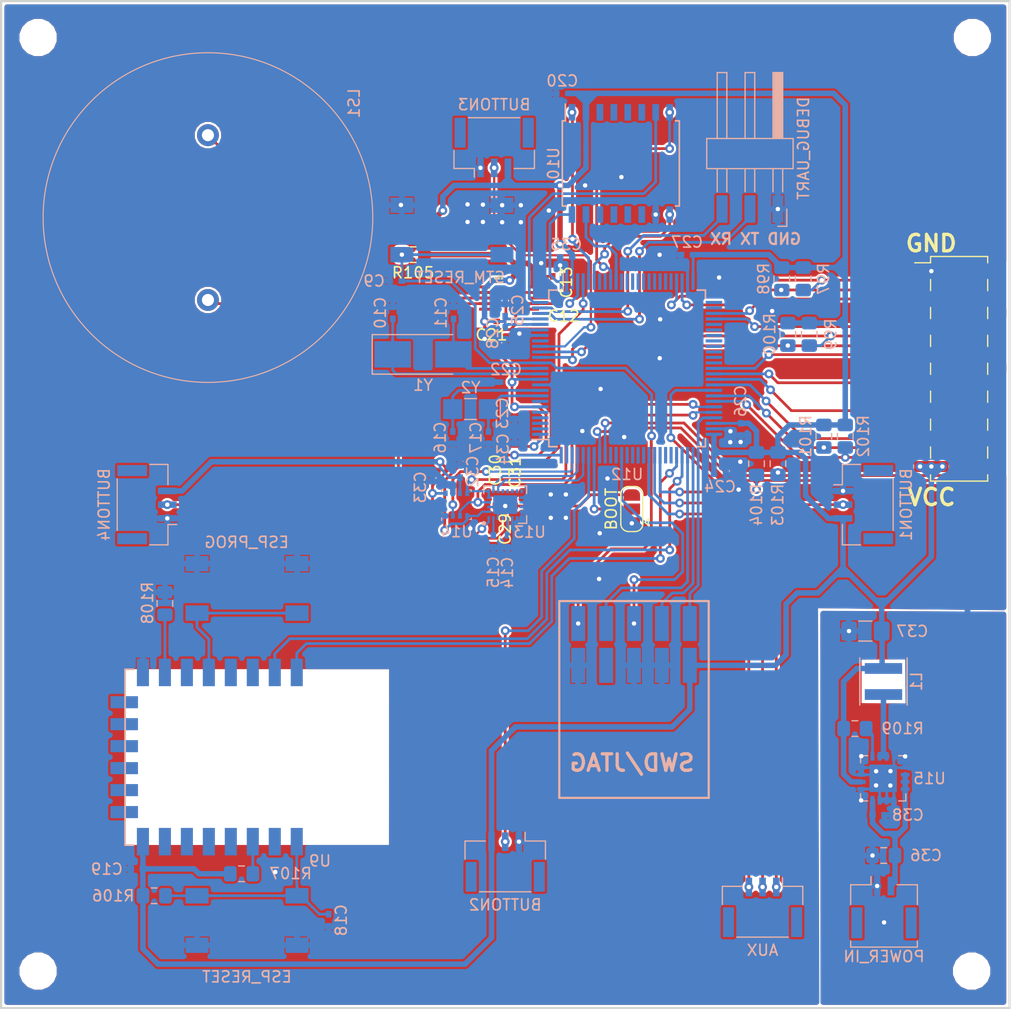
<source format=kicad_pcb>
(kicad_pcb (version 20171130) (host pcbnew "(5.0.0)")
  (layers (0 F.Cu signal) (31 B.Cu signal) (34 B.Paste user) (35 F.Paste user) (36 B.SilkS user) (37 F.SilkS user) (38 B.Mask user) (39 F.Mask user) (44 Edge.Cuts user))
  (net 0 "")
  (net 1 +3V3)
  (net 2 /DisplayBoard/SDA1)
  (net 3 /DisplayBoard/SCL1)
  (net 4 /DisplayBoard/SDA2)
  (net 5 /DisplayBoard/SCL2)
  (net 6 /DisplayBoard/SDA3)
  (net 7 /DisplayBoard/SCL3)
  (net 8 /DisplayBoard/SDA4)
  (net 9 GND)
  (net 10 /DisplayBoard/SCL4)
  (net 11 "Net-(U12-Pad2)")
  (net 12 "Net-(U12-Pad3)")
  (net 13 "Net-(U12-Pad4)")
  (net 14 "Net-(U12-Pad5)")
  (net 15 "Net-(U12-Pad7)")
  (net 16 "Net-(C17-Pad2)")
  (net 17 "Net-(C16-Pad2)")
  (net 18 "Net-(C10-Pad1)")
  (net 19 "Net-(C11-Pad1)")
  (net 20 NRST)
  (net 21 "Net-(U12-Pad18)")
  (net 22 /MainBoard/CS)
  (net 23 /MainBoard/SCK)
  (net 24 "Net-(C12-Pad2)")
  (net 25 /MainBoard/SPI1_SCK)
  (net 26 /MainBoard/IO3)
  (net 27 /MainBoard/IO2)
  (net 28 "Net-(U12-Pad33)")
  (net 29 "Net-(U12-Pad34)")
  (net 30 /MainBoard/IO1)
  (net 31 /MainBoard/IO0)
  (net 32 /MainBoard/SPI1_CS2)
  (net 33 "Net-(U12-Pad38)")
  (net 34 "Net-(U12-Pad39)")
  (net 35 "Net-(U12-Pad40)")
  (net 36 "Net-(U12-Pad41)")
  (net 37 "Net-(U12-Pad42)")
  (net 38 "Net-(U12-Pad43)")
  (net 39 "Net-(U12-Pad44)")
  (net 40 "Net-(U12-Pad45)")
  (net 41 "Net-(U12-Pad46)")
  (net 42 "Net-(U12-Pad51)")
  (net 43 "Net-(U12-Pad52)")
  (net 44 /MainBoard/OE)
  (net 45 /MainBoard/RESET)
  (net 46 "Net-(U12-Pad55)")
  (net 47 "Net-(U12-Pad56)")
  (net 48 "Net-(U12-Pad57)")
  (net 49 "Net-(U12-Pad58)")
  (net 50 "Net-(U12-Pad59)")
  (net 51 "Net-(U12-Pad60)")
  (net 52 "Net-(U12-Pad61)")
  (net 53 "Net-(U12-Pad62)")
  (net 54 /MainBoard/RST)
  (net 55 /DisplayBoard/DATA_IN)
  (net 56 /MainBoard/CLOCK)
  (net 57 /DisplayBoard/LATCH)
  (net 58 /MainBoard/SPI1_CS3)
  (net 59 /MainBoard/SPI1_MISO)
  (net 60 /MainBoard/SPI1_MOSI)
  (net 61 /MainBoard/TMS)
  (net 62 /MainBoard/TCK)
  (net 63 /MainBoard/TDI)
  (net 64 "Net-(U12-Pad80)")
  (net 65 "Net-(U12-Pad81)")
  (net 66 "Net-(U12-Pad85)")
  (net 67 "Net-(U12-Pad86)")
  (net 68 "Net-(U12-Pad87)")
  (net 69 "Net-(U12-Pad88)")
  (net 70 /MainBoard/TDO)
  (net 71 "Net-(U12-Pad90)")
  (net 72 /MainBoard/SPI1_CS1)
  (net 73 "Net-(JP1-Pad2)")
  (net 74 "Net-(C15-Pad1)")
  (net 75 "Net-(C14-Pad1)")
  (net 76 "Net-(U13-Pad9)")
  (net 77 "Net-(U13-Pad10)")
  (net 78 "Net-(U13-Pad11)")
  (net 79 "Net-(U13-Pad12)")
  (net 80 "Net-(U13-Pad13)")
  (net 81 "Net-(U9-Pad2)")
  (net 82 "Net-(U9-Pad4)")
  (net 83 "Net-(U9-Pad5)")
  (net 84 "Net-(U9-Pad6)")
  (net 85 "Net-(U9-Pad7)")
  (net 86 "Net-(U9-Pad11)")
  (net 87 "Net-(U9-Pad13)")
  (net 88 "Net-(U9-Pad14)")
  (net 89 "Net-(U9-Pad17)")
  (net 90 "Net-(U9-Pad18)")
  (net 91 "Net-(U9-Pad19)")
  (net 92 "Net-(U9-Pad20)")
  (net 93 "Net-(U9-Pad21)")
  (net 94 "Net-(U9-Pad22)")
  (net 95 "Net-(C12-Pad1)")
  (net 96 "Net-(C13-Pad2)")
  (net 97 "Net-(U11-Pad6)")
  (net 98 "Net-(LS1-Pad1)")
  (net 99 "Net-(LS1-Pad2)")
  (net 100 "Net-(C18-Pad1)")
  (net 101 "Net-(R107-Pad2)")
  (net 102 "Net-(R108-Pad1)")
  (net 103 "Net-(SW3-Pad1)")
  (net 104 "Net-(P3-Pad7)")
  (net 105 "Net-(C36-Pad1)")
  (net 106 "Net-(L1-Pad1)")
  (net 107 "Net-(R109-Pad2)")
  (net 108 ESP_RX)
  (net 109 ESP_TX)
  (net 110 "Net-(P9-Pad2)")
  (net 111 "Net-(P9-Pad3)")
  (net 112 BUTTON1)
  (net 113 BUTTON2)
  (net 114 BUTTON3)
  (net 115 BUTTON4)
  (net 116 "Net-(U12-Pad37)")
  (net 117 "Net-(U12-Pad91)")
  (net 118 AUX_1)
  (net 119 AUX_2)
  (net 120 AUX_3)
  (module kicad-libraries-master:C_0402_NoSilk (layer B.Cu) (at 148.425 79.675 270)
    (fp_text reference C25 (at 0 -1.143 270) (layer B.SilkS) (effects (justify mirror)))
    (fp_text value 100n)
    (pad 1 smd rect (at -0.55 0 270) (size 0.6 0.5) (layers B.Cu B.Paste B.Mask) (net 9 GND))
    (pad 2 smd rect (at 0.55 0 270) (size 0.6 0.5) (layers B.Cu B.Paste B.Mask) (net 1 +3V3))
  )
  (module kicad-libraries-master:C_0402_NoSilk (layer B.Cu) (at 138.475 77.025 180)
    (fp_text reference C9 (at 1.975 0 180) (layer B.SilkS) (effects (justify mirror)))
    (fp_text value 100n)
    (pad 1 smd rect (at -0.55 0 180) (size 0.6 0.5) (layers B.Cu B.Paste B.Mask) (net 20 NRST))
    (pad 2 smd rect (at 0.55 0 180) (size 0.6 0.5) (layers B.Cu B.Paste B.Mask) (net 9 GND))
  )
  (module Package_LGA:LGA-24L_3x3.5mm_P0.43mm (layer B.Cu) (at 148.43125 97.37725)
    (fp_text reference U13 (at 2.21875 2.49775) (layer B.SilkS) (effects (justify mirror)))
    (fp_text value LSM9DS1)
    (pad 1 smd rect (at -1.505 1.225) (size 0.23 0.35) (layers B.Cu B.Paste B.Mask) (net 1 +3V3))
    (pad 2 smd rect (at -1.475 0.645) (size 0.35 0.23) (layers B.Cu B.Paste B.Mask) (net 25 /MainBoard/SPI1_SCK))
    (pad 17 smd rect (at 1.475 0.645) (size 0.35 0.23) (layers B.Cu B.Paste B.Mask) (net 9 GND))
    (pad 3 smd rect (at -1.475 0.215) (size 0.35 0.23) (layers B.Cu B.Paste B.Mask) (net 1 +3V3))
    (pad 16 smd rect (at 1.475 0.215) (size 0.35 0.23) (layers B.Cu B.Paste B.Mask) (net 9 GND))
    (pad 4 smd rect (at -1.475 -0.215) (size 0.35 0.23) (layers B.Cu B.Paste B.Mask) (net 60 /MainBoard/SPI1_MOSI))
    (pad 15 smd rect (at 1.475 -0.215) (size 0.35 0.23) (layers B.Cu B.Paste B.Mask) (net 9 GND))
    (pad 5 smd rect (at -1.475 -0.645) (size 0.35 0.23) (layers B.Cu B.Paste B.Mask) (net 59 /MainBoard/SPI1_MISO))
    (pad 14 smd rect (at 1.475 -0.645) (size 0.35 0.23) (layers B.Cu B.Paste B.Mask) (net 9 GND))
    (pad 24 smd rect (at -1.075 1.225) (size 0.23 0.35) (layers B.Cu B.Paste B.Mask) (net 74 "Net-(C15-Pad1)"))
    (pad 23 smd rect (at -0.645 1.225) (size 0.23 0.35) (layers B.Cu B.Paste B.Mask) (net 1 +3V3))
    (pad 22 smd rect (at -0.215 1.225) (size 0.23 0.35) (layers B.Cu B.Paste B.Mask) (net 1 +3V3))
    (pad 21 smd rect (at 0.215 1.225) (size 0.23 0.35) (layers B.Cu B.Paste B.Mask) (net 75 "Net-(C14-Pad1)"))
    (pad 20 smd rect (at 0.645 1.225) (size 0.23 0.35) (layers B.Cu B.Paste B.Mask) (net 9 GND))
    (pad 19 smd rect (at 1.075 1.225) (size 0.23 0.35) (layers B.Cu B.Paste B.Mask) (net 9 GND))
    (pad 18 smd rect (at 1.505 1.225) (size 0.23 0.35) (layers B.Cu B.Paste B.Mask) (net 9 GND))
    (pad 6 smd rect (at -1.505 -1.225) (size 0.23 0.35) (layers B.Cu B.Paste B.Mask) (net 59 /MainBoard/SPI1_MISO))
    (pad 7 smd rect (at -1.075 -1.225) (size 0.23 0.35) (layers B.Cu B.Paste B.Mask) (net 72 /MainBoard/SPI1_CS1))
    (pad 8 smd rect (at -0.645 -1.225) (size 0.23 0.35) (layers B.Cu B.Paste B.Mask) (net 32 /MainBoard/SPI1_CS2))
    (pad 9 smd rect (at -0.215 -1.225) (size 0.23 0.35) (layers B.Cu B.Paste B.Mask) (net 76 "Net-(U13-Pad9)"))
    (pad 10 smd rect (at 0.215 -1.225) (size 0.23 0.35) (layers B.Cu B.Paste B.Mask) (net 77 "Net-(U13-Pad10)"))
    (pad 11 smd rect (at 0.645 -1.225) (size 0.23 0.35) (layers B.Cu B.Paste B.Mask) (net 78 "Net-(U13-Pad11)"))
    (pad 12 smd rect (at 1.075 -1.225) (size 0.23 0.35) (layers B.Cu B.Paste B.Mask) (net 79 "Net-(U13-Pad12)"))
    (pad 13 smd rect (at 1.505 -1.225) (size 0.23 0.35) (layers B.Cu B.Paste B.Mask) (net 80 "Net-(U13-Pad13)"))
  )
  (module Package_LGA:Bosch_LGA-8_2.5x2.5mm_P0.65mm_ClockwisePinNumbering (layer B.Cu) (at 143.99 97.375)
    (fp_text reference U14 (at 0.015 2.465) (layer B.SilkS) (effects (justify mirror)))
    (fp_text value BME280)
    (pad 4 smd rect (at 0.975 1.025 270) (size 0.5 0.35) (layers B.Cu B.Paste B.Mask) (net 25 /MainBoard/SPI1_SCK))
    (pad 3 smd rect (at 0.325 1.025 270) (size 0.5 0.35) (layers B.Cu B.Paste B.Mask) (net 60 /MainBoard/SPI1_MOSI))
    (pad 2 smd rect (at -0.325 1.025 270) (size 0.5 0.35) (layers B.Cu B.Paste B.Mask) (net 58 /MainBoard/SPI1_CS3))
    (pad 1 smd rect (at -0.975 1.025 270) (size 0.5 0.35) (layers B.Cu B.Paste B.Mask) (net 9 GND))
    (pad 8 smd rect (at -0.975 -1.025 270) (size 0.5 0.35) (layers B.Cu B.Paste B.Mask) (net 1 +3V3))
    (pad 7 smd rect (at -0.325 -1.025 270) (size 0.5 0.35) (layers B.Cu B.Paste B.Mask) (net 9 GND))
    (pad 6 smd rect (at 0.325 -1.025 270) (size 0.5 0.35) (layers B.Cu B.Paste B.Mask) (net 1 +3V3))
    (pad 5 smd rect (at 0.975 -1.025 270) (size 0.5 0.35) (layers B.Cu B.Paste B.Mask) (net 59 /MainBoard/SPI1_MISO))
  )
  (module kicad-libraries-master:Pin_Header_Straight_2x08_Pitch2.54mm_SMD (layer F.Cu) (at 189.738 85.0138)
    (fp_text reference P2 hide)
    (fp_text value CONN_02X08)
    (pad 1 smd rect (at -2.525 -8.89) (size 3.15 1) (layers F.Cu F.Paste F.Mask) (net 9 GND))
    (pad 2 smd rect (at 2.525 -8.89) (size 3.15 1) (layers F.Cu F.Paste F.Mask) (net 5 /DisplayBoard/SCL2))
    (pad 3 smd rect (at -2.525 -6.35) (size 3.15 1) (layers F.Cu F.Paste F.Mask) (net 55 /DisplayBoard/DATA_IN))
    (pad 4 smd rect (at 2.525 -6.35) (size 3.15 1) (layers F.Cu F.Paste F.Mask) (net 4 /DisplayBoard/SDA2))
    (pad 5 smd rect (at -2.525 -3.81) (size 3.15 1) (layers F.Cu F.Paste F.Mask) (net 44 /MainBoard/OE))
    (pad 6 smd rect (at 2.525 -3.81) (size 3.15 1) (layers F.Cu F.Paste F.Mask) (net 7 /DisplayBoard/SCL3))
    (pad 7 smd rect (at -2.525 -1.27) (size 3.15 1) (layers F.Cu F.Paste F.Mask) (net 57 /DisplayBoard/LATCH))
    (pad 8 smd rect (at 2.525 -1.27) (size 3.15 1) (layers F.Cu F.Paste F.Mask) (net 6 /DisplayBoard/SDA3))
    (pad 9 smd rect (at -2.525 1.27) (size 3.15 1) (layers F.Cu F.Paste F.Mask) (net 56 /MainBoard/CLOCK))
    (pad 10 smd rect (at 2.525 1.27) (size 3.15 1) (layers F.Cu F.Paste F.Mask) (net 3 /DisplayBoard/SCL1))
    (pad 11 smd rect (at -2.525 3.81) (size 3.15 1) (layers F.Cu F.Paste F.Mask) (net 45 /MainBoard/RESET))
    (pad 12 smd rect (at 2.525 3.81) (size 3.15 1) (layers F.Cu F.Paste F.Mask) (net 2 /DisplayBoard/SDA1))
    (pad 13 smd rect (at -2.525 6.35) (size 3.15 1) (layers F.Cu F.Paste F.Mask) (net 54 /MainBoard/RST))
    (pad 14 smd rect (at 2.525 6.35) (size 3.15 1) (layers F.Cu F.Paste F.Mask) (net 10 /DisplayBoard/SCL4))
    (pad 15 smd rect (at -2.525 8.89) (size 3.15 1) (layers F.Cu F.Paste F.Mask) (net 1 +3V3))
    (pad 16 smd rect (at 2.525 8.89) (size 3.15 1) (layers F.Cu F.Paste F.Mask) (net 8 /DisplayBoard/SDA4))
  )
  (module Package_QFP:LQFP-100_14x14mm_P0.5mm (layer B.Cu) (at 159.525 84.975)
    (fp_text reference U12 (at 0 9.65) (layer B.SilkS) (effects (justify mirror)))
    (fp_text value STM32L452VCTx)
    (pad 1 smd rect (at -7.9 6) (size 1.5 0.28) (layers B.Cu B.Paste B.Mask) (net 115 BUTTON4))
    (pad 2 smd rect (at -7.9 5.5) (size 1.5 0.28) (layers B.Cu B.Paste B.Mask) (net 11 "Net-(U12-Pad2)"))
    (pad 3 smd rect (at -7.9 4.999999) (size 1.5 0.28) (layers B.Cu B.Paste B.Mask) (net 12 "Net-(U12-Pad3)"))
    (pad 4 smd rect (at -7.9 4.5) (size 1.5 0.28) (layers B.Cu B.Paste B.Mask) (net 13 "Net-(U12-Pad4)"))
    (pad 5 smd rect (at -7.9 4.000001) (size 1.5 0.28) (layers B.Cu B.Paste B.Mask) (net 14 "Net-(U12-Pad5)"))
    (pad 6 smd rect (at -7.9 3.5) (size 1.5 0.28) (layers B.Cu B.Paste B.Mask) (net 1 +3V3))
    (pad 7 smd rect (at -7.9 3) (size 1.5 0.28) (layers B.Cu B.Paste B.Mask) (net 15 "Net-(U12-Pad7)"))
    (pad 8 smd rect (at -7.900001 2.5) (size 1.5 0.28) (layers B.Cu B.Paste B.Mask) (net 16 "Net-(C17-Pad2)"))
    (pad 9 smd rect (at -7.9 2) (size 1.5 0.28) (layers B.Cu B.Paste B.Mask) (net 17 "Net-(C16-Pad2)"))
    (pad 10 smd rect (at -7.9 1.5) (size 1.5 0.28) (layers B.Cu B.Paste B.Mask) (net 9 GND))
    (pad 11 smd rect (at -7.9 1) (size 1.5 0.28) (layers B.Cu B.Paste B.Mask) (net 1 +3V3))
    (pad 12 smd rect (at -7.9 0.5) (size 1.5 0.28) (layers B.Cu B.Paste B.Mask) (net 18 "Net-(C10-Pad1)"))
    (pad 13 smd rect (at -7.900001 0) (size 1.5 0.28) (layers B.Cu B.Paste B.Mask) (net 19 "Net-(C11-Pad1)"))
    (pad 14 smd rect (at -7.9 -0.5) (size 1.5 0.28) (layers B.Cu B.Paste B.Mask) (net 20 NRST))
    (pad 15 smd rect (at -7.9 -1) (size 1.5 0.28) (layers B.Cu B.Paste B.Mask) (net 7 /DisplayBoard/SCL3))
    (pad 16 smd rect (at -7.9 -1.5) (size 1.5 0.28) (layers B.Cu B.Paste B.Mask) (net 6 /DisplayBoard/SDA3))
    (pad 17 smd rect (at -7.9 -2) (size 1.5 0.28) (layers B.Cu B.Paste B.Mask) (net 114 BUTTON3))
    (pad 18 smd rect (at -7.900001 -2.5) (size 1.5 0.28) (layers B.Cu B.Paste B.Mask) (net 21 "Net-(U12-Pad18)"))
    (pad 19 smd rect (at -7.9 -3) (size 1.5 0.28) (layers B.Cu B.Paste B.Mask) (net 9 GND))
    (pad 20 smd rect (at -7.9 -3.5) (size 1.5 0.28) (layers B.Cu B.Paste B.Mask) (net 9 GND))
    (pad 21 smd rect (at -7.9 -4.000001) (size 1.5 0.28) (layers B.Cu B.Paste B.Mask) (net 1 +3V3))
    (pad 22 smd rect (at -7.9 -4.5) (size 1.5 0.28) (layers B.Cu B.Paste B.Mask) (net 1 +3V3))
    (pad 23 smd rect (at -7.9 -4.999999) (size 1.5 0.28) (layers B.Cu B.Paste B.Mask) (net 110 "Net-(P9-Pad2)"))
    (pad 24 smd rect (at -7.9 -5.5) (size 1.5 0.28) (layers B.Cu B.Paste B.Mask) (net 111 "Net-(P9-Pad3)"))
    (pad 25 smd rect (at -7.9 -6) (size 1.5 0.28) (layers B.Cu B.Paste B.Mask) (net 22 /MainBoard/CS))
    (pad 26 smd rect (at -6 -7.9 270) (size 1.5 0.28) (layers B.Cu B.Paste B.Mask) (net 23 /MainBoard/SCK))
    (pad 27 smd rect (at -5.5 -7.9 270) (size 1.5 0.28) (layers B.Cu B.Paste B.Mask) (net 9 GND))
    (pad 28 smd rect (at -4.999999 -7.9 270) (size 1.5 0.28) (layers B.Cu B.Paste B.Mask) (net 1 +3V3))
    (pad 29 smd rect (at -4.5 -7.9 270) (size 1.5 0.28) (layers B.Cu B.Paste B.Mask) (net 24 "Net-(C12-Pad2)"))
    (pad 30 smd rect (at -4.000001 -7.9 270) (size 1.5 0.28) (layers B.Cu B.Paste B.Mask) (net 25 /MainBoard/SPI1_SCK))
    (pad 31 smd rect (at -3.5 -7.9 270) (size 1.5 0.28) (layers B.Cu B.Paste B.Mask) (net 26 /MainBoard/IO3))
    (pad 32 smd rect (at -3 -7.9 270) (size 1.5 0.28) (layers B.Cu B.Paste B.Mask) (net 27 /MainBoard/IO2))
    (pad 33 smd rect (at -2.5 -7.900001 270) (size 1.5 0.28) (layers B.Cu B.Paste B.Mask) (net 28 "Net-(U12-Pad33)"))
    (pad 34 smd rect (at -2 -7.9 270) (size 1.5 0.28) (layers B.Cu B.Paste B.Mask) (net 29 "Net-(U12-Pad34)"))
    (pad 35 smd rect (at -1.5 -7.9 270) (size 1.5 0.28) (layers B.Cu B.Paste B.Mask) (net 30 /MainBoard/IO1))
    (pad 36 smd rect (at -1 -7.9 270) (size 1.5 0.28) (layers B.Cu B.Paste B.Mask) (net 31 /MainBoard/IO0))
    (pad 37 smd rect (at -0.5 -7.9 270) (size 1.5 0.28) (layers B.Cu B.Paste B.Mask) (net 116 "Net-(U12-Pad37)"))
    (pad 38 smd rect (at 0 -7.900001 270) (size 1.5 0.28) (layers B.Cu B.Paste B.Mask) (net 33 "Net-(U12-Pad38)"))
    (pad 39 smd rect (at 0.5 -7.9 270) (size 1.5 0.28) (layers B.Cu B.Paste B.Mask) (net 34 "Net-(U12-Pad39)"))
    (pad 40 smd rect (at 1 -7.9 270) (size 1.5 0.28) (layers B.Cu B.Paste B.Mask) (net 35 "Net-(U12-Pad40)"))
    (pad 41 smd rect (at 1.5 -7.9 270) (size 1.5 0.28) (layers B.Cu B.Paste B.Mask) (net 36 "Net-(U12-Pad41)"))
    (pad 42 smd rect (at 2 -7.9 270) (size 1.5 0.28) (layers B.Cu B.Paste B.Mask) (net 37 "Net-(U12-Pad42)"))
    (pad 43 smd rect (at 2.5 -7.900001 270) (size 1.5 0.28) (layers B.Cu B.Paste B.Mask) (net 38 "Net-(U12-Pad43)"))
    (pad 44 smd rect (at 3 -7.9 270) (size 1.5 0.28) (layers B.Cu B.Paste B.Mask) (net 39 "Net-(U12-Pad44)"))
    (pad 45 smd rect (at 3.5 -7.9 270) (size 1.5 0.28) (layers B.Cu B.Paste B.Mask) (net 40 "Net-(U12-Pad45)"))
    (pad 46 smd rect (at 4.000001 -7.9 270) (size 1.5 0.28) (layers B.Cu B.Paste B.Mask) (net 41 "Net-(U12-Pad46)"))
    (pad 47 smd rect (at 4.5 -7.9 270) (size 1.5 0.28) (layers B.Cu B.Paste B.Mask) (net 5 /DisplayBoard/SCL2))
    (pad 48 smd rect (at 4.999999 -7.9 270) (size 1.5 0.28) (layers B.Cu B.Paste B.Mask) (net 4 /DisplayBoard/SDA2))
    (pad 49 smd rect (at 5.5 -7.9 270) (size 1.5 0.28) (layers B.Cu B.Paste B.Mask) (net 9 GND))
    (pad 50 smd rect (at 6 -7.9 270) (size 1.5 0.28) (layers B.Cu B.Paste B.Mask) (net 1 +3V3))
    (pad 51 smd rect (at 7.9 -6) (size 1.5 0.28) (layers B.Cu B.Paste B.Mask) (net 42 "Net-(U12-Pad51)"))
    (pad 52 smd rect (at 7.9 -5.5) (size 1.5 0.28) (layers B.Cu B.Paste B.Mask) (net 43 "Net-(U12-Pad52)"))
    (pad 53 smd rect (at 7.9 -4.999999) (size 1.5 0.28) (layers B.Cu B.Paste B.Mask) (net 55 /DisplayBoard/DATA_IN))
    (pad 54 smd rect (at 7.9 -4.5) (size 1.5 0.28) (layers B.Cu B.Paste B.Mask) (net 44 /MainBoard/OE))
    (pad 55 smd rect (at 7.9 -4.000001) (size 1.5 0.28) (layers B.Cu B.Paste B.Mask) (net 46 "Net-(U12-Pad55)"))
    (pad 56 smd rect (at 7.9 -3.5) (size 1.5 0.28) (layers B.Cu B.Paste B.Mask) (net 47 "Net-(U12-Pad56)"))
    (pad 57 smd rect (at 7.9 -3) (size 1.5 0.28) (layers B.Cu B.Paste B.Mask) (net 48 "Net-(U12-Pad57)"))
    (pad 58 smd rect (at 7.900001 -2.5) (size 1.5 0.28) (layers B.Cu B.Paste B.Mask) (net 49 "Net-(U12-Pad58)"))
    (pad 59 smd rect (at 7.9 -2) (size 1.5 0.28) (layers B.Cu B.Paste B.Mask) (net 50 "Net-(U12-Pad59)"))
    (pad 60 smd rect (at 7.9 -1.5) (size 1.5 0.28) (layers B.Cu B.Paste B.Mask) (net 51 "Net-(U12-Pad60)"))
    (pad 61 smd rect (at 7.9 -1) (size 1.5 0.28) (layers B.Cu B.Paste B.Mask) (net 52 "Net-(U12-Pad61)"))
    (pad 62 smd rect (at 7.9 -0.5) (size 1.5 0.28) (layers B.Cu B.Paste B.Mask) (net 53 "Net-(U12-Pad62)"))
    (pad 63 smd rect (at 7.900001 0) (size 1.5 0.28) (layers B.Cu B.Paste B.Mask) (net 57 /DisplayBoard/LATCH))
    (pad 64 smd rect (at 7.9 0.5) (size 1.5 0.28) (layers B.Cu B.Paste B.Mask) (net 56 /MainBoard/CLOCK))
    (pad 65 smd rect (at 7.9 1) (size 1.5 0.28) (layers B.Cu B.Paste B.Mask) (net 45 /MainBoard/RESET))
    (pad 66 smd rect (at 7.9 1.5) (size 1.5 0.28) (layers B.Cu B.Paste B.Mask) (net 54 /MainBoard/RST))
    (pad 67 smd rect (at 7.9 2) (size 1.5 0.28) (layers B.Cu B.Paste B.Mask) (net 112 BUTTON1))
    (pad 68 smd rect (at 7.900001 2.5) (size 1.5 0.28) (layers B.Cu B.Paste B.Mask) (net 3 /DisplayBoard/SCL1))
    (pad 69 smd rect (at 7.9 3) (size 1.5 0.28) (layers B.Cu B.Paste B.Mask) (net 2 /DisplayBoard/SDA1))
    (pad 70 smd rect (at 7.9 3.5) (size 1.5 0.28) (layers B.Cu B.Paste B.Mask) (net 59 /MainBoard/SPI1_MISO))
    (pad 71 smd rect (at 7.9 4.000001) (size 1.5 0.28) (layers B.Cu B.Paste B.Mask) (net 60 /MainBoard/SPI1_MOSI))
    (pad 72 smd rect (at 7.9 4.5) (size 1.5 0.28) (layers B.Cu B.Paste B.Mask) (net 61 /MainBoard/TMS))
    (pad 73 smd rect (at 7.9 4.999999) (size 1.5 0.28) (layers B.Cu B.Paste B.Mask) (net 1 +3V3))
    (pad 74 smd rect (at 7.9 5.5) (size 1.5 0.28) (layers B.Cu B.Paste B.Mask) (net 9 GND))
    (pad 75 smd rect (at 7.9 6) (size 1.5 0.28) (layers B.Cu B.Paste B.Mask) (net 1 +3V3))
    (pad 76 smd rect (at 6 7.9 270) (size 1.5 0.28) (layers B.Cu B.Paste B.Mask) (net 62 /MainBoard/TCK))
    (pad 77 smd rect (at 5.5 7.9 270) (size 1.5 0.28) (layers B.Cu B.Paste B.Mask) (net 63 /MainBoard/TDI))
    (pad 78 smd rect (at 4.999999 7.9 270) (size 1.5 0.28) (layers B.Cu B.Paste B.Mask) (net 108 ESP_RX))
    (pad 79 smd rect (at 4.5 7.9 270) (size 1.5 0.28) (layers B.Cu B.Paste B.Mask) (net 109 ESP_TX))
    (pad 80 smd rect (at 4.000001 7.9 270) (size 1.5 0.28) (layers B.Cu B.Paste B.Mask) (net 64 "Net-(U12-Pad80)"))
    (pad 81 smd rect (at 3.5 7.9 270) (size 1.5 0.28) (layers B.Cu B.Paste B.Mask) (net 65 "Net-(U12-Pad81)"))
    (pad 82 smd rect (at 3 7.9 270) (size 1.5 0.28) (layers B.Cu B.Paste B.Mask) (net 118 AUX_1))
    (pad 83 smd rect (at 2.5 7.900001 270) (size 1.5 0.28) (layers B.Cu B.Paste B.Mask) (net 119 AUX_2))
    (pad 84 smd rect (at 2 7.9 270) (size 1.5 0.28) (layers B.Cu B.Paste B.Mask) (net 120 AUX_3))
    (pad 85 smd rect (at 1.5 7.9 270) (size 1.5 0.28) (layers B.Cu B.Paste B.Mask) (net 66 "Net-(U12-Pad85)"))
    (pad 86 smd rect (at 1 7.9 270) (size 1.5 0.28) (layers B.Cu B.Paste B.Mask) (net 67 "Net-(U12-Pad86)"))
    (pad 87 smd rect (at 0.5 7.9 270) (size 1.5 0.28) (layers B.Cu B.Paste B.Mask) (net 68 "Net-(U12-Pad87)"))
    (pad 88 smd rect (at 0 7.900001 270) (size 1.5 0.28) (layers B.Cu B.Paste B.Mask) (net 69 "Net-(U12-Pad88)"))
    (pad 89 smd rect (at -0.5 7.9 270) (size 1.5 0.28) (layers B.Cu B.Paste B.Mask) (net 70 /MainBoard/TDO))
    (pad 90 smd rect (at -1 7.9 270) (size 1.5 0.28) (layers B.Cu B.Paste B.Mask) (net 71 "Net-(U12-Pad90)"))
    (pad 91 smd rect (at -1.5 7.9 270) (size 1.5 0.28) (layers B.Cu B.Paste B.Mask) (net 117 "Net-(U12-Pad91)"))
    (pad 92 smd rect (at -2 7.9 270) (size 1.5 0.28) (layers B.Cu B.Paste B.Mask) (net 10 /DisplayBoard/SCL4))
    (pad 93 smd rect (at -2.5 7.900001 270) (size 1.5 0.28) (layers B.Cu B.Paste B.Mask) (net 8 /DisplayBoard/SDA4))
    (pad 94 smd rect (at -3 7.9 270) (size 1.5 0.28) (layers B.Cu B.Paste B.Mask) (net 73 "Net-(JP1-Pad2)"))
    (pad 95 smd rect (at -3.5 7.9 270) (size 1.5 0.28) (layers B.Cu B.Paste B.Mask) (net 113 BUTTON2))
    (pad 96 smd rect (at -4.000001 7.9 270) (size 1.5 0.28) (layers B.Cu B.Paste B.Mask) (net 32 /MainBoard/SPI1_CS2))
    (pad 97 smd rect (at -4.5 7.9 270) (size 1.5 0.28) (layers B.Cu B.Paste B.Mask) (net 72 /MainBoard/SPI1_CS1))
    (pad 98 smd rect (at -4.999999 7.9 270) (size 1.5 0.28) (layers B.Cu B.Paste B.Mask) (net 58 /MainBoard/SPI1_CS3))
    (pad 99 smd rect (at -5.5 7.9 270) (size 1.5 0.28) (layers B.Cu B.Paste B.Mask) (net 9 GND))
    (pad 100 smd rect (at -6 7.9 270) (size 1.5 0.28) (layers B.Cu B.Paste B.Mask) (net 1 +3V3))
  )
  (module MountingHole:MountingHole_3mm (layer F.Cu) (at 190.881 139.827)
    (fp_text reference REF** hide)
    (fp_text value MountingHole_3mm)
    (pad 1 np_thru_hole circle (at 0 0) (size 3 3) (drill 3) (layers *.Cu *.Mask))
  )
  (module MountingHole:MountingHole_3mm (layer F.Cu) (at 105.918 139.827)
    (fp_text reference REF** hide)
    (fp_text value MountingHole_3mm)
    (pad 1 np_thru_hole circle (at 0 0) (size 3 3) (drill 3) (layers *.Cu *.Mask))
  )
  (module MountingHole:MountingHole_3mm (layer F.Cu) (at 190.9445 54.864)
    (fp_text reference REF** hide)
    (fp_text value MountingHole_3mm)
    (pad 1 np_thru_hole circle (at 0 0) (size 3 3) (drill 3) (layers *.Cu *.Mask))
  )
  (module MountingHole:MountingHole_3mm (layer F.Cu) (at 105.918 54.864)
    (fp_text reference REF** hide)
    (fp_text value MountingHole_3mm)
    (pad 1 np_thru_hole circle (at 0 0) (size 3 3) (drill 3) (layers *.Cu *.Mask))
  )
  (module ESP8266:ESP-12E_SMD (layer B.Cu) (at 129.457744 127.346852 90)
    (fp_text reference U9 (at -2.453148 2.117256) (layer B.SilkS) (effects (justify mirror)))
    (fp_text value ESP-12F hide)
    (pad 1 smd rect (at 0 0 90) (size 2.5 1.1) (drill (offset -0.7 0)) (layers B.Cu B.Paste B.Mask) (net 100 "Net-(C18-Pad1)"))
    (pad 2 smd rect (at 0 -2 90) (size 2.5 1.1) (drill (offset -0.7 0)) (layers B.Cu B.Paste B.Mask) (net 81 "Net-(U9-Pad2)"))
    (pad 3 smd rect (at 0 -4 90) (size 2.5 1.1) (drill (offset -0.7 0)) (layers B.Cu B.Paste B.Mask) (net 101 "Net-(R107-Pad2)"))
    (pad 4 smd rect (at 0 -6 90) (size 2.5 1.1) (drill (offset -0.7 0)) (layers B.Cu B.Paste B.Mask) (net 82 "Net-(U9-Pad4)"))
    (pad 5 smd rect (at 0 -8 90) (size 2.5 1.1) (drill (offset -0.7 0)) (layers B.Cu B.Paste B.Mask) (net 83 "Net-(U9-Pad5)"))
    (pad 6 smd rect (at 0 -10 90) (size 2.5 1.1) (drill (offset -0.7 0)) (layers B.Cu B.Paste B.Mask) (net 84 "Net-(U9-Pad6)"))
    (pad 7 smd rect (at 0 -12 90) (size 2.5 1.1) (drill (offset -0.7 0)) (layers B.Cu B.Paste B.Mask) (net 85 "Net-(U9-Pad7)"))
    (pad 8 smd rect (at 0 -14 90) (size 2.5 1.1) (drill (offset -0.7 0)) (layers B.Cu B.Paste B.Mask) (net 1 +3V3))
    (pad 9 smd rect (at 14 -14 90) (size 2.5 1.1) (drill (offset 0.7 0)) (layers B.Cu B.Paste B.Mask) (net 9 GND))
    (pad 10 smd rect (at 14 -12 90) (size 2.5 1.1) (drill (offset 0.7 0)) (layers B.Cu B.Paste B.Mask) (net 102 "Net-(R108-Pad1)"))
    (pad 11 smd rect (at 14 -10 90) (size 2.5 1.1) (drill (offset 0.7 0)) (layers B.Cu B.Paste B.Mask) (net 86 "Net-(U9-Pad11)"))
    (pad 12 smd rect (at 14 -8 90) (size 2.5 1.1) (drill (offset 0.7 0)) (layers B.Cu B.Paste B.Mask) (net 103 "Net-(SW3-Pad1)"))
    (pad 13 smd rect (at 14 -6 90) (size 2.5 1.1) (drill (offset 0.7 0)) (layers B.Cu B.Paste B.Mask) (net 87 "Net-(U9-Pad13)"))
    (pad 14 smd rect (at 14 -4 90) (size 2.5 1.1) (drill (offset 0.7 0)) (layers B.Cu B.Paste B.Mask) (net 88 "Net-(U9-Pad14)"))
    (pad 15 smd rect (at 14 -2 90) (size 2.5 1.1) (drill (offset 0.7 0)) (layers B.Cu B.Paste B.Mask) (net 108 ESP_RX))
    (pad 16 smd rect (at 14 0 90) (size 2.5 1.1) (drill (offset 0.7 0)) (layers B.Cu B.Paste B.Mask) (net 109 ESP_TX))
    (pad 17 smd rect (at 1.99 -15) (size 2.5 1.1) (drill (offset -0.7 0)) (layers B.Cu B.Paste B.Mask) (net 89 "Net-(U9-Pad17)"))
    (pad 18 smd rect (at 3.99 -15) (size 2.5 1.1) (drill (offset -0.7 0)) (layers B.Cu B.Paste B.Mask) (net 90 "Net-(U9-Pad18)"))
    (pad 19 smd rect (at 5.99 -15) (size 2.5 1.1) (drill (offset -0.7 0)) (layers B.Cu B.Paste B.Mask) (net 91 "Net-(U9-Pad19)"))
    (pad 20 smd rect (at 7.99 -15) (size 2.5 1.1) (drill (offset -0.7 0)) (layers B.Cu B.Paste B.Mask) (net 92 "Net-(U9-Pad20)"))
    (pad 21 smd rect (at 9.99 -15) (size 2.5 1.1) (drill (offset -0.7 0)) (layers B.Cu B.Paste B.Mask) (net 93 "Net-(U9-Pad21)"))
    (pad 22 smd rect (at 11.99 -15) (size 2.5 1.1) (drill (offset -0.7 0)) (layers B.Cu B.Paste B.Mask) (net 94 "Net-(U9-Pad22)"))
  )
  (module kicad-libraries-master:MSOP10-0.5 (layer F.Cu) (at 148.775 78.575 90)
    (fp_text reference U11 (at 1.875 -0.95 180) (layer F.SilkS) (effects (font (size 0.29972 0.29972) (thickness 0.07493))))
    (fp_text value MAX9700)
    (pad 1 smd rect (at -1.016 2.2225 90) (size 0.26924 1.00076) (layers F.Cu F.Paste F.Mask) (net 1 +3V3))
    (pad 2 smd rect (at -0.508 2.2225 90) (size 0.26924 1.00076) (layers F.Cu F.Paste F.Mask) (net 95 "Net-(C12-Pad1)"))
    (pad 3 smd rect (at 0 2.2225 90) (size 0.26924 1.00076) (layers F.Cu F.Paste F.Mask) (net 96 "Net-(C13-Pad2)"))
    (pad 4 smd rect (at 0.508 2.2225 90) (size 0.26924 1.00076) (layers F.Cu F.Paste F.Mask) (net 9 GND))
    (pad 5 smd rect (at 1.016 2.2225 90) (size 0.26924 1.00076) (layers F.Cu F.Paste F.Mask) (net 1 +3V3))
    (pad 6 smd rect (at 1.016 -2.2225 90) (size 0.26924 1.00076) (layers F.Cu F.Paste F.Mask) (net 97 "Net-(U11-Pad6)"))
    (pad 7 smd rect (at 0.508 -2.2225 90) (size 0.26924 1.00076) (layers F.Cu F.Paste F.Mask) (net 9 GND))
    (pad 8 smd rect (at 0 -2.2225 90) (size 0.26924 1.00076) (layers F.Cu F.Paste F.Mask) (net 98 "Net-(LS1-Pad1)"))
    (pad 9 smd rect (at -0.508 -2.2225 90) (size 0.26924 1.00076) (layers F.Cu F.Paste F.Mask) (net 99 "Net-(LS1-Pad2)"))
    (pad 10 smd rect (at -1.016 -2.2225 90) (size 0.26924 1.00076) (layers F.Cu F.Paste F.Mask) (net 1 +3V3))
  )
  (module BDT3016H12:BDT3016H12 (layer B.Cu) (at 121.375 71.25 270)
    (fp_text reference LS1 (at -10.4 -13.3 270) (layer B.SilkS) (effects (justify mirror)))
    (fp_text value BDT3016H12)
    (pad 1 thru_hole circle (at -7.5 0 270) (size 2 2) (drill 1.1) (layers *.Cu *.Mask) (net 98 "Net-(LS1-Pad1)"))
    (pad 2 thru_hole circle (at 7.5 0 270) (size 2 2) (drill 1.1) (layers *.Cu *.Mask) (net 99 "Net-(LS1-Pad2)"))
  )
  (module kicad-libraries-master:C_0402_NoSilk (layer B.Cu) (at 138.2 79.925 90)
    (fp_text reference C10 (at 0 -1.143 90) (layer B.SilkS) (effects (justify mirror)))
    (fp_text value 7.5p)
    (pad 2 smd rect (at 0.55 0 90) (size 0.6 0.5) (layers B.Cu B.Paste B.Mask) (net 9 GND))
    (pad 1 smd rect (at -0.55 0 90) (size 0.6 0.5) (layers B.Cu B.Paste B.Mask) (net 18 "Net-(C10-Pad1)"))
  )
  (module kicad-libraries-master:C_0402_NoSilk (layer B.Cu) (at 143.725 79.925 90)
    (fp_text reference C11 (at 0 -1.143 90) (layer B.SilkS) (effects (justify mirror)))
    (fp_text value 7.5p)
    (pad 1 smd rect (at -0.55 0 90) (size 0.6 0.5) (layers B.Cu B.Paste B.Mask) (net 19 "Net-(C11-Pad1)"))
    (pad 2 smd rect (at 0.55 0 90) (size 0.6 0.5) (layers B.Cu B.Paste B.Mask) (net 9 GND))
  )
  (module kicad-libraries-master:C_0402_NoSilk (layer F.Cu) (at 153.75 79.075)
    (fp_text reference C12 (at 0 1.143) (layer F.SilkS))
    (fp_text value 1u)
    (pad 2 smd rect (at 0.55 0) (size 0.6 0.5) (layers F.Cu F.Paste F.Mask) (net 24 "Net-(C12-Pad2)"))
    (pad 1 smd rect (at -0.55 0) (size 0.6 0.5) (layers F.Cu F.Paste F.Mask) (net 95 "Net-(C12-Pad1)"))
  )
  (module kicad-libraries-master:C_0402_NoSilk (layer F.Cu) (at 152.75 77.15 270)
    (fp_text reference C13 (at 0 -1.25 270) (layer F.SilkS))
    (fp_text value 1u)
    (pad 1 smd rect (at -0.55 0 270) (size 0.6 0.5) (layers F.Cu F.Paste F.Mask) (net 9 GND))
    (pad 2 smd rect (at 0.55 0 270) (size 0.6 0.5) (layers F.Cu F.Paste F.Mask) (net 96 "Net-(C13-Pad2)"))
  )
  (module kicad-libraries-master:C_0402_NoSilk (layer B.Cu) (at 148.64 100.71 270)
    (fp_text reference C14 (at 2.865 0.015 270) (layer B.SilkS) (effects (justify mirror)))
    (fp_text value 10n)
    (pad 2 smd rect (at 0.55 0 270) (size 0.6 0.5) (layers B.Cu B.Paste B.Mask) (net 9 GND))
    (pad 1 smd rect (at -0.55 0 270) (size 0.6 0.5) (layers B.Cu B.Paste B.Mask) (net 75 "Net-(C14-Pad1)"))
  )
  (module kicad-libraries-master:C_0402_NoSilk (layer B.Cu) (at 147.35 100.71 270)
    (fp_text reference C15 (at 2.815 0 270) (layer B.SilkS) (effects (justify mirror)))
    (fp_text value 100n)
    (pad 1 smd rect (at -0.55 0 270) (size 0.6 0.5) (layers B.Cu B.Paste B.Mask) (net 74 "Net-(C15-Pad1)"))
    (pad 2 smd rect (at 0.55 0 270) (size 0.6 0.5) (layers B.Cu B.Paste B.Mask) (net 9 GND))
  )
  (module kicad-libraries-master:C_0402_NoSilk (layer B.Cu) (at 143.65 91.275 90)
    (fp_text reference C16 (at 0 -1.143 90) (layer B.SilkS) (effects (justify mirror)))
    (fp_text value 4pF)
    (pad 2 smd rect (at 0.55 0 90) (size 0.6 0.5) (layers B.Cu B.Paste B.Mask) (net 17 "Net-(C16-Pad2)"))
    (pad 1 smd rect (at -0.55 0 90) (size 0.6 0.5) (layers B.Cu B.Paste B.Mask) (net 9 GND))
  )
  (module kicad-libraries-master:C_0402_NoSilk (layer B.Cu) (at 146.9 91.275 90)
    (fp_text reference C17 (at 0 -1.143 90) (layer B.SilkS) (effects (justify mirror)))
    (fp_text value 4pF)
    (pad 1 smd rect (at -0.55 0 90) (size 0.6 0.5) (layers B.Cu B.Paste B.Mask) (net 9 GND))
    (pad 2 smd rect (at 0.55 0 90) (size 0.6 0.5) (layers B.Cu B.Paste B.Mask) (net 16 "Net-(C17-Pad2)"))
  )
  (module kicad-libraries-master:C_0402_NoSilk (layer B.Cu) (at 132.357744 135.196852 270)
    (fp_text reference C18 (at 0 -1.143 270) (layer B.SilkS) (effects (justify mirror)))
    (fp_text value 100n)
    (pad 1 smd rect (at -0.55 0 270) (size 0.6 0.5) (layers B.Cu B.Paste B.Mask) (net 100 "Net-(C18-Pad1)"))
    (pad 2 smd rect (at 0.55 0 270) (size 0.6 0.5) (layers B.Cu B.Paste B.Mask) (net 9 GND))
  )
  (module kicad-libraries-master:C_0402_NoSilk (layer B.Cu) (at 114.9 130.525 180)
    (fp_text reference C19 (at 2.725 -0.025 180) (layer B.SilkS) (effects (justify mirror)))
    (fp_text value 100n)
    (pad 1 smd rect (at -0.55 0 180) (size 0.6 0.5) (layers B.Cu B.Paste B.Mask) (net 1 +3V3))
    (pad 2 smd rect (at 0.55 0 180) (size 0.6 0.5) (layers B.Cu B.Paste B.Mask) (net 9 GND))
  )
  (module kicad-libraries-master:C_0402_NoSilk (layer B.Cu) (at 153.625 59.95)
    (fp_text reference C20 (at 0 -1.143) (layer B.SilkS) (effects (justify mirror)))
    (fp_text value 100n)
    (pad 2 smd rect (at 0.55 0) (size 0.6 0.5) (layers B.Cu B.Paste B.Mask) (net 1 +3V3))
    (pad 1 smd rect (at -0.55 0) (size 0.6 0.5) (layers B.Cu B.Paste B.Mask) (net 9 GND))
  )
  (module kicad-libraries-master:C_0402_NoSilk (layer F.Cu) (at 147.1 80.7 180)
    (fp_text reference C21 (at -0.075 -1.225 180) (layer F.SilkS))
    (fp_text value 1u)
    (pad 2 smd rect (at 0.55 0 180) (size 0.6 0.5) (layers F.Cu F.Paste F.Mask) (net 1 +3V3))
    (pad 1 smd rect (at -0.55 0 180) (size 0.6 0.5) (layers F.Cu F.Paste F.Mask) (net 9 GND))
  )
  (module kicad-libraries-master:C_0402_NoSilk (layer B.Cu) (at 148.5 86.225)
    (fp_text reference C22 (at 0 -1.143) (layer B.SilkS) (effects (justify mirror)))
    (fp_text value 100n)
    (pad 2 smd rect (at 0.55 0) (size 0.6 0.5) (layers B.Cu B.Paste B.Mask) (net 1 +3V3))
    (pad 1 smd rect (at -0.55 0) (size 0.6 0.5) (layers B.Cu B.Paste B.Mask) (net 9 GND))
  )
  (module kicad-libraries-master:C_0402_NoSilk (layer B.Cu) (at 149.275 89.025 90)
    (fp_text reference C23 (at -0.025 -1.1 90) (layer B.SilkS) (effects (justify mirror)))
    (fp_text value 100n)
    (pad 1 smd rect (at -0.55 0 90) (size 0.6 0.5) (layers B.Cu B.Paste B.Mask) (net 9 GND))
    (pad 2 smd rect (at 0.55 0 90) (size 0.6 0.5) (layers B.Cu B.Paste B.Mask) (net 1 +3V3))
  )
  (module kicad-libraries-master:C_0402_NoSilk (layer B.Cu) (at 167.975 94.6 180)
    (fp_text reference C24 (at 0 -1.143 180) (layer B.SilkS) (effects (justify mirror)))
    (fp_text value 100n)
    (pad 2 smd rect (at 0.55 0 180) (size 0.6 0.5) (layers B.Cu B.Paste B.Mask) (net 1 +3V3))
    (pad 1 smd rect (at -0.55 0 180) (size 0.6 0.5) (layers B.Cu B.Paste B.Mask) (net 9 GND))
  )
  (module kicad-libraries-master:C_0402_NoSilk (layer B.Cu) (at 169.85 90.525 90)
    (fp_text reference C26 (at 2.575 0 90) (layer B.SilkS) (effects (justify mirror)))
    (fp_text value 100n)
    (pad 2 smd rect (at 0.55 0 90) (size 0.6 0.5) (layers B.Cu B.Paste B.Mask) (net 1 +3V3))
    (pad 1 smd rect (at -0.55 0 90) (size 0.6 0.5) (layers B.Cu B.Paste B.Mask) (net 9 GND))
  )
  (module kicad-libraries-master:C_0402_NoSilk (layer B.Cu) (at 164.975 74.625)
    (fp_text reference C27 (at 0 -1.143) (layer B.SilkS) (effects (justify mirror)))
    (fp_text value 100n)
    (pad 1 smd rect (at -0.55 0) (size 0.6 0.5) (layers B.Cu B.Paste B.Mask) (net 9 GND))
    (pad 2 smd rect (at 0.55 0) (size 0.6 0.5) (layers B.Cu B.Paste B.Mask) (net 1 +3V3))
  )
  (module kicad-libraries-master:C_0402_NoSilk (layer B.Cu) (at 148.425 81.775 90)
    (fp_text reference C28 (at 0 -1.143 90) (layer B.SilkS) (effects (justify mirror)))
    (fp_text value 100n)
    (pad 2 smd rect (at 0.55 0 90) (size 0.6 0.5) (layers B.Cu B.Paste B.Mask) (net 1 +3V3))
    (pad 1 smd rect (at -0.55 0 90) (size 0.6 0.5) (layers B.Cu B.Paste B.Mask) (net 9 GND))
  )
  (module kicad-libraries-master:C_0402_NoSilk (layer F.Cu) (at 148.43 96.95 270)
    (fp_text reference C29 (at 2.65 0.005 270) (layer F.SilkS))
    (fp_text value 10u)
    (pad 1 smd rect (at -0.55 0 270) (size 0.6 0.5) (layers F.Cu F.Paste F.Mask) (net 9 GND))
    (pad 2 smd rect (at 0.55 0 270) (size 0.6 0.5) (layers F.Cu F.Paste F.Mask) (net 1 +3V3))
  )
  (module kicad-libraries-master:C_0402_NoSilk (layer F.Cu) (at 147.53 96.95 270)
    (fp_text reference C30 (at -2.725 0.005 270) (layer F.SilkS))
    (fp_text value 100n)
    (pad 2 smd rect (at 0.55 0 270) (size 0.6 0.5) (layers F.Cu F.Paste F.Mask) (net 1 +3V3))
    (pad 1 smd rect (at -0.55 0 270) (size 0.6 0.5) (layers F.Cu F.Paste F.Mask) (net 9 GND))
  )
  (module kicad-libraries-master:C_0402_NoSilk (layer F.Cu) (at 149.33 96.95 270)
    (fp_text reference C31 (at -2.525 0.005 270) (layer F.SilkS))
    (fp_text value 100n)
    (pad 1 smd rect (at -0.55 0 270) (size 0.6 0.5) (layers F.Cu F.Paste F.Mask) (net 9 GND))
    (pad 2 smd rect (at 0.55 0 270) (size 0.6 0.5) (layers F.Cu F.Paste F.Mask) (net 1 +3V3))
  )
  (module kicad-libraries-master:C_0402_NoSilk (layer B.Cu) (at 144.32 94.36 270)
    (fp_text reference C32 (at 0 -1.143 270) (layer B.SilkS) (effects (justify mirror)))
    (fp_text value 100n)
    (pad 1 smd rect (at -0.55 0 270) (size 0.6 0.5) (layers B.Cu B.Paste B.Mask) (net 9 GND))
    (pad 2 smd rect (at 0.55 0 270) (size 0.6 0.5) (layers B.Cu B.Paste B.Mask) (net 1 +3V3))
  )
  (module kicad-libraries-master:C_0402_NoSilk (layer B.Cu) (at 141.81 95.8 270)
    (fp_text reference C33 (at 0 1.11 270) (layer B.SilkS) (effects (justify mirror)))
    (fp_text value 100n)
    (pad 2 smd rect (at 0.55 0 270) (size 0.6 0.5) (layers B.Cu B.Paste B.Mask) (net 1 +3V3))
    (pad 1 smd rect (at -0.55 0 270) (size 0.6 0.5) (layers B.Cu B.Paste B.Mask) (net 9 GND))
  )
  (module Jumper:SolderJumper-3_P1.3mm_Open_RoundedPad1.0x1.5mm (layer F.Cu) (at 159.95 97.775 90)
    (fp_text reference JP1 hide)
    (fp_text value BOOT (at 0 -1.875 90) (layer F.SilkS))
    (pad 1 smd custom (at -1.3 0 90) (size 1 0.5) (layers F.Cu F.Mask) (net 9 GND) (options (clearance outline) (anchor rect)) (primitives (gr_circle (center 0 0.25) (end 0.5 0.25) (width 0)) (gr_circle (center 0 -0.25) (end 0.5 -0.25) (width 0)) (gr_poly (pts (xy 0.55 -0.75) (xy 0 -0.75) (xy 0 0.75) (xy 0.55 0.75)) (width 0))))
    (pad 3 smd custom (at 1.3 0 90) (size 1 0.5) (layers F.Cu F.Mask) (net 1 +3V3) (options (clearance outline) (anchor rect)) (primitives (gr_circle (center 0 0.25) (end 0.5 0.25) (width 0)) (gr_circle (center 0 -0.25) (end 0.5 -0.25) (width 0)) (gr_poly (pts (xy -0.55 -0.75) (xy 0 -0.75) (xy 0 0.75) (xy -0.55 0.75)) (width 0))))
    (pad 2 smd rect (at 0 0 90) (size 1 1.5) (layers F.Cu F.Mask) (net 73 "Net-(JP1-Pad2)"))
  )
  (module Resistor_SMD:R_0805_2012Metric_Pad1.15x1.40mm_HandSolder (layer B.Cu) (at 175.55 76.825 270)
    (fp_text reference R97 (at 0 -1.85 270) (layer B.SilkS) (effects (justify mirror)))
    (fp_text value 4k7)
    (pad 1 smd roundrect (at -1.025 0 270) (size 1.15 1.4) (layers B.Cu B.Paste B.Mask) (roundrect_rratio 0.217391) (net 1 +3V3))
    (pad 2 smd roundrect (at 1.025 0 270) (size 1.15 1.4) (layers B.Cu B.Paste B.Mask) (roundrect_rratio 0.217391) (net 5 /DisplayBoard/SCL2))
  )
  (module Resistor_SMD:R_0805_2012Metric_Pad1.15x1.40mm_HandSolder (layer B.Cu) (at 173.6 76.825 270)
    (fp_text reference R98 (at 0 1.65 270) (layer B.SilkS) (effects (justify mirror)))
    (fp_text value 4k7)
    (pad 1 smd roundrect (at -1.025 0 270) (size 1.15 1.4) (layers B.Cu B.Paste B.Mask) (roundrect_rratio 0.217391) (net 1 +3V3))
    (pad 2 smd roundrect (at 1.025 0 270) (size 1.15 1.4) (layers B.Cu B.Paste B.Mask) (roundrect_rratio 0.217391) (net 4 /DisplayBoard/SDA2))
  )
  (module Resistor_SMD:R_0805_2012Metric_Pad1.15x1.40mm_HandSolder (layer B.Cu) (at 176.1 81.875 270)
    (fp_text reference R99 (at 0 -1.95 270) (layer B.SilkS) (effects (justify mirror)))
    (fp_text value 4k7)
    (pad 1 smd roundrect (at -1.025 0 270) (size 1.15 1.4) (layers B.Cu B.Paste B.Mask) (roundrect_rratio 0.217391) (net 1 +3V3))
    (pad 2 smd roundrect (at 1.025 0 270) (size 1.15 1.4) (layers B.Cu B.Paste B.Mask) (roundrect_rratio 0.217391) (net 7 /DisplayBoard/SCL3))
  )
  (module Resistor_SMD:R_0805_2012Metric_Pad1.15x1.40mm_HandSolder (layer B.Cu) (at 174.15 81.875 270)
    (fp_text reference R100 (at 0 1.65 270) (layer B.SilkS) (effects (justify mirror)))
    (fp_text value 4k7)
    (pad 1 smd roundrect (at -1.025 0 270) (size 1.15 1.4) (layers B.Cu B.Paste B.Mask) (roundrect_rratio 0.217391) (net 1 +3V3))
    (pad 2 smd roundrect (at 1.025 0 270) (size 1.15 1.4) (layers B.Cu B.Paste B.Mask) (roundrect_rratio 0.217391) (net 6 /DisplayBoard/SDA3))
  )
  (module Resistor_SMD:R_0805_2012Metric_Pad1.15x1.40mm_HandSolder (layer B.Cu) (at 177.425 91.15 270)
    (fp_text reference R101 (at 0 1.65 270) (layer B.SilkS) (effects (justify mirror)))
    (fp_text value 4k7)
    (pad 2 smd roundrect (at 1.025 0 270) (size 1.15 1.4) (layers B.Cu B.Paste B.Mask) (roundrect_rratio 0.217391) (net 3 /DisplayBoard/SCL1))
    (pad 1 smd roundrect (at -1.025 0 270) (size 1.15 1.4) (layers B.Cu B.Paste B.Mask) (roundrect_rratio 0.217391) (net 1 +3V3))
  )
  (module Resistor_SMD:R_0805_2012Metric_Pad1.15x1.40mm_HandSolder (layer B.Cu) (at 179.375 91.15 270)
    (fp_text reference R102 (at 0 -1.65 270) (layer B.SilkS) (effects (justify mirror)))
    (fp_text value 4k7)
    (pad 1 smd roundrect (at -1.025 0 270) (size 1.15 1.4) (layers B.Cu B.Paste B.Mask) (roundrect_rratio 0.217391) (net 1 +3V3))
    (pad 2 smd roundrect (at 1.025 0 270) (size 1.15 1.4) (layers B.Cu B.Paste B.Mask) (roundrect_rratio 0.217391) (net 2 /DisplayBoard/SDA1))
  )
  (module Resistor_SMD:R_0805_2012Metric_Pad1.15x1.40mm_HandSolder (layer B.Cu) (at 173.25 93.65 270)
    (fp_text reference R103 (at 3.75 0.025 270) (layer B.SilkS) (effects (justify mirror)))
    (fp_text value 4k7)
    (pad 2 smd roundrect (at 1.025 0 270) (size 1.15 1.4) (layers B.Cu B.Paste B.Mask) (roundrect_rratio 0.217391) (net 10 /DisplayBoard/SCL4))
    (pad 1 smd roundrect (at -1.025 0 270) (size 1.15 1.4) (layers B.Cu B.Paste B.Mask) (roundrect_rratio 0.217391) (net 1 +3V3))
  )
  (module Resistor_SMD:R_0805_2012Metric_Pad1.15x1.40mm_HandSolder (layer B.Cu) (at 171.3 93.65 270)
    (fp_text reference R104 (at 3.75 0 270) (layer B.SilkS) (effects (justify mirror)))
    (fp_text value 4k7)
    (pad 1 smd roundrect (at -1.025 0 270) (size 1.15 1.4) (layers B.Cu B.Paste B.Mask) (roundrect_rratio 0.217391) (net 1 +3V3))
    (pad 2 smd roundrect (at 1.025 0 270) (size 1.15 1.4) (layers B.Cu B.Paste B.Mask) (roundrect_rratio 0.217391) (net 8 /DisplayBoard/SDA4))
  )
  (module Resistor_SMD:R_0805_2012Metric_Pad1.15x1.40mm_HandSolder (layer F.Cu) (at 140.05 74.625 180)
    (fp_text reference R105 (at 0 -1.65 180) (layer F.SilkS))
    (fp_text value 4k7)
    (pad 2 smd roundrect (at 1.025 0 180) (size 1.15 1.4) (layers F.Cu F.Paste F.Mask) (roundrect_rratio 0.217391) (net 20 NRST))
    (pad 1 smd roundrect (at -1.025 0 180) (size 1.15 1.4) (layers F.Cu F.Paste F.Mask) (roundrect_rratio 0.217391) (net 1 +3V3))
  )
  (module Resistor_SMD:R_0805_2012Metric_Pad1.15x1.40mm_HandSolder (layer B.Cu) (at 116.482744 132.971852)
    (fp_text reference R106 (at -3.732744 0.003148) (layer B.SilkS) (effects (justify mirror)))
    (fp_text value 4k7)
    (pad 2 smd roundrect (at 1.025 0) (size 1.15 1.4) (layers B.Cu B.Paste B.Mask) (roundrect_rratio 0.217391) (net 100 "Net-(C18-Pad1)"))
    (pad 1 smd roundrect (at -1.025 0) (size 1.15 1.4) (layers B.Cu B.Paste B.Mask) (roundrect_rratio 0.217391) (net 1 +3V3))
  )
  (module Resistor_SMD:R_0805_2012Metric_Pad1.15x1.40mm_HandSolder (layer B.Cu) (at 124.432744 130.971852)
    (fp_text reference R107 (at 4.467256 -0.021852) (layer B.SilkS) (effects (justify mirror)))
    (fp_text value 4k7)
    (pad 2 smd roundrect (at 1.025 0) (size 1.15 1.4) (layers B.Cu B.Paste B.Mask) (roundrect_rratio 0.217391) (net 101 "Net-(R107-Pad2)"))
    (pad 1 smd roundrect (at -1.025 0) (size 1.15 1.4) (layers B.Cu B.Paste B.Mask) (roundrect_rratio 0.217391) (net 1 +3V3))
  )
  (module Resistor_SMD:R_0805_2012Metric_Pad1.15x1.40mm_HandSolder (layer B.Cu) (at 117.457744 106.371852 90)
    (fp_text reference R108 (at 0.046852 -1.582744 90) (layer B.SilkS) (effects (justify mirror)))
    (fp_text value 4k7)
    (pad 2 smd roundrect (at 1.025 0 90) (size 1.15 1.4) (layers B.Cu B.Paste B.Mask) (roundrect_rratio 0.217391) (net 9 GND))
    (pad 1 smd roundrect (at -1.025 0 90) (size 1.15 1.4) (layers B.Cu B.Paste B.Mask) (roundrect_rratio 0.217391) (net 102 "Net-(R108-Pad1)"))
  )
  (module kicad-libraries-master:C_0402_NoSilk (layer B.Cu) (at 149.275 92.325 270)
    (fp_text reference C34 (at 0 1.05 270) (layer B.SilkS) (effects (justify mirror)))
    (fp_text value 100n)
    (pad 2 smd rect (at 0.55 0 270) (size 0.6 0.5) (layers B.Cu B.Paste B.Mask) (net 1 +3V3))
    (pad 1 smd rect (at -0.55 0 270) (size 0.6 0.5) (layers B.Cu B.Paste B.Mask) (net 9 GND))
  )
  (module kicad-libraries-master:C_0402_NoSilk (layer B.Cu) (at 153.975 74.85)
    (fp_text reference C35 (at 0 -1.143) (layer B.SilkS) (effects (justify mirror)))
    (fp_text value 100n)
    (pad 1 smd rect (at -0.55 0) (size 0.6 0.5) (layers B.Cu B.Paste B.Mask) (net 9 GND))
    (pad 2 smd rect (at 0.55 0) (size 0.6 0.5) (layers B.Cu B.Paste B.Mask) (net 1 +3V3))
  )
  (module Connector_Molex:Molex_CLIK-Mate_502386-0370_1x03-1MP_P1.25mm_Horizontal (layer B.Cu) (at 181.025 97.37725 270)
    (fp_text reference P4 hide)
    (fp_text value BUTTON1 (at 0 -3.9 270) (layer B.SilkS) (effects (justify mirror)))
    (pad MP smd rect (at 3.1 -1.35 270) (size 1 2.7) (layers B.Cu B.Paste B.Mask))
    (pad MP smd rect (at -3.1 -1.35 270) (size 1 2.7) (layers B.Cu B.Paste B.Mask))
    (pad 3 smd rect (at 1.25 1.85 270) (size 0.6 1.7) (layers B.Cu B.Paste B.Mask) (net 1 +3V3))
    (pad 2 smd rect (at 0 1.85 270) (size 0.6 1.7) (layers B.Cu B.Paste B.Mask) (net 112 BUTTON1))
    (pad 1 smd rect (at -1.25 1.85 270) (size 0.6 1.7) (layers B.Cu B.Paste B.Mask) (net 9 GND))
  )
  (module Connector_Molex:Molex_CLIK-Mate_502386-0370_1x03-1MP_P1.25mm_Horizontal (layer B.Cu) (at 148.43125 129.9 180)
    (fp_text reference P5 hide)
    (fp_text value BUTTON2 (at 0 -3.9 180) (layer B.SilkS) (effects (justify mirror)))
    (pad 1 smd rect (at -1.25 1.85 180) (size 0.6 1.7) (layers B.Cu B.Paste B.Mask) (net 9 GND))
    (pad 2 smd rect (at 0 1.85 180) (size 0.6 1.7) (layers B.Cu B.Paste B.Mask) (net 113 BUTTON2))
    (pad 3 smd rect (at 1.25 1.85 180) (size 0.6 1.7) (layers B.Cu B.Paste B.Mask) (net 1 +3V3))
    (pad MP smd rect (at -3.1 -1.35 180) (size 1 2.7) (layers B.Cu B.Paste B.Mask))
    (pad MP smd rect (at 3.1 -1.35 180) (size 1 2.7) (layers B.Cu B.Paste B.Mask))
  )
  (module Connector_Molex:Molex_CLIK-Mate_502386-0370_1x03-1MP_P1.25mm_Horizontal (layer B.Cu) (at 147.425 64.875)
    (fp_text reference P6 hide)
    (fp_text value BUTTON3 (at 0 -3.9) (layer B.SilkS) (effects (justify mirror)))
    (pad MP smd rect (at 3.1 -1.35) (size 1 2.7) (layers B.Cu B.Paste B.Mask))
    (pad MP smd rect (at -3.1 -1.35) (size 1 2.7) (layers B.Cu B.Paste B.Mask))
    (pad 3 smd rect (at 1.25 1.85) (size 0.6 1.7) (layers B.Cu B.Paste B.Mask) (net 1 +3V3))
    (pad 2 smd rect (at 0 1.85) (size 0.6 1.7) (layers B.Cu B.Paste B.Mask) (net 114 BUTTON3))
    (pad 1 smd rect (at -1.25 1.85) (size 0.6 1.7) (layers B.Cu B.Paste B.Mask) (net 9 GND))
  )
  (module Connector_Molex:Molex_CLIK-Mate_502386-0370_1x03-1MP_P1.25mm_Horizontal (layer B.Cu) (at 115.825 97.37725 90)
    (fp_text reference P7 hide)
    (fp_text value BUTTON4 (at 0 -3.9 90) (layer B.SilkS) (effects (justify mirror)))
    (pad 1 smd rect (at -1.25 1.85 90) (size 0.6 1.7) (layers B.Cu B.Paste B.Mask) (net 9 GND))
    (pad 2 smd rect (at 0 1.85 90) (size 0.6 1.7) (layers B.Cu B.Paste B.Mask) (net 115 BUTTON4))
    (pad 3 smd rect (at 1.25 1.85 90) (size 0.6 1.7) (layers B.Cu B.Paste B.Mask) (net 1 +3V3))
    (pad MP smd rect (at -3.1 -1.35 90) (size 1 2.7) (layers B.Cu B.Paste B.Mask))
    (pad MP smd rect (at 3.1 -1.35 90) (size 1 2.7) (layers B.Cu B.Paste B.Mask))
  )
  (module Crystal:Crystal_SMD_Abracon_ABM3-2Pin_5.0x3.2mm_HandSoldering (layer B.Cu) (at 140.95 83.7)
    (fp_text reference Y1 (at 0 2.8) (layer B.SilkS) (effects (justify mirror)))
    (fp_text value 8MHz)
    (pad 1 smd rect (at -2.7625 0) (size 3.325 2.4) (layers B.Cu B.Paste B.Mask) (net 18 "Net-(C10-Pad1)"))
    (pad 2 smd rect (at 2.7625 0) (size 3.325 2.4) (layers B.Cu B.Paste B.Mask) (net 19 "Net-(C11-Pad1)"))
  )
  (module Crystal:Crystal_SMD_MicroCrystal_CC7V-T1A-2Pin_3.2x1.5mm_HandSoldering (layer B.Cu) (at 145.275 88.675 180)
    (fp_text reference Y2 (at 0 1.95 180) (layer B.SilkS) (effects (justify mirror)))
    (fp_text value 32.768kHz)
    (pad 1 smd rect (at -1.625 0 180) (size 1.75 1.8) (layers B.Cu B.Paste B.Mask) (net 16 "Net-(C17-Pad2)"))
    (pad 2 smd rect (at 1.625 0 180) (size 1.75 1.8) (layers B.Cu B.Paste B.Mask) (net 17 "Net-(C16-Pad2)"))
  )
  (module "Biblioteki KiCad:SAMTEC-TSM-105-01-X-DH" (layer B.Cu) (at 160.15 116.5 180)
    (fp_text reference P3 hide)
    (fp_text value SWD/JTAG)
    (pad 1 smd rect (at -5.08 4.496 180) (size 1.27 3.18) (layers B.Cu B.Paste) (net 1 +3V3))
    (pad 2 smd rect (at -5.08 8.306 180) (size 1.27 3.18) (layers B.Cu B.Paste) (net 61 /MainBoard/TMS))
    (pad 3 smd rect (at -2.54 4.496 180) (size 1.27 3.18) (layers B.Cu B.Paste) (net 9 GND))
    (pad 4 smd rect (at -2.54 8.306 180) (size 1.27 3.18) (layers B.Cu B.Paste) (net 62 /MainBoard/TCK))
    (pad 5 smd rect (at 0.009375 4.496 180) (size 1.27 3.18) (layers B.Cu B.Paste) (net 9 GND))
    (pad 6 smd rect (at 0 8.306 180) (size 1.27 3.18) (layers B.Cu B.Paste) (net 70 /MainBoard/TDO))
    (pad 7 smd rect (at 2.54 4.496 180) (size 1.27 3.18) (layers B.Cu B.Paste) (net 104 "Net-(P3-Pad7)"))
    (pad 8 smd rect (at 2.54 8.306 180) (size 1.27 3.18) (layers B.Cu B.Paste) (net 63 /MainBoard/TDI))
    (pad 9 smd rect (at 5.08 4.496 180) (size 1.27 3.18) (layers B.Cu B.Paste) (net 9 GND))
    (pad 10 smd rect (at 5.08 8.306 180) (size 1.27 3.18) (layers B.Cu B.Paste) (net 20 NRST))
  )
  (module Capacitor_SMD:C_0805_2012Metric_Pad1.15x1.40mm_HandSolder (layer B.Cu) (at 182.878882 129.307704 180)
    (fp_text reference C36 (at -3.846118 0.007704 180) (layer B.SilkS) (effects (justify mirror)))
    (fp_text value 10u)
    (pad 2 smd roundrect (at 1.025 0 180) (size 1.15 1.4) (layers B.Cu B.Paste B.Mask) (roundrect_rratio 0.217391) (net 9 GND))
    (pad 1 smd roundrect (at -1.025 0 180) (size 1.15 1.4) (layers B.Cu B.Paste B.Mask) (roundrect_rratio 0.217391) (net 105 "Net-(C36-Pad1)"))
  )
  (module Capacitor_SMD:C_1206_3216Metric_Pad1.42x1.75mm_HandSolder (layer B.Cu) (at 181.203882 108.882704 180)
    (fp_text reference C37 (at -4.271118 -0.017296 180) (layer B.SilkS) (effects (justify mirror)))
    (fp_text value 22u)
    (pad 1 smd roundrect (at -1.4875 0 180) (size 1.425 1.75) (layers B.Cu B.Paste B.Mask) (roundrect_rratio 0.175439) (net 1 +3V3))
    (pad 2 smd roundrect (at 1.4875 0 180) (size 1.425 1.75) (layers B.Cu B.Paste B.Mask) (roundrect_rratio 0.175439) (net 9 GND))
  )
  (module kicad-libraries-master:C_0402_NoSilk (layer B.Cu) (at 182.403882 125.607704)
    (fp_text reference C38 (at 2.671118 0.017296) (layer B.SilkS) (effects (justify mirror)))
    (fp_text value 1u)
    (pad 1 smd rect (at -0.55 0) (size 0.6 0.5) (layers B.Cu B.Paste B.Mask) (net 105 "Net-(C36-Pad1)"))
    (pad 2 smd rect (at 0.55 0) (size 0.6 0.5) (layers B.Cu B.Paste B.Mask) (net 9 GND))
  )
  (module Inductor_SMD:L_Coilcraft_XxL4040 (layer B.Cu) (at 182.853882 113.472704 90)
    (fp_text reference L1 (at 0 3 90) (layer B.SilkS) (effects (justify mirror)))
    (fp_text value 6u8)
    (pad 1 smd rect (at -1.185 0 90) (size 0.98 3.4) (layers B.Cu B.Paste B.Mask) (net 106 "Net-(L1-Pad1)"))
    (pad 2 smd rect (at 1.185 0 90) (size 0.98 3.4) (layers B.Cu B.Paste B.Mask) (net 1 +3V3))
  )
  (module Connector_Molex:Molex_CLIK-Mate_502382-0270_1x02-1MP_P1.25mm_Vertical (layer B.Cu) (at 182.903882 134.032704)
    (fp_text reference P8 hide)
    (fp_text value POWER_IN (at -0.003882 4.467296) (layer B.SilkS) (effects (justify mirror)))
    (pad 1 smd rect (at -0.625 -1.95) (size 0.6 1.7) (layers B.Cu B.Paste B.Mask) (net 9 GND))
    (pad 2 smd rect (at 0.625 -1.95) (size 0.6 1.7) (layers B.Cu B.Paste B.Mask) (net 105 "Net-(C36-Pad1)"))
    (pad MP smd rect (at -2.475 1.4) (size 1 2.8) (layers B.Cu B.Paste B.Mask))
    (pad MP smd rect (at 2.475 1.4) (size 1 2.8) (layers B.Cu B.Paste B.Mask))
  )
  (module Capacitor_SMD:C_0805_2012Metric_Pad1.15x1.40mm_HandSolder (layer B.Cu) (at 180.253882 117.757704)
    (fp_text reference R109 (at 4.346118 -0.007704) (layer B.SilkS) (effects (justify mirror)))
    (fp_text value 1M)
    (pad 1 smd roundrect (at -1.025 0) (size 1.15 1.4) (layers B.Cu B.Paste B.Mask) (roundrect_rratio 0.217391) (net 1 +3V3))
    (pad 2 smd roundrect (at 1.025 0) (size 1.15 1.4) (layers B.Cu B.Paste B.Mask) (roundrect_rratio 0.217391) (net 107 "Net-(R109-Pad2)"))
  )
  (module Package_DFN_QFN:QFN-16-1EP_4x4mm_P0.65mm_EP2.5x2.5mm (layer B.Cu) (at 182.828882 122.282704 180)
    (fp_text reference U15 (at -4.221118 -0.017296 180) (layer B.SilkS) (effects (justify mirror)))
    (fp_text value TPS6211)
    (pad 1 smd rect (at -2 0.975 180) (size 0.8 0.35) (layers B.Cu B.Paste B.Mask) (net 9 GND))
    (pad 2 smd rect (at -2 0.325 180) (size 0.8 0.35) (layers B.Cu B.Paste B.Mask) (net 105 "Net-(C36-Pad1)"))
    (pad 3 smd rect (at -2 -0.325 180) (size 0.8 0.35) (layers B.Cu B.Paste B.Mask) (net 105 "Net-(C36-Pad1)"))
    (pad 4 smd rect (at -2 -0.975 180) (size 0.8 0.35) (layers B.Cu B.Paste B.Mask) (net 105 "Net-(C36-Pad1)"))
    (pad 5 smd rect (at -0.975 -2 90) (size 0.8 0.35) (layers B.Cu B.Paste B.Mask) (net 9 GND))
    (pad 6 smd rect (at -0.325 -2 90) (size 0.8 0.35) (layers B.Cu B.Paste B.Mask) (net 9 GND))
    (pad 7 smd rect (at 0.325 -2 90) (size 0.8 0.35) (layers B.Cu B.Paste B.Mask) (net 9 GND))
    (pad 8 smd rect (at 0.975 -2 90) (size 0.8 0.35) (layers B.Cu B.Paste B.Mask) (net 105 "Net-(C36-Pad1)"))
    (pad 9 smd rect (at 2 -0.975 180) (size 0.8 0.35) (layers B.Cu B.Paste B.Mask) (net 9 GND))
    (pad 10 smd rect (at 2 -0.325 180) (size 0.8 0.35) (layers B.Cu B.Paste B.Mask) (net 1 +3V3))
    (pad 11 smd rect (at 2 0.325 180) (size 0.8 0.35) (layers B.Cu B.Paste B.Mask) (net 9 GND))
    (pad 12 smd rect (at 2 0.975 180) (size 0.8 0.35) (layers B.Cu B.Paste B.Mask) (net 9 GND))
    (pad 13 smd rect (at 0.975 2 90) (size 0.8 0.35) (layers B.Cu B.Paste B.Mask) (net 107 "Net-(R109-Pad2)"))
    (pad 14 smd rect (at 0.325 2 90) (size 0.8 0.35) (layers B.Cu B.Paste B.Mask) (net 106 "Net-(L1-Pad1)"))
    (pad 15 smd rect (at -0.325 2 90) (size 0.8 0.35) (layers B.Cu B.Paste B.Mask) (net 106 "Net-(L1-Pad1)"))
    (pad 16 smd rect (at -0.975 2 90) (size 0.8 0.35) (layers B.Cu B.Paste B.Mask) (net 9 GND))
    (pad 17 smd rect (at 0 0 180) (size 2.5 2.5) (layers B.Cu B.Mask) (net 9 GND))
  )
  (module button:E-switch_6x6mm (layer B.Cu) (at 143.575 72.375 180)
    (fp_text reference SW1 hide)
    (fp_text value STM_RESET (at -0.75 -4.325 180) (layer B.SilkS) (effects (justify mirror)))
    (pad 1 smd rect (at 4.55 2.25 180) (size 2.1 1.4) (layers B.Cu B.Paste B.Mask) (net 9 GND))
    (pad 1 smd rect (at -4.55 2.25 180) (size 2.1 1.4) (layers B.Cu B.Paste B.Mask) (net 9 GND))
    (pad 2 smd rect (at -4.55 -2.25 180) (size 2.1 1.4) (layers B.Cu B.Paste B.Mask) (net 20 NRST))
    (pad 2 smd rect (at 4.55 -2.25 180) (size 2.1 1.4) (layers B.Cu B.Paste B.Mask) (net 20 NRST))
  )
  (module button:E-switch_6x6mm (layer B.Cu) (at 124.932744 135.221852)
    (fp_text reference SW2 hide)
    (fp_text value ESP_RESET (at -0.0127 5.1308) (layer B.SilkS) (effects (justify mirror)))
    (pad 1 smd rect (at 4.55 2.25) (size 2.1 1.4) (layers B.Cu B.Paste B.Mask) (net 9 GND))
    (pad 1 smd rect (at -4.55 2.25) (size 2.1 1.4) (layers B.Cu B.Paste B.Mask) (net 9 GND))
    (pad 2 smd rect (at -4.55 -2.25) (size 2.1 1.4) (layers B.Cu B.Paste B.Mask) (net 100 "Net-(C18-Pad1)"))
    (pad 2 smd rect (at 4.55 -2.25) (size 2.1 1.4) (layers B.Cu B.Paste B.Mask) (net 100 "Net-(C18-Pad1)"))
  )
  (module button:E-switch_6x6mm (layer B.Cu) (at 124.932744 104.996852)
    (fp_text reference SW3 hide)
    (fp_text value ESP_PROG (at -0.032744 -4.196852) (layer B.SilkS) (effects (justify mirror)))
    (pad 2 smd rect (at 4.55 -2.25) (size 2.1 1.4) (layers B.Cu B.Paste B.Mask) (net 9 GND))
    (pad 2 smd rect (at -4.55 -2.25) (size 2.1 1.4) (layers B.Cu B.Paste B.Mask) (net 9 GND))
    (pad 1 smd rect (at -4.55 2.25) (size 2.1 1.4) (layers B.Cu B.Paste B.Mask) (net 103 "Net-(SW3-Pad1)"))
    (pad 1 smd rect (at 4.55 2.25) (size 2.1 1.4) (layers B.Cu B.Paste B.Mask) (net 103 "Net-(SW3-Pad1)"))
  )
  (module Connector_Harwin:Harwin_M20-89003xx_1x03_P2.54mm_Horizontal (layer B.Cu) (at 170.7 64.95 90)
    (fp_text reference P9 hide)
    (fp_text value DEBUG_UART (at 0 4.875 90) (layer B.SilkS) (effects (justify mirror)))
    (pad 1 smd rect (at -5.525 2.54 90) (size 2.5 1) (layers B.Cu B.Paste B.Mask) (net 9 GND))
    (pad 2 smd rect (at -5.525 0 90) (size 2.5 1) (layers B.Cu B.Paste B.Mask) (net 110 "Net-(P9-Pad2)"))
    (pad 3 smd rect (at -5.525 -2.54 90) (size 2.5 1) (layers B.Cu B.Paste B.Mask) (net 111 "Net-(P9-Pad3)"))
    (pad "" smd rect (at 3.895 2.54 90) (size 6 0.76) (layers B.SilkS))
  )
  (module Connector_Molex:Molex_CLIK-Mate_502386-0370_1x03-1MP_P1.25mm_Horizontal (layer B.Cu) (at 171.85 134.025 180)
    (fp_text reference P10 hide)
    (fp_text value AUX (at 0 -3.9 180) (layer B.SilkS) (effects (justify mirror)))
    (pad 1 smd rect (at -1.25 1.85 180) (size 0.6 1.7) (layers B.Cu B.Paste B.Mask) (net 118 AUX_1))
    (pad 2 smd rect (at 0 1.85 180) (size 0.6 1.7) (layers B.Cu B.Paste B.Mask) (net 119 AUX_2))
    (pad 3 smd rect (at 1.25 1.85 180) (size 0.6 1.7) (layers B.Cu B.Paste B.Mask) (net 120 AUX_3))
    (pad MP smd rect (at -3.1 -1.35 180) (size 1 2.7) (layers B.Cu B.Paste B.Mask))
    (pad MP smd rect (at 3.1 -1.35 180) (size 1 2.7) (layers B.Cu B.Paste B.Mask))
  )
  (module Package_SO:SOIC-16W_7.5x10.3mm_P1.27mm (layer B.Cu) (at 158.95 66.325 270)
    (fp_text reference U10 (at 0 6.125 270) (layer B.SilkS) (effects (justify mirror)))
    (fp_text value S25FL129P)
    (pad 16 smd rect (at 4.65 4.445 270) (size 1.5 0.6) (layers B.Cu B.Paste B.Mask) (net 23 /MainBoard/SCK))
    (pad 15 smd rect (at 4.65 3.175 270) (size 1.5 0.6) (layers B.Cu B.Paste B.Mask) (net 31 /MainBoard/IO0))
    (pad 14 smd rect (at 4.65 1.905 270) (size 1.5 0.6) (layers B.Cu B.Paste B.Mask))
    (pad 13 smd rect (at 4.65 0.635 270) (size 1.5 0.6) (layers B.Cu B.Paste B.Mask))
    (pad 12 smd rect (at 4.65 -0.635 270) (size 1.5 0.6) (layers B.Cu B.Paste B.Mask))
    (pad 11 smd rect (at 4.65 -1.905 270) (size 1.5 0.6) (layers B.Cu B.Paste B.Mask))
    (pad 10 smd rect (at 4.65 -3.175 270) (size 1.5 0.6) (layers B.Cu B.Paste B.Mask) (net 9 GND))
    (pad 9 smd rect (at 4.65 -4.445 270) (size 1.5 0.6) (layers B.Cu B.Paste B.Mask) (net 27 /MainBoard/IO2))
    (pad 8 smd rect (at -4.65 -4.445 270) (size 1.5 0.6) (layers B.Cu B.Paste B.Mask) (net 30 /MainBoard/IO1))
    (pad 7 smd rect (at -4.65 -3.175 270) (size 1.5 0.6) (layers B.Cu B.Paste B.Mask) (net 22 /MainBoard/CS))
    (pad 6 smd rect (at -4.65 -1.905 270) (size 1.5 0.6) (layers B.Cu B.Paste B.Mask))
    (pad 5 smd rect (at -4.65 -0.635 270) (size 1.5 0.6) (layers B.Cu B.Paste B.Mask))
    (pad 4 smd rect (at -4.65 0.635 270) (size 1.5 0.6) (layers B.Cu B.Paste B.Mask))
    (pad 3 smd rect (at -4.65 1.905 270) (size 1.5 0.6) (layers B.Cu B.Paste B.Mask))
    (pad 2 smd rect (at -4.65 3.175 270) (size 1.5 0.6) (layers B.Cu B.Paste B.Mask) (net 1 +3V3))
    (pad 1 smd rect (at -4.65 4.445 270) (size 1.5 0.6) (layers B.Cu B.Paste B.Mask) (net 26 /MainBoard/IO3))
  )
  (gr_text SWD/JTAG (at 159.975 120.875) (layer B.SilkS) (effects (font (size 1.5 1.5) (thickness 0.3)) (justify mirror)))
  (gr_text VCC (at 187.225 96.7) (layer F.SilkS) (effects (font (size 1.5 1.5) (thickness 0.3))))
  (gr_text GND (at 187.2 73.6) (layer F.SilkS) (effects (font (size 1.5 1.5) (thickness 0.3))))
  (gr_text "GND TX RX" (at 171.225 73.2) (layer B.SilkS) (effects (font (size 1 1) (thickness 0.2)) (justify mirror)))
  (gr_line (start 102.55 51.55) (end 102.55 143.175) (layer Edge.Cuts) (width 0.2))
  (gr_line (start 194.325 51.55) (end 102.55 51.55) (layer Edge.Cuts) (width 0.2))
  (gr_line (start 194.325 143.2) (end 194.325 51.55) (layer Edge.Cuts) (width 0.2))
  (gr_line (start 102.55 143.2) (end 194.325 143.2) (layer Edge.Cuts) (width 0.2))
  (via (at 148.15 70.125) (size 0.8) (drill 0.4) (layers F.Cu B.Cu) (net 9))
  (via (at 188.214 93.9038) (size 0.8) (drill 0.4) (layers F.Cu B.Cu) (net 1))
  (via (at 186.182 93.9038) (size 0.8) (drill 0.4) (layers F.Cu B.Cu) (net 1))
  (segment (start 182.728882 108.920204) (end 182.691382 108.882704) (width 0.5) (layer B.Cu) (net 1))
  (segment (start 182.728882 112.297704) (end 182.728882 108.920204) (width 0.5) (layer B.Cu) (net 1))
  (segment (start 182.853882 112.287704) (end 180.423882 112.287704) (width 0.5) (layer B.Cu) (net 1))
  (segment (start 179.228882 113.482704) (end 179.228882 117.757704) (width 0.5) (layer B.Cu) (net 1))
  (segment (start 180.423882 112.287704) (end 179.228882 113.482704) (width 0.5) (layer B.Cu) (net 1))
  (segment (start 179.228882 118.557704) (end 179.228882 117.757704) (width 0.5) (layer B.Cu) (net 1))
  (segment (start 179.228882 121.907704) (end 179.228882 118.557704) (width 0.5) (layer B.Cu) (net 1))
  (segment (start 179.928882 122.607704) (end 179.228882 121.907704) (width 0.5) (layer B.Cu) (net 1))
  (segment (start 180.828882 122.607704) (end 179.928882 122.607704) (width 0.5) (layer B.Cu) (net 1))
  (segment (start 148.675 80.475) (end 148.425 80.225) (width 0.25) (layer B.Cu) (net 1))
  (segment (start 151.625 80.475) (end 148.675 80.475) (width 0.25) (layer B.Cu) (net 1))
  (segment (start 148.675001 80.974999) (end 148.425 81.225) (width 0.25) (layer B.Cu) (net 1))
  (segment (start 151.625 80.974999) (end 148.675001 80.974999) (width 0.25) (layer B.Cu) (net 1))
  (segment (start 154.525001 74.850001) (end 154.525 74.85) (width 0.25) (layer B.Cu) (net 1))
  (segment (start 154.525001 77.075) (end 154.525001 74.850001) (width 0.25) (layer B.Cu) (net 1))
  (segment (start 165.525 77.075) (end 165.525 74.625) (width 0.25) (layer B.Cu) (net 1))
  (segment (start 169.849999 89.974999) (end 169.85 89.975) (width 0.25) (layer B.Cu) (net 1))
  (segment (start 167.425 89.974999) (end 169.849999 89.974999) (width 0.25) (layer B.Cu) (net 1))
  (segment (start 167.425 94.6) (end 167.425 94.1) (width 0.25) (layer B.Cu) (net 1))
  (segment (start 149.3 85.975) (end 149.05 86.225) (width 0.25) (layer B.Cu) (net 1))
  (segment (start 151.625 85.975) (end 149.3 85.975) (width 0.25) (layer B.Cu) (net 1))
  (segment (start 151.625 88.475) (end 149.275 88.475) (width 0.25) (layer B.Cu) (net 1))
  (segment (start 149.275 92.875) (end 153.525 92.875) (width 0.25) (layer B.Cu) (net 1))
  (segment (start 146.55 79.5935) (end 146.5525 79.591) (width 0.25) (layer F.Cu) (net 1))
  (segment (start 146.55 80.7) (end 146.55 79.5935) (width 0.25) (layer F.Cu) (net 1))
  (segment (start 146.95625 97.59225) (end 148.18775 97.59225) (width 0.2) (layer B.Cu) (net 1))
  (segment (start 147.78625 98.60225) (end 147.78625 97.72375) (width 0.2) (layer B.Cu) (net 1))
  (segment (start 148.21625 98.60225) (end 148.21625 97.54375) (width 0.2) (layer B.Cu) (net 1))
  (segment (start 148.21625 97.54375) (end 148.15 97.4775) (width 0.2) (layer B.Cu) (net 1))
  (segment (start 147.53 97.5) (end 148.43 97.5) (width 0.25) (layer F.Cu) (net 1))
  (via (at 148.43 97.5) (size 0.8) (drill 0.4) (layers F.Cu B.Cu) (net 1))
  (segment (start 148.43 97.5) (end 149.33 97.5) (width 0.25) (layer F.Cu) (net 1))
  (segment (start 141.81 96.35) (end 143.015 96.35) (width 0.25) (layer B.Cu) (net 1))
  (segment (start 144.315 94.915) (end 144.32 94.91) (width 0.25) (layer B.Cu) (net 1))
  (segment (start 144.315 96.35) (end 144.315 94.915) (width 0.25) (layer B.Cu) (net 1))
  (segment (start 146.55 81.2) (end 146.8 81.45) (width 0.25) (layer F.Cu) (net 1))
  (segment (start 146.55 80.7) (end 146.55 81.2) (width 0.25) (layer F.Cu) (net 1))
  (segment (start 148.9 81.45) (end 149.38 80.97) (width 0.25) (layer F.Cu) (net 1))
  (segment (start 149.38 80.97) (end 149.38 80.16) (width 0.25) (layer F.Cu) (net 1))
  (segment (start 149.949 79.591) (end 150.9975 79.591) (width 0.25) (layer F.Cu) (net 1))
  (segment (start 149.38 80.16) (end 149.949 79.591) (width 0.25) (layer F.Cu) (net 1))
  (segment (start 150.9975 75.9275) (end 150.9975 77.559) (width 0.25) (layer F.Cu) (net 1))
  (via (at 146.55 80.7) (size 0.8) (drill 0.4) (layers F.Cu B.Cu) (net 1))
  (segment (start 146.56 80.71) (end 146.55 80.7) (width 0.25) (layer B.Cu) (net 1))
  (segment (start 148.425 80.71) (end 146.56 80.71) (width 0.25) (layer B.Cu) (net 1))
  (segment (start 148.425 80.71) (end 148.425 81.225) (width 0.25) (layer B.Cu) (net 1))
  (segment (start 148.425 80.225) (end 148.425 80.71) (width 0.25) (layer B.Cu) (net 1))
  (via (at 149.05 86.225) (size 0.8) (drill 0.4) (layers F.Cu B.Cu) (net 1))
  (via (at 149.275 88.475) (size 0.8) (drill 0.4) (layers F.Cu B.Cu) (net 1))
  (segment (start 149.05 88.25) (end 149.275 88.475) (width 0.25) (layer F.Cu) (net 1))
  (segment (start 149.05 86.225) (end 149.05 88.25) (width 0.25) (layer F.Cu) (net 1))
  (via (at 149.275 92.87) (size 0.8) (drill 0.4) (layers F.Cu B.Cu) (net 1))
  (segment (start 149.275 92.875) (end 149.275 92.87) (width 0.25) (layer B.Cu) (net 1))
  (segment (start 149.275 92.87) (end 151.478 92.87) (width 0.25) (layer F.Cu) (net 1))
  (segment (start 151.478 92.87) (end 152.146 92.202) (width 0.25) (layer F.Cu) (net 1))
  (segment (start 152.146 92.202) (end 152.146 89.154) (width 0.25) (layer F.Cu) (net 1))
  (segment (start 151.467 88.475) (end 149.275 88.475) (width 0.25) (layer F.Cu) (net 1))
  (segment (start 152.146 89.154) (end 151.467 88.475) (width 0.25) (layer F.Cu) (net 1))
  (via (at 141.81 96.35) (size 0.8) (drill 0.4) (layers F.Cu B.Cu) (net 1))
  (segment (start 148.709315 92.87) (end 149.275 92.87) (width 0.25) (layer F.Cu) (net 1))
  (segment (start 144.588395 92.87) (end 148.709315 92.87) (width 0.25) (layer F.Cu) (net 1))
  (segment (start 141.81 96.35) (end 141.81 95.648395) (width 0.25) (layer F.Cu) (net 1))
  (segment (start 141.81 96.35) (end 141.81 99.673002) (width 0.25) (layer F.Cu) (net 1))
  (segment (start 141.81 99.673002) (end 142.571999 100.435001) (width 0.25) (layer F.Cu) (net 1))
  (segment (start 148.43 99.728) (end 148.43 97.5) (width 0.25) (layer F.Cu) (net 1))
  (segment (start 147.722999 100.435001) (end 148.43 99.728) (width 0.25) (layer F.Cu) (net 1))
  (segment (start 145.288 100.435001) (end 145.944999 100.435001) (width 0.2) (layer F.Cu) (net 1))
  (segment (start 145.288 100.435001) (end 147.722999 100.435001) (width 0.25) (layer F.Cu) (net 1))
  (via (at 146.304 99.568) (size 0.8) (drill 0.4) (layers F.Cu B.Cu) (net 1))
  (segment (start 146.92625 98.60225) (end 146.92625 98.94575) (width 0.2) (layer B.Cu) (net 1))
  (segment (start 146.92625 98.94575) (end 146.304 99.568) (width 0.2) (layer B.Cu) (net 1))
  (segment (start 145.436999 100.435001) (end 144.78 100.435001) (width 0.2) (layer F.Cu) (net 1))
  (segment (start 146.304 99.568) (end 145.436999 100.435001) (width 0.2) (layer F.Cu) (net 1))
  (segment (start 142.571999 100.435001) (end 144.78 100.435001) (width 0.25) (layer F.Cu) (net 1))
  (segment (start 144.78 100.435001) (end 145.288 100.435001) (width 0.25) (layer F.Cu) (net 1))
  (segment (start 147.828 83.614) (end 149.05 84.836) (width 0.25) (layer F.Cu) (net 1))
  (segment (start 149.05 84.836) (end 149.05 86.225) (width 0.25) (layer F.Cu) (net 1))
  (segment (start 147.828 81.704) (end 148.082 81.45) (width 0.25) (layer F.Cu) (net 1))
  (segment (start 147.828 81.788) (end 147.828 81.704) (width 0.25) (layer F.Cu) (net 1))
  (segment (start 148.082 81.45) (end 148.9 81.45) (width 0.25) (layer F.Cu) (net 1))
  (segment (start 147.828 81.45) (end 148.082 81.45) (width 0.25) (layer F.Cu) (net 1))
  (segment (start 147.828 81.788) (end 147.828 83.614) (width 0.25) (layer F.Cu) (net 1))
  (segment (start 147.828 81.45) (end 147.828 81.788) (width 0.25) (layer F.Cu) (net 1))
  (segment (start 147.828 81.704) (end 147.574 81.45) (width 0.25) (layer F.Cu) (net 1))
  (segment (start 146.8 81.45) (end 147.574 81.45) (width 0.25) (layer F.Cu) (net 1))
  (segment (start 147.574 81.45) (end 147.828 81.45) (width 0.25) (layer F.Cu) (net 1))
  (segment (start 171.3 92.625) (end 173.25 92.625) (width 0.5) (layer B.Cu) (net 1))
  (segment (start 174.289 90.125) (end 177.425 90.125) (width 0.5) (layer B.Cu) (net 1))
  (segment (start 173.25 92.625) (end 173.25 91.164) (width 0.5) (layer B.Cu) (net 1))
  (segment (start 173.25 91.164) (end 174.289 90.125) (width 0.5) (layer B.Cu) (net 1))
  (segment (start 177.425 90.125) (end 179.375 90.125) (width 0.5) (layer B.Cu) (net 1))
  (segment (start 177.825 98.62725) (end 175.768 96.57025) (width 0.5) (layer B.Cu) (net 1))
  (segment (start 179.175 98.62725) (end 177.825 98.62725) (width 0.5) (layer B.Cu) (net 1))
  (segment (start 175.768 96.57025) (end 175.768 93.218) (width 0.5) (layer B.Cu) (net 1))
  (segment (start 175.175 92.625) (end 173.25 92.625) (width 0.5) (layer B.Cu) (net 1))
  (segment (start 175.768 93.218) (end 175.175 92.625) (width 0.5) (layer B.Cu) (net 1))
  (segment (start 171.3 90.675) (end 171.3 92.625) (width 0.5) (layer B.Cu) (net 1))
  (segment (start 169.85 89.975) (end 170.6 89.975) (width 0.5) (layer B.Cu) (net 1))
  (segment (start 170.6 89.975) (end 171.3 90.675) (width 0.5) (layer B.Cu) (net 1))
  (segment (start 179.375 90.125) (end 179.375 81.331) (width 0.5) (layer B.Cu) (net 1))
  (segment (start 178.894 80.85) (end 176.1 80.85) (width 0.5) (layer B.Cu) (net 1))
  (segment (start 176.1 80.85) (end 174.15 80.85) (width 0.5) (layer B.Cu) (net 1))
  (segment (start 173.6 75.8) (end 175.55 75.8) (width 0.5) (layer B.Cu) (net 1))
  (segment (start 175.55 75.8) (end 178.416 75.8) (width 0.5) (layer B.Cu) (net 1))
  (segment (start 179.043 80.85) (end 179.375 80.518) (width 0.5) (layer B.Cu) (net 1))
  (segment (start 178.894 80.85) (end 179.043 80.85) (width 0.5) (layer B.Cu) (net 1))
  (segment (start 179.375 80.518) (end 179.375 81.331) (width 0.5) (layer B.Cu) (net 1))
  (segment (start 178.894 80.745) (end 179.375 80.264) (width 0.5) (layer B.Cu) (net 1))
  (segment (start 178.894 80.85) (end 178.894 80.745) (width 0.5) (layer B.Cu) (net 1))
  (segment (start 179.375 76.759) (end 179.375 80.264) (width 0.5) (layer B.Cu) (net 1))
  (segment (start 179.375 80.264) (end 179.375 80.518) (width 0.5) (layer B.Cu) (net 1))
  (segment (start 178.894 80.85) (end 179.375 81.331) (width 0.5) (layer B.Cu) (net 1))
  (via (at 187.213 93.9038) (size 0.8) (drill 0.4) (layers F.Cu B.Cu) (net 1))
  (segment (start 186.182 93.9038) (end 187.213 93.9038) (width 0.5) (layer B.Cu) (net 1))
  (segment (start 187.213 93.9038) (end 188.214 93.9038) (width 0.5) (layer B.Cu) (net 1))
  (segment (start 187.213 94.996) (end 187.213 94.9048) (width 0.5) (layer B.Cu) (net 1))
  (segment (start 187.213 94.996) (end 187.213 93.9038) (width 0.5) (layer B.Cu) (net 1))
  (segment (start 187.213 94.996) (end 187.213 94.9348) (width 0.5) (layer B.Cu) (net 1))
  (segment (start 186.705 94.4118) (end 187.213 93.9038) (width 0.5) (layer B.Cu) (net 1))
  (segment (start 186.69 94.4118) (end 186.705 94.4118) (width 0.5) (layer B.Cu) (net 1))
  (segment (start 186.69 94.4118) (end 186.182 93.9038) (width 0.5) (layer B.Cu) (net 1))
  (segment (start 187.213 94.9348) (end 186.69 94.4118) (width 0.5) (layer B.Cu) (net 1))
  (segment (start 187.706 94.3968) (end 187.213 93.9038) (width 0.5) (layer B.Cu) (net 1))
  (segment (start 187.706 94.4118) (end 187.706 94.3968) (width 0.5) (layer B.Cu) (net 1))
  (segment (start 187.706 94.4118) (end 188.214 93.9038) (width 0.5) (layer B.Cu) (net 1))
  (segment (start 187.213 94.9048) (end 187.706 94.4118) (width 0.5) (layer B.Cu) (net 1))
  (segment (start 182.691382 108.882704) (end 182.691382 106.629618) (width 0.5) (layer B.Cu) (net 1))
  (segment (start 187.213 102.108) (end 187.213 94.996) (width 0.5) (layer B.Cu) (net 1))
  (segment (start 179.175 103.113236) (end 179.175 101.854) (width 0.5) (layer B.Cu) (net 1))
  (segment (start 179.175 101.175) (end 179.175 100.584) (width 0.5) (layer B.Cu) (net 1))
  (segment (start 179.175 101.854) (end 179.175 100.584) (width 0.5) (layer B.Cu) (net 1))
  (segment (start 179.175 100.584) (end 179.175 98.62725) (width 0.5) (layer B.Cu) (net 1))
  (segment (start 175.006 105.41) (end 176.878236 105.41) (width 0.5) (layer B.Cu) (net 1))
  (segment (start 173.99 106.426) (end 175.006 105.41) (width 0.5) (layer B.Cu) (net 1))
  (segment (start 167.848 92.625) (end 167.425 92.202) (width 0.5) (layer B.Cu) (net 1))
  (segment (start 171.3 92.625) (end 167.848 92.625) (width 0.5) (layer B.Cu) (net 1))
  (segment (start 167.764 92.625) (end 167.425 92.964) (width 0.5) (layer B.Cu) (net 1))
  (segment (start 167.848 92.625) (end 167.764 92.625) (width 0.5) (layer B.Cu) (net 1))
  (segment (start 167.425 94.1) (end 167.425 92.964) (width 0.25) (layer B.Cu) (net 1))
  (segment (start 167.425 92.964) (end 167.425 92.202) (width 0.25) (layer B.Cu) (net 1))
  (segment (start 167.425 92.202) (end 167.425 91.186) (width 0.25) (layer B.Cu) (net 1))
  (segment (start 167.425 91.186) (end 167.425 90.975) (width 0.25) (layer B.Cu) (net 1))
  (segment (start 167.425 92.71) (end 167.425 94.6) (width 0.5) (layer B.Cu) (net 1))
  (segment (start 167.425 92.71) (end 167.425 91.186) (width 0.5) (layer B.Cu) (net 1))
  (segment (start 167.425 92.964) (end 167.425 92.71) (width 0.5) (layer B.Cu) (net 1))
  (segment (start 144.32 94.91) (end 143.678 94.91) (width 0.25) (layer B.Cu) (net 1))
  (via (at 142.494 93.472) (size 0.8) (drill 0.4) (layers F.Cu B.Cu) (net 1))
  (segment (start 143.256 94.202395) (end 143.224395 94.202395) (width 0.25) (layer F.Cu) (net 1))
  (segment (start 143.366315 94.91) (end 143.678 94.91) (width 0.25) (layer B.Cu) (net 1))
  (segment (start 142.494 94.037685) (end 143.366315 94.91) (width 0.25) (layer B.Cu) (net 1))
  (segment (start 142.494 93.472) (end 142.494 94.037685) (width 0.25) (layer B.Cu) (net 1))
  (segment (start 143.002 93.98) (end 143.478395 93.98) (width 0.25) (layer F.Cu) (net 1))
  (segment (start 143.478395 93.98) (end 144.588395 92.87) (width 0.25) (layer F.Cu) (net 1))
  (segment (start 143.256 94.202395) (end 143.478395 93.98) (width 0.25) (layer F.Cu) (net 1))
  (segment (start 143.002 93.98) (end 142.494 93.472) (width 0.25) (layer F.Cu) (net 1))
  (segment (start 143.224395 94.202395) (end 143.002 93.98) (width 0.25) (layer F.Cu) (net 1))
  (segment (start 143.002 93.98) (end 143.002 94.456395) (width 0.25) (layer F.Cu) (net 1))
  (segment (start 141.81 95.648395) (end 143.002 94.456395) (width 0.25) (layer F.Cu) (net 1))
  (segment (start 143.002 94.456395) (end 143.256 94.202395) (width 0.25) (layer F.Cu) (net 1))
  (segment (start 155.77754 64.97526) (end 155.77754 66.72646) (width 0.5) (layer B.Cu) (net 1))
  (segment (start 148.675 66.725) (end 148.675 67.395) (width 0.5) (layer B.Cu) (net 1))
  (segment (start 154.178 68.326) (end 155.448 67.056) (width 0.5) (layer B.Cu) (net 1))
  (segment (start 155.77754 66.72646) (end 155.448 67.056) (width 0.5) (layer B.Cu) (net 1))
  (segment (start 155.448 67.056) (end 154.686 67.818) (width 0.5) (layer B.Cu) (net 1))
  (segment (start 155.77754 62.32754) (end 155.775 62.325) (width 0.5) (layer B.Cu) (net 1))
  (segment (start 155.77754 64.97526) (end 155.77754 62.32754) (width 0.5) (layer B.Cu) (net 1))
  (segment (start 155.775 62.325) (end 155.775 60.887) (width 0.5) (layer B.Cu) (net 1))
  (segment (start 155.775 60.887) (end 156.718 59.944) (width 0.5) (layer B.Cu) (net 1))
  (segment (start 178.308 59.944) (end 174.244 59.944) (width 0.5) (layer B.Cu) (net 1))
  (segment (start 179.375 61.011) (end 178.308 59.944) (width 0.5) (layer B.Cu) (net 1))
  (segment (start 156.718 59.944) (end 174.244 59.944) (width 0.5) (layer B.Cu) (net 1))
  (segment (start 174.244 59.944) (end 174.498 59.944) (width 0.5) (layer B.Cu) (net 1))
  (segment (start 178.416 75.8) (end 178.505 75.8) (width 0.5) (layer B.Cu) (net 1))
  (segment (start 179.375 74.93) (end 179.375 61.011) (width 0.5) (layer B.Cu) (net 1))
  (segment (start 179.267 75.8) (end 179.375 75.692) (width 0.5) (layer B.Cu) (net 1))
  (segment (start 178.416 75.8) (end 179.267 75.8) (width 0.5) (layer B.Cu) (net 1))
  (segment (start 179.375 76.759) (end 179.375 75.692) (width 0.5) (layer B.Cu) (net 1))
  (segment (start 179.375 75.692) (end 179.375 74.93) (width 0.5) (layer B.Cu) (net 1))
  (segment (start 178.867 76.2) (end 179.375 75.692) (width 0.5) (layer B.Cu) (net 1))
  (segment (start 178.816 76.2) (end 178.867 76.2) (width 0.5) (layer B.Cu) (net 1))
  (segment (start 178.816 76.2) (end 179.375 76.759) (width 0.5) (layer B.Cu) (net 1))
  (segment (start 178.416 75.8) (end 178.816 76.2) (width 0.5) (layer B.Cu) (net 1))
  (segment (start 179.121 75.692) (end 178.867 75.438) (width 0.5) (layer B.Cu) (net 1))
  (segment (start 179.375 75.692) (end 179.121 75.692) (width 0.5) (layer B.Cu) (net 1))
  (segment (start 178.505 75.8) (end 178.867 75.438) (width 0.5) (layer B.Cu) (net 1))
  (segment (start 178.867 75.438) (end 179.375 74.93) (width 0.5) (layer B.Cu) (net 1))
  (via (at 142.748 70.612) (size 0.8) (drill 0.4) (layers F.Cu B.Cu) (net 1))
  (segment (start 141.075 74.625) (end 141.075 72.285) (width 0.5) (layer F.Cu) (net 1))
  (segment (start 141.075 72.285) (end 142.748 70.612) (width 0.5) (layer F.Cu) (net 1))
  (segment (start 142.748 69.342) (end 142.748 70.612) (width 0.5) (layer B.Cu) (net 1))
  (segment (start 143.764 68.326) (end 142.748 69.342) (width 0.5) (layer B.Cu) (net 1))
  (segment (start 148.675 66.725) (end 148.675 67.733) (width 0.5) (layer B.Cu) (net 1))
  (segment (start 148.675 68.241) (end 148.59 68.326) (width 0.5) (layer B.Cu) (net 1))
  (segment (start 148.675 66.725) (end 148.675 68.241) (width 0.5) (layer B.Cu) (net 1))
  (segment (start 148.59 68.326) (end 148.082 68.326) (width 0.5) (layer B.Cu) (net 1))
  (segment (start 148.082 68.326) (end 148.675 67.733) (width 0.5) (layer B.Cu) (net 1))
  (segment (start 147.066 68.326) (end 148.082 68.326) (width 0.5) (layer B.Cu) (net 1))
  (segment (start 147.066 68.326) (end 143.764 68.326) (width 0.5) (layer B.Cu) (net 1))
  (segment (start 149.606 68.326) (end 149.098 68.326) (width 0.5) (layer B.Cu) (net 1))
  (segment (start 149.098 68.326) (end 148.59 68.326) (width 0.5) (layer B.Cu) (net 1))
  (segment (start 148.675 67.903) (end 149.098 68.326) (width 0.5) (layer B.Cu) (net 1))
  (segment (start 148.675 67.733) (end 148.675 67.903) (width 0.5) (layer B.Cu) (net 1))
  (segment (start 149.268 68.326) (end 148.675 67.733) (width 0.5) (layer B.Cu) (net 1))
  (segment (start 149.606 68.326) (end 149.268 68.326) (width 0.5) (layer B.Cu) (net 1))
  (segment (start 115.457744 130.517256) (end 115.45 130.525) (width 0.5) (layer B.Cu) (net 1))
  (segment (start 115.457744 127.346852) (end 115.457744 130.517256) (width 0.5) (layer B.Cu) (net 1))
  (segment (start 115.45 132.964108) (end 115.457744 132.971852) (width 0.5) (layer B.Cu) (net 1))
  (segment (start 115.45 130.525) (end 115.45 132.964108) (width 0.5) (layer B.Cu) (net 1))
  (segment (start 123.407744 130.971852) (end 120.557852 130.971852) (width 0.5) (layer B.Cu) (net 1))
  (segment (start 120.111 130.525) (end 115.45 130.525) (width 0.5) (layer B.Cu) (net 1))
  (segment (start 120.557852 130.971852) (end 120.111 130.525) (width 0.5) (layer B.Cu) (net 1))
  (segment (start 147.18125 136.79075) (end 147.18125 128.05) (width 0.5) (layer B.Cu) (net 1))
  (segment (start 144.78 139.192) (end 147.18125 136.79075) (width 0.5) (layer B.Cu) (net 1))
  (segment (start 116.84 139.192) (end 144.78 139.192) (width 0.5) (layer B.Cu) (net 1))
  (segment (start 115.457744 132.971852) (end 115.457744 137.809744) (width 0.5) (layer B.Cu) (net 1))
  (segment (start 115.457744 137.809744) (end 116.84 139.192) (width 0.5) (layer B.Cu) (net 1))
  (segment (start 147.18125 128.05) (end 147.18125 119.77275) (width 0.5) (layer B.Cu) (net 1))
  (segment (start 147.18125 119.77275) (end 149.352 117.602) (width 0.5) (layer B.Cu) (net 1))
  (segment (start 141.928315 93.472) (end 142.494 93.472) (width 0.5) (layer B.Cu) (net 1))
  (segment (start 121.68025 93.472) (end 141.928315 93.472) (width 0.5) (layer B.Cu) (net 1))
  (segment (start 119.025 96.12725) (end 121.68025 93.472) (width 0.5) (layer B.Cu) (net 1))
  (segment (start 117.675 96.12725) (end 119.025 96.12725) (width 0.5) (layer B.Cu) (net 1))
  (segment (start 172.425 74.625) (end 173.6 75.8) (width 0.5) (layer B.Cu) (net 1))
  (segment (start 165.525 74.625) (end 172.425 74.625) (width 0.5) (layer B.Cu) (net 1))
  (segment (start 148.44812 74.625) (end 149.23312 75.41) (width 0.5) (layer F.Cu) (net 1))
  (segment (start 141.075 74.625) (end 148.44812 74.625) (width 0.5) (layer F.Cu) (net 1))
  (segment (start 150.48 75.41) (end 150.9975 75.9275) (width 0.5) (layer F.Cu) (net 1))
  (segment (start 149.23312 75.41) (end 150.48 75.41) (width 0.5) (layer F.Cu) (net 1))
  (segment (start 150.9975 75.9275) (end 150.9975 77.482379) (width 0.5) (layer F.Cu) (net 1))
  (via (at 148.844 76.962) (size 0.8) (drill 0.4) (layers F.Cu B.Cu) (net 1))
  (segment (start 149.23312 75.41) (end 149.23312 76.57288) (width 0.5) (layer F.Cu) (net 1))
  (segment (start 149.23312 76.57288) (end 148.844 76.962) (width 0.5) (layer F.Cu) (net 1))
  (segment (start 148.844 76.962) (end 147.32 76.962) (width 0.5) (layer B.Cu) (net 1))
  (segment (start 146.55 77.732) (end 146.55 80.7) (width 0.5) (layer B.Cu) (net 1))
  (segment (start 147.32 76.962) (end 146.55 77.732) (width 0.5) (layer B.Cu) (net 1))
  (via (at 153.416 73.66) (size 0.8) (drill 0.4) (layers F.Cu B.Cu) (net 1))
  (segment (start 153.595002 73.66) (end 153.416 73.66) (width 0.5) (layer B.Cu) (net 1))
  (segment (start 154.525 74.85) (end 154.525 74.589998) (width 0.5) (layer B.Cu) (net 1))
  (segment (start 154.525 74.589998) (end 153.595002 73.66) (width 0.5) (layer B.Cu) (net 1))
  (via (at 153.416 68.326) (size 0.8) (drill 0.4) (layers F.Cu B.Cu) (net 1))
  (segment (start 153.416 73.66) (end 153.416 68.326) (width 0.5) (layer F.Cu) (net 1))
  (segment (start 149.606 68.326) (end 153.416 68.326) (width 0.5) (layer B.Cu) (net 1))
  (segment (start 153.416 68.326) (end 154.178 68.326) (width 0.5) (layer B.Cu) (net 1))
  (segment (start 159.102408 96.475) (end 159.95 96.475) (width 0.25) (layer F.Cu) (net 1))
  (segment (start 159.092407 96.464999) (end 159.102408 96.475) (width 0.25) (layer F.Cu) (net 1))
  (segment (start 159.082406 96.475) (end 159.092407 96.464999) (width 0.25) (layer F.Cu) (net 1))
  (segment (start 156.225 96.475) (end 159.082406 96.475) (width 0.25) (layer F.Cu) (net 1))
  (segment (start 155.2 97.5) (end 156.225 96.475) (width 0.25) (layer F.Cu) (net 1))
  (segment (start 149.33 97.5) (end 155.2 97.5) (width 0.25) (layer F.Cu) (net 1))
  (segment (start 165.23 115.997) (end 163.625 117.602) (width 0.5) (layer B.Cu) (net 1))
  (segment (start 165.23 112.004) (end 165.23 115.997) (width 0.5) (layer B.Cu) (net 1))
  (segment (start 149.352 117.602) (end 163.625 117.602) (width 0.5) (layer B.Cu) (net 1))
  (segment (start 165.23 112.004) (end 173.021 112.004) (width 0.5) (layer B.Cu) (net 1))
  (segment (start 173.99 111.035) (end 173.99 107.875) (width 0.5) (layer B.Cu) (net 1))
  (segment (start 173.021 112.004) (end 173.99 111.035) (width 0.5) (layer B.Cu) (net 1))
  (segment (start 173.99 108.204) (end 173.99 107.875) (width 0.5) (layer B.Cu) (net 1))
  (segment (start 173.99 107.875) (end 173.99 106.426) (width 0.5) (layer B.Cu) (net 1))
  (segment (start 183.159236 106.088236) (end 183.196 106.125) (width 0.5) (layer B.Cu) (net 1))
  (segment (start 182.15 106.088236) (end 183.159236 106.088236) (width 0.5) (layer B.Cu) (net 1))
  (segment (start 183.196 106.125) (end 187.213 102.108) (width 0.5) (layer B.Cu) (net 1))
  (segment (start 182.691382 106.629618) (end 183.196 106.125) (width 0.5) (layer B.Cu) (net 1))
  (segment (start 182.691382 106.629618) (end 182.15 106.088236) (width 0.5) (layer B.Cu) (net 1))
  (segment (start 179.811764 103.75) (end 179.85 103.788236) (width 0.5) (layer B.Cu) (net 1))
  (segment (start 178.538236 103.75) (end 179.811764 103.75) (width 0.5) (layer B.Cu) (net 1))
  (segment (start 182.15 106.088236) (end 179.85 103.788236) (width 0.5) (layer B.Cu) (net 1))
  (segment (start 176.878236 105.41) (end 178.538236 103.75) (width 0.5) (layer B.Cu) (net 1))
  (segment (start 179.4 103.338236) (end 179.611764 103.55) (width 0.5) (layer B.Cu) (net 1))
  (segment (start 178.95 103.338236) (end 179.4 103.338236) (width 0.5) (layer B.Cu) (net 1))
  (segment (start 179.611764 103.55) (end 179.175 103.113236) (width 0.5) (layer B.Cu) (net 1))
  (segment (start 179.85 103.788236) (end 179.611764 103.55) (width 0.5) (layer B.Cu) (net 1))
  (segment (start 178.95 103.338236) (end 179.175 103.113236) (width 0.5) (layer B.Cu) (net 1))
  (segment (start 178.538236 103.75) (end 178.95 103.338236) (width 0.5) (layer B.Cu) (net 1))
  (segment (start 156.718 59.944) (end 156.712 59.95) (width 0.5) (layer B.Cu) (net 1))
  (segment (start 155.775 60.5) (end 155.225 59.95) (width 0.5) (layer B.Cu) (net 1))
  (segment (start 155.775 60.887) (end 155.775 60.5) (width 0.5) (layer B.Cu) (net 1))
  (segment (start 155.775 60.8) (end 154.925 59.95) (width 0.5) (layer B.Cu) (net 1))
  (segment (start 155.775 60.887) (end 155.775 60.8) (width 0.5) (layer B.Cu) (net 1))
  (segment (start 155.225 59.95) (end 154.925 59.95) (width 0.5) (layer B.Cu) (net 1))
  (segment (start 154.925 59.95) (end 154.175 59.95) (width 0.5) (layer B.Cu) (net 1))
  (segment (start 155.7 59.95) (end 155.7 60.05) (width 0.5) (layer B.Cu) (net 1))
  (segment (start 155.7 59.95) (end 155.225 59.95) (width 0.5) (layer B.Cu) (net 1))
  (segment (start 156.712 59.95) (end 155.7 59.95) (width 0.5) (layer B.Cu) (net 1))
  (segment (start 155.7 60.05) (end 155.875 60.225) (width 0.5) (layer B.Cu) (net 1))
  (segment (start 191.188 88.8238) (end 190.362999 89.648801) (width 0.25) (layer F.Cu) (net 2))
  (segment (start 192.263 88.8238) (end 191.188 88.8238) (width 0.25) (layer F.Cu) (net 2))
  (segment (start 190.362999 89.648801) (end 190.362999 92.123801) (width 0.25) (layer F.Cu) (net 2))
  (segment (start 190.362999 92.123801) (end 189.408001 93.078799) (width 0.25) (layer F.Cu) (net 2))
  (via (at 170.403209 88.278514) (size 0.8) (drill 0.4) (layers F.Cu B.Cu) (net 2))
  (segment (start 167.425 87.975) (end 170.099695 87.975) (width 0.25) (layer B.Cu) (net 2))
  (segment (start 170.099695 87.975) (end 170.403209 88.278514) (width 0.25) (layer B.Cu) (net 2))
  (segment (start 170.403209 88.278514) (end 175.203494 93.078799) (width 0.25) (layer F.Cu) (net 2))
  (segment (start 189.408001 93.078799) (end 184.45 93.078799) (width 0.25) (layer F.Cu) (net 2))
  (segment (start 184.45 93.078799) (end 184.096201 93.078799) (width 0.25) (layer F.Cu) (net 2))
  (via (at 179.375 93.078799) (size 0.8) (drill 0.4) (layers F.Cu B.Cu) (net 2))
  (segment (start 179.375 92.175) (end 179.375 93.078799) (width 0.25) (layer B.Cu) (net 2))
  (segment (start 175.203494 93.078799) (end 179.375 93.078799) (width 0.25) (layer F.Cu) (net 2))
  (segment (start 179.375 93.078799) (end 184.45 93.078799) (width 0.25) (layer F.Cu) (net 2))
  (segment (start 190.438 86.2838) (end 189.675 87.0468) (width 0.25) (layer F.Cu) (net 3))
  (segment (start 192.263 86.2838) (end 190.438 86.2838) (width 0.25) (layer F.Cu) (net 3))
  (segment (start 189.675 87.0468) (end 189.675 89.021802) (width 0.25) (layer F.Cu) (net 3))
  (segment (start 189.675 89.021802) (end 189.675 91.2) (width 0.25) (layer F.Cu) (net 3))
  (segment (start 189.048001 92.188801) (end 185.313801 92.188801) (width 0.25) (layer F.Cu) (net 3))
  (segment (start 189.675 91.2) (end 189.675 91.561802) (width 0.25) (layer F.Cu) (net 3))
  (segment (start 189.675 91.561802) (end 189.048001 92.188801) (width 0.25) (layer F.Cu) (net 3))
  (segment (start 185.313801 92.188801) (end 175.338801 92.188801) (width 0.25) (layer F.Cu) (net 3))
  (via (at 172.2 89.05) (size 0.8) (drill 0.4) (layers F.Cu B.Cu) (net 3))
  (segment (start 167.425001 87.475) (end 169.6 87.475) (width 0.25) (layer B.Cu) (net 3))
  (segment (start 169.6 87.475) (end 170.175 87.475) (width 0.25) (layer B.Cu) (net 3))
  (segment (start 175.338801 92.188801) (end 172.2 89.05) (width 0.25) (layer F.Cu) (net 3))
  (segment (start 169.6 87.475) (end 170.625 87.475) (width 0.25) (layer B.Cu) (net 3))
  (segment (start 170.625 87.475) (end 172.2 89.05) (width 0.25) (layer B.Cu) (net 3))
  (via (at 177.425 92.175) (size 0.8) (drill 0.4) (layers F.Cu B.Cu) (net 3))
  (via (at 164.95 79.2) (size 0.8) (drill 0.4) (layers F.Cu B.Cu) (net 4))
  (segment (start 171.261201 77.838799) (end 169.9 79.2) (width 0.25) (layer F.Cu) (net 4))
  (segment (start 169.9 79.2) (end 164.95 79.2) (width 0.25) (layer F.Cu) (net 4))
  (segment (start 164.524999 78.774999) (end 164.95 79.2) (width 0.25) (layer B.Cu) (net 4))
  (segment (start 164.524999 77.075) (end 164.524999 78.774999) (width 0.25) (layer B.Cu) (net 4))
  (via (at 173.55 77.838799) (size 0.8) (drill 0.4) (layers F.Cu B.Cu) (net 4))
  (segment (start 173.55 77.838799) (end 171.261201 77.838799) (width 0.25) (layer F.Cu) (net 4))
  (segment (start 190.438 78.6638) (end 192.263 78.6638) (width 0.25) (layer F.Cu) (net 4))
  (segment (start 189.612999 77.838799) (end 190.438 78.6638) (width 0.25) (layer F.Cu) (net 4))
  (segment (start 173.55 77.838799) (end 189.612999 77.838799) (width 0.25) (layer F.Cu) (net 4))
  (segment (start 189.612999 76.948801) (end 184.923801 76.948801) (width 0.25) (layer F.Cu) (net 5))
  (segment (start 192.263 76.1238) (end 190.438 76.1238) (width 0.25) (layer F.Cu) (net 5))
  (segment (start 190.438 76.1238) (end 189.612999 76.948801) (width 0.25) (layer F.Cu) (net 5))
  (via (at 163.55 79.2) (size 0.8) (drill 0.4) (layers F.Cu B.Cu) (net 5))
  (segment (start 164.025 78.725) (end 164.025 77.075) (width 0.25) (layer B.Cu) (net 5))
  (segment (start 163.55 79.2) (end 164.025 78.725) (width 0.25) (layer B.Cu) (net 5))
  (segment (start 170.053973 78.409617) (end 170.575 77.88859) (width 0.25) (layer F.Cu) (net 5))
  (segment (start 164.340383 78.409617) (end 170.053973 78.409617) (width 0.25) (layer F.Cu) (net 5))
  (segment (start 163.55 79.2) (end 164.340383 78.409617) (width 0.25) (layer F.Cu) (net 5))
  (segment (start 171.514789 76.948801) (end 170.575 77.88859) (width 0.25) (layer F.Cu) (net 5))
  (via (at 177.225 76.948801) (size 0.8) (drill 0.4) (layers F.Cu B.Cu) (net 5))
  (segment (start 176.323801 77.85) (end 177.225 76.948801) (width 0.25) (layer B.Cu) (net 5))
  (segment (start 175.55 77.85) (end 176.323801 77.85) (width 0.25) (layer B.Cu) (net 5))
  (segment (start 184.923801 76.948801) (end 177.225 76.948801) (width 0.25) (layer F.Cu) (net 5))
  (segment (start 177.225 76.948801) (end 171.514789 76.948801) (width 0.25) (layer F.Cu) (net 5))
  (segment (start 189.612999 82.918799) (end 184.531201 82.918799) (width 0.25) (layer F.Cu) (net 6))
  (segment (start 192.263 83.7438) (end 190.438 83.7438) (width 0.25) (layer F.Cu) (net 6))
  (segment (start 190.438 83.7438) (end 189.612999 82.918799) (width 0.25) (layer F.Cu) (net 6))
  (via (at 155.375 83.475) (size 0.8) (drill 0.4) (layers F.Cu B.Cu) (net 6))
  (segment (start 184.531201 82.918799) (end 155.931201 82.918799) (width 0.25) (layer F.Cu) (net 6))
  (segment (start 155.931201 82.918799) (end 155.375 83.475) (width 0.25) (layer F.Cu) (net 6))
  (segment (start 155.375 83.475) (end 151.625 83.475) (width 0.25) (layer B.Cu) (net 6))
  (via (at 174.15 82.9) (size 0.8) (drill 0.4) (layers F.Cu B.Cu) (net 6))
  (segment (start 190.438 81.2038) (end 189.612999 82.028801) (width 0.25) (layer F.Cu) (net 7))
  (segment (start 192.263 81.2038) (end 190.438 81.2038) (width 0.25) (layer F.Cu) (net 7))
  (via (at 154.552806 84.2) (size 0.8) (drill 0.4) (layers F.Cu B.Cu) (net 7))
  (segment (start 151.625 83.975) (end 154.327806 83.975) (width 0.25) (layer B.Cu) (net 7))
  (segment (start 154.327806 83.975) (end 154.552806 84.2) (width 0.25) (layer B.Cu) (net 7))
  (segment (start 154.552806 83.224192) (end 155.751998 82.025) (width 0.25) (layer F.Cu) (net 7))
  (segment (start 154.552806 84.2) (end 154.552806 83.224192) (width 0.25) (layer F.Cu) (net 7))
  (segment (start 184.346199 82.025) (end 184.35 82.028801) (width 0.25) (layer F.Cu) (net 7))
  (segment (start 189.612999 82.028801) (end 184.35 82.028801) (width 0.25) (layer F.Cu) (net 7))
  (segment (start 184.35 82.028801) (end 184.103801 82.028801) (width 0.25) (layer F.Cu) (net 7))
  (via (at 178.05 82.025) (size 0.8) (drill 0.4) (layers F.Cu B.Cu) (net 7))
  (segment (start 177.175 82.9) (end 178.05 82.025) (width 0.25) (layer B.Cu) (net 7))
  (segment (start 176.1 82.9) (end 177.175 82.9) (width 0.25) (layer B.Cu) (net 7))
  (segment (start 155.751998 82.025) (end 178.05 82.025) (width 0.25) (layer F.Cu) (net 7))
  (segment (start 178.05 82.025) (end 184.346199 82.025) (width 0.25) (layer F.Cu) (net 7))
  (segment (start 191.737989 95.178811) (end 189.234401 95.178811) (width 0.25) (layer F.Cu) (net 8))
  (segment (start 192.263 93.9038) (end 192.263 94.6538) (width 0.25) (layer F.Cu) (net 8))
  (segment (start 192.263 94.6538) (end 191.737989 95.178811) (width 0.25) (layer F.Cu) (net 8))
  (via (at 171.3 96) (size 0.8) (drill 0.4) (layers F.Cu B.Cu) (net 8))
  (segment (start 171.3 94.675) (end 171.3 96) (width 0.25) (layer B.Cu) (net 8))
  (segment (start 171.3 95.434315) (end 171.3 95.178811) (width 0.25) (layer F.Cu) (net 8))
  (segment (start 171.3 96) (end 171.3 95.434315) (width 0.25) (layer F.Cu) (net 8))
  (segment (start 171.3 95.428811) (end 171.55 95.178811) (width 0.25) (layer F.Cu) (net 8))
  (segment (start 171.3 95.434315) (end 171.3 95.428811) (width 0.25) (layer F.Cu) (net 8))
  (segment (start 189.234401 95.178811) (end 171.55 95.178811) (width 0.25) (layer F.Cu) (net 8))
  (segment (start 171.55 95.178811) (end 171.3 95.178811) (width 0.25) (layer F.Cu) (net 8))
  (segment (start 171.280504 95.434315) (end 171.025 95.178811) (width 0.25) (layer F.Cu) (net 8))
  (segment (start 171.3 95.434315) (end 171.280504 95.434315) (width 0.25) (layer F.Cu) (net 8))
  (segment (start 171.3 95.178811) (end 171.025 95.178811) (width 0.25) (layer F.Cu) (net 8))
  (segment (start 169.203811 95.178811) (end 164.75001 90.72501) (width 0.25) (layer F.Cu) (net 8))
  (segment (start 170.025 95.178811) (end 169.203811 95.178811) (width 0.25) (layer F.Cu) (net 8))
  (segment (start 171.025 95.178811) (end 170.025 95.178811) (width 0.25) (layer F.Cu) (net 8))
  (via (at 156.8 90.726115) (size 0.8) (drill 0.4) (layers F.Cu B.Cu) (net 8))
  (segment (start 157.025 92.875001) (end 157.025 90.951115) (width 0.25) (layer B.Cu) (net 8))
  (segment (start 157.025 90.951115) (end 156.8 90.726115) (width 0.25) (layer B.Cu) (net 8))
  (segment (start 157.365685 90.726115) (end 157.36679 90.72501) (width 0.25) (layer F.Cu) (net 8))
  (segment (start 164.75001 90.72501) (end 164.42501 90.40001) (width 0.25) (layer F.Cu) (net 8))
  (segment (start 157.365685 90.726115) (end 156.8 90.726115) (width 0.25) (layer F.Cu) (net 8))
  (segment (start 157.821887 90.726115) (end 157.365685 90.726115) (width 0.25) (layer F.Cu) (net 8))
  (segment (start 158.147992 90.40001) (end 157.821887 90.726115) (width 0.25) (layer F.Cu) (net 8))
  (segment (start 164.42501 90.40001) (end 158.147992 90.40001) (width 0.25) (layer F.Cu) (net 8))
  (via (at 138.938 70.104) (size 0.8) (drill 0.4) (layers F.Cu B.Cu) (net 9))
  (via (at 157.11 86.85) (size 0.8) (drill 0.4) (layers F.Cu B.Cu) (net 9))
  (via (at 183.49 121.63) (size 0.8) (drill 0.4) (layers F.Cu B.Cu) (net 9))
  (via (at 183.48 122.94) (size 0.8) (drill 0.4) (layers F.Cu B.Cu) (net 9))
  (segment (start 131.857744 135.746852) (end 132.357744 135.746852) (width 0.25) (layer B.Cu) (net 9))
  (segment (start 131.557744 135.746852) (end 131.857744 135.746852) (width 0.25) (layer B.Cu) (net 9))
  (segment (start 129.832744 137.471852) (end 131.557744 135.746852) (width 0.25) (layer B.Cu) (net 9))
  (segment (start 129.482744 137.471852) (end 129.832744 137.471852) (width 0.25) (layer B.Cu) (net 9))
  (segment (start 149.93625 98.05225) (end 149.93625 98.60225) (width 0.2) (layer B.Cu) (net 9))
  (segment (start 149.90625 98.02225) (end 149.93625 98.05225) (width 0.2) (layer B.Cu) (net 9))
  (segment (start 149.90625 97.59225) (end 149.97775 97.59225) (width 0.2) (layer B.Cu) (net 9))
  (segment (start 149.97775 97.59225) (end 149.992749 97.577251) (width 0.2) (layer B.Cu) (net 9))
  (segment (start 181.853882 123.257704) (end 182.181586 122.93) (width 0.25) (layer B.Cu) (net 9))
  (segment (start 180.828882 123.257704) (end 181.853882 123.257704) (width 0.25) (layer B.Cu) (net 9))
  (segment (start 181.853882 121.307704) (end 182.186178 121.64) (width 0.25) (layer B.Cu) (net 9))
  (segment (start 180.828882 121.307704) (end 181.853882 121.307704) (width 0.25) (layer B.Cu) (net 9))
  (segment (start 182.503882 121.957704) (end 182.828882 122.282704) (width 0.25) (layer B.Cu) (net 9))
  (segment (start 180.828882 121.957704) (end 182.503882 121.957704) (width 0.25) (layer B.Cu) (net 9))
  (segment (start 182.186178 121.64) (end 182.828882 122.282704) (width 0.25) (layer B.Cu) (net 9))
  (via (at 182.186178 121.64) (size 0.8) (drill 0.4) (layers F.Cu B.Cu) (net 9))
  (segment (start 182.181586 122.93) (end 182.828882 122.282704) (width 0.25) (layer B.Cu) (net 9))
  (via (at 182.181586 122.93) (size 0.8) (drill 0.4) (layers F.Cu B.Cu) (net 9))
  (segment (start 183.803882 120.282704) (end 183.803882 121.307704) (width 0.25) (layer B.Cu) (net 9))
  (segment (start 183.803882 121.307704) (end 182.828882 122.282704) (width 0.25) (layer B.Cu) (net 9))
  (segment (start 184.828882 121.307704) (end 183.803882 121.307704) (width 0.25) (layer B.Cu) (net 9))
  (segment (start 183.803882 123.257704) (end 182.828882 122.282704) (width 0.25) (layer B.Cu) (net 9))
  (segment (start 183.803882 124.282704) (end 183.803882 123.257704) (width 0.25) (layer B.Cu) (net 9))
  (segment (start 183.153882 123.266118) (end 183.48 122.94) (width 0.25) (layer B.Cu) (net 9))
  (segment (start 183.153882 124.282704) (end 183.153882 123.266118) (width 0.25) (layer B.Cu) (net 9))
  (segment (start 182.503882 122.607704) (end 182.828882 122.282704) (width 0.25) (layer B.Cu) (net 9))
  (segment (start 182.503882 124.282704) (end 182.503882 122.607704) (width 0.25) (layer B.Cu) (net 9))
  (via (at 179.716382 108.882704) (size 0.8) (drill 0.4) (layers F.Cu B.Cu) (net 9))
  (via (at 181.853882 129.307704) (size 0.8) (drill 0.4) (layers F.Cu B.Cu) (net 9))
  (via (at 182.278882 132.082704) (size 0.8) (drill 0.4) (layers F.Cu B.Cu) (net 9))
  (via (at 182.91 135.4) (size 0.8) (drill 0.4) (layers F.Cu B.Cu) (net 9))
  (via (at 184.83 120.29) (size 0.8) (drill 0.4) (layers F.Cu B.Cu) (net 9))
  (via (at 180.83 120.27) (size 0.8) (drill 0.4) (layers F.Cu B.Cu) (net 9))
  (via (at 180.82 124.29) (size 0.8) (drill 0.4) (layers F.Cu B.Cu) (net 9))
  (via (at 162.49 84.05) (size 0.8) (drill 0.4) (layers F.Cu B.Cu) (net 9))
  (via (at 162.53 80.51) (size 0.8) (drill 0.4) (layers F.Cu B.Cu) (net 9))
  (via (at 149.72 81.81) (size 0.8) (drill 0.4) (layers F.Cu B.Cu) (net 9))
  (segment (start 149.885 81.975) (end 149.72 81.81) (width 0.25) (layer B.Cu) (net 9))
  (segment (start 151.625 81.975) (end 149.885 81.975) (width 0.25) (layer B.Cu) (net 9))
  (segment (start 150.055 81.475) (end 149.72 81.81) (width 0.25) (layer B.Cu) (net 9))
  (segment (start 151.625 81.475) (end 150.055 81.475) (width 0.25) (layer B.Cu) (net 9))
  (segment (start 165.025 77.075) (end 165.025 75.995) (width 0.25) (layer B.Cu) (net 9))
  (segment (start 164.425 75.395) (end 164.425 74.625) (width 0.25) (layer B.Cu) (net 9))
  (segment (start 165.025 75.995) (end 164.425 75.395) (width 0.25) (layer B.Cu) (net 9))
  (via (at 162.12246 70.97474) (size 0.8) (drill 0.4) (layers F.Cu B.Cu) (net 9))
  (via (at 162.48 74.64) (size 0.8) (drill 0.4) (layers F.Cu B.Cu) (net 9))
  (segment (start 149.07625 98.60225) (end 149.07625 99.35625) (width 0.2) (layer B.Cu) (net 9))
  (segment (start 149.07625 99.35625) (end 149.35 99.63) (width 0.2) (layer B.Cu) (net 9))
  (segment (start 149.35 99.63) (end 149.54 99.63) (width 0.2) (layer B.Cu) (net 9))
  (segment (start 149.54 99.011) (end 149.54 99.63) (width 0.2) (layer B.Cu) (net 9))
  (segment (start 149.50625 98.97725) (end 149.54 99.011) (width 0.2) (layer B.Cu) (net 9))
  (segment (start 149.50625 98.60225) (end 149.50625 98.97725) (width 0.2) (layer B.Cu) (net 9))
  (segment (start 149.93625 98.97725) (end 149.93 98.9835) (width 0.2) (layer B.Cu) (net 9))
  (segment (start 149.93625 98.60225) (end 149.93625 98.97725) (width 0.2) (layer B.Cu) (net 9))
  (segment (start 149.93 98.9835) (end 149.93 99.56) (width 0.2) (layer B.Cu) (net 9))
  (segment (start 150.28125 98.02225) (end 150.289 98.03) (width 0.2) (layer B.Cu) (net 9))
  (segment (start 149.90625 98.02225) (end 150.28125 98.02225) (width 0.2) (layer B.Cu) (net 9))
  (segment (start 150.289 98.03) (end 150.89 98.03) (width 0.2) (layer B.Cu) (net 9))
  (segment (start 150.28125 97.59225) (end 150.289 97.6) (width 0.2) (layer B.Cu) (net 9))
  (segment (start 149.90625 97.59225) (end 150.28125 97.59225) (width 0.2) (layer B.Cu) (net 9))
  (segment (start 150.28125 97.16225) (end 150.289 97.17) (width 0.2) (layer B.Cu) (net 9))
  (segment (start 149.90625 97.16225) (end 150.28125 97.16225) (width 0.2) (layer B.Cu) (net 9))
  (segment (start 150.28125 96.73225) (end 150.289 96.74) (width 0.2) (layer B.Cu) (net 9))
  (segment (start 149.90625 96.73225) (end 150.28125 96.73225) (width 0.2) (layer B.Cu) (net 9))
  (segment (start 150.289 96.74) (end 151.43 96.74) (width 0.2) (layer B.Cu) (net 9))
  (segment (start 154.025 92.875) (end 154.025 90.955) (width 0.2) (layer B.Cu) (net 9))
  (segment (start 146.5525 78.067) (end 147.973 78.067) (width 0.25) (layer F.Cu) (net 9))
  (segment (start 147.973 78.067) (end 148.49 78.584) (width 0.25) (layer F.Cu) (net 9))
  (segment (start 148.49 78.584) (end 148.49 80.48) (width 0.25) (layer F.Cu) (net 9))
  (segment (start 148.27 80.7) (end 147.65 80.7) (width 0.25) (layer F.Cu) (net 9))
  (segment (start 148.49 80.48) (end 148.27 80.7) (width 0.25) (layer F.Cu) (net 9))
  (segment (start 147.973 78.067) (end 149.49 78.067) (width 0.25) (layer F.Cu) (net 9))
  (segment (start 149.007 78.067) (end 149.49 78.067) (width 0.25) (layer F.Cu) (net 9))
  (segment (start 149.49 78.067) (end 150.9975 78.067) (width 0.25) (layer F.Cu) (net 9))
  (segment (start 146.5525 78.067) (end 144.447 78.067) (width 0.25) (layer F.Cu) (net 9))
  (segment (start 144.447 78.067) (end 144.21 77.83) (width 0.25) (layer F.Cu) (net 9))
  (segment (start 153.425 75.605) (end 153.43 75.61) (width 0.25) (layer B.Cu) (net 9))
  (segment (start 152.25 76.6) (end 152.75 76.6) (width 0.25) (layer F.Cu) (net 9))
  (segment (start 152.02 76.83) (end 152.25 76.6) (width 0.25) (layer F.Cu) (net 9))
  (segment (start 152.02 77.79488) (end 152.02 76.83) (width 0.25) (layer F.Cu) (net 9))
  (segment (start 151.74788 78.067) (end 152.02 77.79488) (width 0.25) (layer F.Cu) (net 9))
  (segment (start 150.9975 78.067) (end 151.74788 78.067) (width 0.25) (layer F.Cu) (net 9))
  (via (at 157.03 99.98) (size 0.8) (drill 0.4) (layers F.Cu B.Cu) (net 9))
  (via (at 159.95 99.075) (size 0.8) (drill 0.4) (layers F.Cu B.Cu) (net 9))
  (segment (start 151.625 86.475) (end 154.571 86.475) (width 0.25) (layer B.Cu) (net 9))
  (segment (start 154.571 86.475) (end 154.686 86.36) (width 0.25) (layer B.Cu) (net 9))
  (segment (start 190.5 107.696) (end 190.5 105.664) (width 0.5) (layer B.Cu) (net 9))
  (segment (start 190.5 107.442) (end 190.5 105.41) (width 0.5) (layer F.Cu) (net 9))
  (via (at 168.91 91.694) (size 0.8) (drill 0.4) (layers F.Cu B.Cu) (net 9))
  (via (at 169.825 93.475) (size 0.8) (drill 0.4) (layers F.Cu B.Cu) (net 9))
  (via (at 169.672 96.012) (size 0.8) (drill 0.4) (layers F.Cu B.Cu) (net 9))
  (via (at 157.734 94.996) (size 0.8) (drill 0.4) (layers F.Cu B.Cu) (net 9))
  (via (at 155.448 90.678) (size 0.8) (drill 0.4) (layers F.Cu B.Cu) (net 9))
  (via (at 159.258 91.225) (size 0.8) (drill 0.4) (layers F.Cu B.Cu) (net 9))
  (via (at 159.004 67.564) (size 0.8) (drill 0.4) (layers F.Cu B.Cu) (net 9))
  (via (at 155.702 68.326) (size 0.8) (drill 0.4) (layers F.Cu B.Cu) (net 9))
  (via (at 127.508 130.81) (size 0.8) (drill 0.4) (layers F.Cu B.Cu) (net 9))
  (via (at 156.972 104.14) (size 0.8) (drill 0.4) (layers F.Cu B.Cu) (net 9))
  (via (at 167.894 76.708) (size 0.8) (drill 0.4) (layers F.Cu B.Cu) (net 9))
  (via (at 172.72 79.756) (size 0.8) (drill 0.4) (layers F.Cu B.Cu) (net 9))
  (via (at 153.425 75.605) (size 0.8) (drill 0.4) (layers F.Cu B.Cu) (net 9))
  (segment (start 153.425 74.85) (end 153.425 75.605) (width 0.25) (layer B.Cu) (net 9))
  (segment (start 153.990685 75.605) (end 153.425 75.605) (width 0.25) (layer B.Cu) (net 9))
  (segment (start 154.025 75.639315) (end 153.990685 75.605) (width 0.25) (layer B.Cu) (net 9))
  (segment (start 154.025 77.075) (end 154.025 75.639315) (width 0.25) (layer B.Cu) (net 9))
  (segment (start 165.025 77.075) (end 165.025 78.157) (width 0.25) (layer B.Cu) (net 9))
  (segment (start 165.025 78.157) (end 165.354 78.486) (width 0.25) (layer B.Cu) (net 9))
  (segment (start 147.53 96.4) (end 148.43 96.4) (width 0.5) (layer F.Cu) (net 9))
  (segment (start 149.33 96.4) (end 148.43 96.4) (width 0.5) (layer F.Cu) (net 9))
  (via (at 145.25 99.55) (size 0.8) (drill 0.4) (layers F.Cu B.Cu) (net 9))
  (via (at 146.558 82.296) (size 0.8) (drill 0.4) (layers F.Cu B.Cu) (net 9))
  (via (at 152.4 70.612) (size 0.8) (drill 0.4) (layers F.Cu B.Cu) (net 9))
  (via (at 151.7 75.4) (size 0.8) (drill 0.4) (layers F.Cu B.Cu) (net 9))
  (segment (start 154.025 77.075) (end 154.025 78.131) (width 0.25) (layer B.Cu) (net 9))
  (segment (start 154.025 78.131) (end 153.67 78.486) (width 0.25) (layer B.Cu) (net 9))
  (segment (start 153.48699 69.52501) (end 161.98101 69.52501) (width 0.25) (layer B.Cu) (net 9))
  (segment (start 152.4 70.612) (end 153.48699 69.52501) (width 0.25) (layer B.Cu) (net 9))
  (segment (start 162.12246 69.66646) (end 162.12246 70.97474) (width 0.25) (layer B.Cu) (net 9))
  (segment (start 161.98101 69.52501) (end 162.12246 69.66646) (width 0.25) (layer B.Cu) (net 9))
  (segment (start 115.457744 113.346852) (end 115.457744 106.538256) (width 0.25) (layer B.Cu) (net 9))
  (segment (start 116.649148 105.346852) (end 117.457744 105.346852) (width 0.25) (layer B.Cu) (net 9))
  (segment (start 115.457744 106.538256) (end 116.649148 105.346852) (width 0.25) (layer B.Cu) (net 9))
  (via (at 152.575 96.45) (size 0.8) (drill 0.4) (layers F.Cu B.Cu) (net 9))
  (via (at 153.95 96.45) (size 0.8) (drill 0.4) (layers F.Cu B.Cu) (net 9))
  (via (at 152.575 98.575) (size 0.8) (drill 0.4) (layers F.Cu B.Cu) (net 9))
  (via (at 153.95 98.575) (size 0.8) (drill 0.4) (layers F.Cu B.Cu) (net 9))
  (via (at 149.85 70.125) (size 0.8) (drill 0.4) (layers F.Cu B.Cu) (net 9))
  (via (at 148.15 71.675) (size 0.8) (drill 0.4) (layers F.Cu B.Cu) (net 9))
  (via (at 149.85 71.675) (size 0.8) (drill 0.4) (layers F.Cu B.Cu) (net 9))
  (via (at 146.4 70.075) (size 0.8) (drill 0.4) (layers F.Cu B.Cu) (net 9))
  (via (at 146.4 71.65) (size 0.8) (drill 0.4) (layers F.Cu B.Cu) (net 9))
  (via (at 145 71.65) (size 0.8) (drill 0.4) (layers F.Cu B.Cu) (net 9))
  (via (at 145 70.05) (size 0.8) (drill 0.4) (layers F.Cu B.Cu) (net 9))
  (segment (start 168.525 94.6) (end 169.5 94.6) (width 0.25) (layer B.Cu) (net 9))
  (segment (start 169.825 94.275) (end 169.825 93.475) (width 0.25) (layer B.Cu) (net 9))
  (segment (start 169.5 94.6) (end 169.825 94.275) (width 0.25) (layer B.Cu) (net 9))
  (via (at 168.925 90.7) (size 0.8) (drill 0.4) (layers F.Cu B.Cu) (net 9))
  (via (at 169.85 91.675) (size 0.8) (drill 0.4) (layers F.Cu B.Cu) (net 9))
  (segment (start 168.7 90.475) (end 168.925 90.7) (width 0.25) (layer B.Cu) (net 9))
  (segment (start 167.425 90.475) (end 168.7 90.475) (width 0.25) (layer B.Cu) (net 9))
  (via (at 173.24 70.475) (size 0.8) (drill 0.4) (layers F.Cu B.Cu) (net 9))
  (via (at 179.175 96.12725) (size 0.8) (drill 0.4) (layers F.Cu B.Cu) (net 9))
  (via (at 146.175 66.725) (size 0.8) (drill 0.4) (layers F.Cu B.Cu) (net 9))
  (via (at 149.68125 128.05) (size 0.8) (drill 0.4) (layers F.Cu B.Cu) (net 9))
  (via (at 117.675 98.62725) (size 0.8) (drill 0.4) (layers F.Cu B.Cu) (net 9))
  (segment (start 143.725 101.075) (end 145.25 99.55) (width 0.25) (layer B.Cu) (net 9))
  (segment (start 141.975 101.075) (end 143.725 101.075) (width 0.25) (layer B.Cu) (net 9))
  (segment (start 140.6 99.7) (end 141.975 101.075) (width 0.25) (layer B.Cu) (net 9))
  (segment (start 140.6 98.7) (end 140.6 99.7) (width 0.25) (layer B.Cu) (net 9))
  (segment (start 143.015 98.4) (end 140.9 98.4) (width 0.25) (layer B.Cu) (net 9))
  (segment (start 140.9 98.4) (end 140.6 98.7) (width 0.25) (layer B.Cu) (net 9))
  (via (at 187.213 76.1238) (size 0.8) (drill 0.4) (layers F.Cu B.Cu) (net 9))
  (segment (start 180.178882 121.957704) (end 179.825 121.603822) (width 0.25) (layer B.Cu) (net 9))
  (segment (start 180.828882 121.957704) (end 180.178882 121.957704) (width 0.25) (layer B.Cu) (net 9))
  (segment (start 192.263 92.1138) (end 191.7268 92.65) (width 0.25) (layer F.Cu) (net 10))
  (segment (start 192.263 91.3638) (end 192.263 92.1138) (width 0.25) (layer F.Cu) (net 10))
  (segment (start 190.47321 92.65) (end 189.65 93.47321) (width 0.25) (layer F.Cu) (net 10))
  (segment (start 191.7268 92.65) (end 190.47321 92.65) (width 0.25) (layer F.Cu) (net 10))
  (segment (start 189.048001 94.728801) (end 179.028801 94.728801) (width 0.25) (layer F.Cu) (net 10))
  (segment (start 189.594402 94.1824) (end 189.048001 94.728801) (width 0.25) (layer F.Cu) (net 10))
  (segment (start 189.65 93.47321) (end 189.594402 93.528808) (width 0.25) (layer F.Cu) (net 10))
  (segment (start 189.594402 93.528808) (end 189.594402 94.1824) (width 0.25) (layer F.Cu) (net 10))
  (via (at 173.25 94.453811) (size 0.8) (drill 0.4) (layers F.Cu B.Cu) (net 10))
  (segment (start 173.25 94.675) (end 173.25 94.453811) (width 0.25) (layer B.Cu) (net 10))
  (segment (start 173.52499 94.728801) (end 173.675 94.728801) (width 0.25) (layer F.Cu) (net 10))
  (segment (start 173.25 94.453811) (end 173.52499 94.728801) (width 0.25) (layer F.Cu) (net 10))
  (segment (start 179.028801 94.728801) (end 173.675 94.728801) (width 0.25) (layer F.Cu) (net 10))
  (segment (start 172.97501 94.728801) (end 172.85 94.728801) (width 0.25) (layer F.Cu) (net 10))
  (segment (start 173.25 94.453811) (end 172.97501 94.728801) (width 0.25) (layer F.Cu) (net 10))
  (segment (start 173.675 94.728801) (end 172.85 94.728801) (width 0.25) (layer F.Cu) (net 10))
  (via (at 157.525 89.95) (size 0.8) (drill 0.4) (layers F.Cu B.Cu) (net 10))
  (segment (start 157.525 92.875) (end 157.525 89.95) (width 0.25) (layer B.Cu) (net 10))
  (segment (start 169.475 94.728801) (end 172.85 94.728801) (width 0.25) (layer F.Cu) (net 10))
  (segment (start 165.3 90.553801) (end 169.475 94.728801) (width 0.25) (layer F.Cu) (net 10))
  (segment (start 165.3 90.55) (end 165.3 90.553801) (width 0.25) (layer F.Cu) (net 10))
  (segment (start 164.7 89.95) (end 165.3 90.55) (width 0.25) (layer F.Cu) (net 10))
  (segment (start 157.525 89.95) (end 164.7 89.95) (width 0.25) (layer F.Cu) (net 10))
  (segment (start 146.9 88.65) (end 146.9 88.675) (width 0.25) (layer B.Cu) (net 16))
  (segment (start 148.075 87.475) (end 146.9 88.65) (width 0.25) (layer B.Cu) (net 16))
  (segment (start 151.624999 87.475) (end 148.075 87.475) (width 0.25) (layer B.Cu) (net 16))
  (segment (start 146.9 88.675) (end 146.9 90.725) (width 0.25) (layer B.Cu) (net 16))
  (segment (start 143.65 87.525) (end 143.65 88.675) (width 0.25) (layer B.Cu) (net 17))
  (segment (start 144.2 86.975) (end 143.65 87.525) (width 0.25) (layer B.Cu) (net 17))
  (segment (start 151.625 86.975) (end 144.2 86.975) (width 0.25) (layer B.Cu) (net 17))
  (segment (start 143.65 90.725) (end 143.65 88.675) (width 0.25) (layer B.Cu) (net 17))
  (segment (start 138.1875 80.4875) (end 138.2 80.475) (width 0.25) (layer B.Cu) (net 18))
  (segment (start 138.1875 83.7) (end 138.1875 80.4875) (width 0.25) (layer B.Cu) (net 18))
  (segment (start 138.1875 85.15) (end 138.1875 83.7) (width 0.25) (layer B.Cu) (net 18))
  (segment (start 151.625 85.475) (end 138.5125 85.475) (width 0.25) (layer B.Cu) (net 18))
  (segment (start 138.5125 85.475) (end 138.1875 85.15) (width 0.25) (layer B.Cu) (net 18))
  (segment (start 143.7125 80.4875) (end 143.725 80.475) (width 0.25) (layer B.Cu) (net 19))
  (segment (start 143.7125 83.7) (end 143.7125 80.4875) (width 0.25) (layer B.Cu) (net 19))
  (segment (start 144.9875 84.975) (end 143.7125 83.7) (width 0.25) (layer B.Cu) (net 19))
  (segment (start 151.624999 84.975) (end 144.9875 84.975) (width 0.25) (layer B.Cu) (net 19))
  (segment (start 139.025 74.625) (end 139.025 77.025) (width 0.25) (layer B.Cu) (net 20))
  (segment (start 139.575 77.025) (end 139.025 77.025) (width 0.25) (layer B.Cu) (net 20))
  (segment (start 143.45 77.025) (end 139.575 77.025) (width 0.25) (layer B.Cu) (net 20))
  (segment (start 145.700001 79.275001) (end 143.45 77.025) (width 0.25) (layer B.Cu) (net 20))
  (segment (start 145.700001 83.175001) (end 145.700001 79.275001) (width 0.25) (layer B.Cu) (net 20))
  (segment (start 147 84.475) (end 145.700001 83.175001) (width 0.25) (layer B.Cu) (net 20))
  (segment (start 151.625 84.475) (end 147 84.475) (width 0.25) (layer B.Cu) (net 20))
  (via (at 139.025 74.625) (size 0.8) (drill 0.4) (layers F.Cu B.Cu) (net 20))
  (segment (start 152.625 84.475) (end 153.1 84.95) (width 0.25) (layer B.Cu) (net 20))
  (segment (start 151.625 84.475) (end 152.625 84.475) (width 0.25) (layer B.Cu) (net 20))
  (segment (start 153.1 84.95) (end 159.375 84.95) (width 0.25) (layer B.Cu) (net 20))
  (segment (start 159.375 84.95) (end 161.325 86.9) (width 0.25) (layer B.Cu) (net 20))
  (segment (start 161.724999 100.725001) (end 161.05 101.4) (width 0.25) (layer F.Cu) (net 20))
  (segment (start 161.719999 92.235) (end 161.724999 92.24) (width 0.25) (layer F.Cu) (net 20))
  (segment (start 161.719999 91.669999) (end 161.719999 92.235) (width 0.25) (layer F.Cu) (net 20))
  (segment (start 161.724999 91.850009) (end 161.724999 92.24) (width 0.25) (layer F.Cu) (net 20))
  (segment (start 161.724999 92.24) (end 161.724999 100.725001) (width 0.25) (layer F.Cu) (net 20))
  (segment (start 139.025 74.625) (end 148.125 74.625) (width 0.25) (layer B.Cu) (net 20))
  (via (at 155.07 108.194) (size 0.8) (drill 0.4) (layers F.Cu B.Cu) (net 20))
  (segment (start 155.07 108.194) (end 155.07 104.38) (width 0.25) (layer F.Cu) (net 20))
  (segment (start 158.05 101.4) (end 160.175 101.4) (width 0.25) (layer F.Cu) (net 20))
  (segment (start 155.07 104.38) (end 158.05 101.4) (width 0.25) (layer F.Cu) (net 20))
  (segment (start 161.05 101.4) (end 160.175 101.4) (width 0.25) (layer F.Cu) (net 20))
  (segment (start 160.175 101.4) (end 160 101.4) (width 0.25) (layer F.Cu) (net 20))
  (via (at 161.75 91.12501) (size 0.8) (drill 0.4) (layers F.Cu B.Cu) (net 20))
  (segment (start 161.719999 91.669999) (end 161.719999 91.155011) (width 0.25) (layer F.Cu) (net 20))
  (segment (start 161.719999 91.155011) (end 161.75 91.12501) (width 0.25) (layer F.Cu) (net 20))
  (segment (start 161.75 87.325) (end 161.325 86.9) (width 0.25) (layer B.Cu) (net 20))
  (segment (start 161.75 91.12501) (end 161.75 87.325) (width 0.25) (layer B.Cu) (net 20))
  (segment (start 162.12246 68.00254) (end 162.12246 64.97526) (width 0.25) (layer B.Cu) (net 22))
  (segment (start 151.015 78.975) (end 150.622 78.582) (width 0.25) (layer B.Cu) (net 22))
  (segment (start 151.625 78.975) (end 151.015 78.975) (width 0.25) (layer B.Cu) (net 22))
  (segment (start 150.622 78.582) (end 150.622 71.228) (width 0.25) (layer B.Cu) (net 22))
  (segment (start 150.622 71.228) (end 152.775 69.075) (width 0.25) (layer B.Cu) (net 22))
  (segment (start 152.775 69.075) (end 161.05 69.075) (width 0.25) (layer B.Cu) (net 22))
  (segment (start 161.05 69.075) (end 162.12246 68.00254) (width 0.25) (layer B.Cu) (net 22))
  (segment (start 162.125 64.97272) (end 162.125 61.675) (width 0.25) (layer B.Cu) (net 22))
  (segment (start 162.12246 64.97526) (end 162.125 64.97272) (width 0.25) (layer B.Cu) (net 22))
  (segment (start 153.135 77.075) (end 152.5 76.44) (width 0.25) (layer B.Cu) (net 23))
  (segment (start 153.525 77.075) (end 153.135 77.075) (width 0.25) (layer B.Cu) (net 23))
  (segment (start 152.5 76.44) (end 152.5 71.8) (width 0.25) (layer B.Cu) (net 23))
  (segment (start 153.32526 70.97474) (end 154.50754 70.97474) (width 0.25) (layer B.Cu) (net 23))
  (segment (start 152.5 71.8) (end 153.32526 70.97474) (width 0.25) (layer B.Cu) (net 23))
  (via (at 154.3 79.075) (size 0.8) (drill 0.4) (layers F.Cu B.Cu) (net 24))
  (segment (start 155.025 77.075) (end 155.025 78.35) (width 0.25) (layer B.Cu) (net 24))
  (segment (start 155.025 78.35) (end 154.3 79.075) (width 0.25) (layer B.Cu) (net 24))
  (segment (start 153.325 92.159315) (end 153.325 81.848002) (width 0.25) (layer F.Cu) (net 25))
  (via (at 155.525 79.075) (size 0.8) (drill 0.4) (layers F.Cu B.Cu) (net 25))
  (segment (start 155.524999 77.075) (end 155.524999 79.074999) (width 0.25) (layer B.Cu) (net 25))
  (segment (start 155.524999 79.074999) (end 155.525 79.075) (width 0.25) (layer B.Cu) (net 25))
  (segment (start 154.125 81.040685) (end 154.125 81.048002) (width 0.25) (layer F.Cu) (net 25))
  (segment (start 155.525 79.640685) (end 154.125 81.040685) (width 0.25) (layer F.Cu) (net 25))
  (segment (start 155.525 79.075) (end 155.525 79.640685) (width 0.25) (layer F.Cu) (net 25))
  (segment (start 153.325 81.848002) (end 154.125 81.048002) (width 0.25) (layer F.Cu) (net 25))
  (segment (start 154.125 81.048002) (end 154.198002 80.975) (width 0.25) (layer F.Cu) (net 25))
  (segment (start 146.95625 98.02225) (end 146.32775 98.02225) (width 0.2) (layer B.Cu) (net 25))
  (segment (start 146.32775 98.02225) (end 145.95 98.4) (width 0.2) (layer B.Cu) (net 25))
  (segment (start 145.95 98.4) (end 144.965 98.4) (width 0.2) (layer B.Cu) (net 25))
  (via (at 142.92 99.71) (size 0.8) (drill 0.4) (layers F.Cu B.Cu) (net 25))
  (segment (start 151.21 93.6) (end 151.884315 93.6) (width 0.2) (layer F.Cu) (net 25))
  (segment (start 152.65 92.834315) (end 153.325 92.159315) (width 0.25) (layer F.Cu) (net 25))
  (segment (start 144.544301 93.6) (end 151.21 93.6) (width 0.2) (layer F.Cu) (net 25))
  (segment (start 144.501876 93.6) (end 144.544301 93.6) (width 0.26) (layer F.Cu) (net 25))
  (segment (start 142.92 95.181876) (end 144.501876 93.6) (width 0.26) (layer F.Cu) (net 25))
  (segment (start 142.92 99.71) (end 142.92 95.181876) (width 0.26) (layer F.Cu) (net 25))
  (segment (start 151.884315 93.6) (end 152.65 92.834315) (width 0.26) (layer F.Cu) (net 25))
  (segment (start 144.501876 93.6) (end 151.884315 93.6) (width 0.26) (layer F.Cu) (net 25))
  (segment (start 144.965 98.760002) (end 144.600002 99.125) (width 0.25) (layer B.Cu) (net 25))
  (segment (start 144.965 98.4) (end 144.965 98.760002) (width 0.25) (layer B.Cu) (net 25))
  (segment (start 143.505 99.125) (end 142.92 99.71) (width 0.25) (layer B.Cu) (net 25))
  (segment (start 144.600002 99.125) (end 143.505 99.125) (width 0.25) (layer B.Cu) (net 25))
  (via (at 154.55 73.2) (size 0.8) (drill 0.4) (layers F.Cu B.Cu) (net 26))
  (segment (start 154.55 73.45) (end 154.55 73.2) (width 0.25) (layer B.Cu) (net 26))
  (segment (start 156.025 77.075) (end 156.025 74.925) (width 0.25) (layer B.Cu) (net 26))
  (segment (start 156.025 74.925) (end 154.55 73.45) (width 0.25) (layer B.Cu) (net 26))
  (segment (start 154.55 61.72) (end 154.505 61.675) (width 0.25) (layer F.Cu) (net 26))
  (segment (start 154.55 73.2) (end 154.55 61.72) (width 0.25) (layer F.Cu) (net 26))
  (via (at 154.505 61.675) (size 0.8) (drill 0.4) (layers F.Cu B.Cu) (net 26))
  (segment (start 156.525 77.075) (end 156.525 76.075) (width 0.25) (layer B.Cu) (net 27))
  (via (at 163.39246 70.97474) (size 0.8) (drill 0.4) (layers F.Cu B.Cu) (net 27))
  (via (at 157.477347 74.575) (size 0.8) (drill 0.4) (layers F.Cu B.Cu) (net 27))
  (segment (start 156.525 76.075) (end 156.525 75.527347) (width 0.25) (layer B.Cu) (net 27))
  (segment (start 156.525 75.527347) (end 157.477347 74.575) (width 0.25) (layer B.Cu) (net 27))
  (segment (start 157.477347 74.009315) (end 158.526662 72.96) (width 0.25) (layer F.Cu) (net 27))
  (segment (start 157.477347 74.575) (end 157.477347 74.009315) (width 0.25) (layer F.Cu) (net 27))
  (segment (start 162.57246 72.96) (end 163.39246 72.14) (width 0.25) (layer F.Cu) (net 27))
  (segment (start 158.526662 72.96) (end 162.57246 72.96) (width 0.25) (layer F.Cu) (net 27))
  (segment (start 163.39246 72.14) (end 163.39246 70.97474) (width 0.25) (layer F.Cu) (net 27))
  (via (at 157.358826 75.718826) (size 0.8) (drill 0.4) (layers F.Cu B.Cu) (net 30))
  (segment (start 157.668826 75.718826) (end 157.358826 75.718826) (width 0.25) (layer B.Cu) (net 30))
  (segment (start 158.025 77.075) (end 158.025 76.075) (width 0.25) (layer B.Cu) (net 30))
  (segment (start 158.025 76.075) (end 157.668826 75.718826) (width 0.25) (layer B.Cu) (net 30))
  (segment (start 157.358826 75.718826) (end 156.752346 75.112346) (width 0.25) (layer F.Cu) (net 30))
  (segment (start 156.752346 75.112346) (end 156.752346 66.997654) (width 0.25) (layer F.Cu) (net 30))
  (segment (start 163.395 61.675) (end 163.395 64.97272) (width 0.25) (layer B.Cu) (net 30))
  (segment (start 163.395 64.97272) (end 163.39246 64.97526) (width 0.25) (layer B.Cu) (net 30))
  (via (at 163.39246 64.97526) (size 0.8) (drill 0.4) (layers F.Cu B.Cu) (net 30))
  (segment (start 156.752346 66.997654) (end 158.77474 64.97526) (width 0.25) (layer F.Cu) (net 30))
  (segment (start 158.77474 64.97526) (end 163.39246 64.97526) (width 0.25) (layer F.Cu) (net 30))
  (via (at 163.395 61.675) (size 0.8) (drill 0.4) (layers F.Cu B.Cu) (net 30))
  (segment (start 158.525 77.075) (end 158.525 74.575) (width 0.25) (layer B.Cu) (net 31))
  (segment (start 158.525 74.575) (end 157.8 73.85) (width 0.25) (layer B.Cu) (net 31))
  (segment (start 157.8 73.85) (end 156.6 73.85) (width 0.25) (layer B.Cu) (net 31))
  (segment (start 155.77754 73.02754) (end 155.77754 70.97474) (width 0.25) (layer B.Cu) (net 31))
  (segment (start 156.6 73.85) (end 155.77754 73.02754) (width 0.25) (layer B.Cu) (net 31))
  (segment (start 147.78625 95.77725) (end 148.3935 95.17) (width 0.2) (layer B.Cu) (net 32))
  (segment (start 147.78625 96.15225) (end 147.78625 95.77725) (width 0.2) (layer B.Cu) (net 32))
  (segment (start 148.3935 95.17) (end 155.04 95.17) (width 0.2) (layer B.Cu) (net 32))
  (segment (start 155.524999 94.685001) (end 155.524999 92.875) (width 0.2) (layer B.Cu) (net 32))
  (segment (start 155.04 95.17) (end 155.524999 94.685001) (width 0.2) (layer B.Cu) (net 32))
  (via (at 171.125 81.175) (size 0.8) (drill 0.4) (layers F.Cu B.Cu) (net 44))
  (segment (start 167.425 80.475) (end 170.425 80.475) (width 0.25) (layer B.Cu) (net 44))
  (segment (start 170.425 80.475) (end 171.125 81.175) (width 0.25) (layer B.Cu) (net 44))
  (segment (start 187.1842 81.175) (end 187.213 81.2038) (width 0.25) (layer F.Cu) (net 44))
  (segment (start 171.125 81.175) (end 187.1842 81.175) (width 0.25) (layer F.Cu) (net 44))
  (segment (start 167.425 85.975) (end 171.625 85.975) (width 0.25) (layer B.Cu) (net 45))
  (via (at 172.575 86.925) (size 0.8) (drill 0.4) (layers F.Cu B.Cu) (net 45))
  (segment (start 171.625 85.975) (end 172.575 86.925) (width 0.25) (layer B.Cu) (net 45))
  (segment (start 174.4738 88.8238) (end 187.213 88.8238) (width 0.25) (layer F.Cu) (net 45))
  (segment (start 172.575 86.925) (end 174.4738 88.8238) (width 0.25) (layer F.Cu) (net 45))
  (via (at 172.175 87.95) (size 0.8) (drill 0.4) (layers F.Cu B.Cu) (net 54))
  (segment (start 167.425 86.475) (end 170.7 86.475) (width 0.25) (layer B.Cu) (net 54))
  (segment (start 170.7 86.475) (end 172.175 87.95) (width 0.25) (layer B.Cu) (net 54))
  (segment (start 175.5888 91.3638) (end 187.213 91.3638) (width 0.25) (layer F.Cu) (net 54))
  (segment (start 172.175 87.95) (end 175.5888 91.3638) (width 0.25) (layer F.Cu) (net 54))
  (via (at 170.675 79.725) (size 0.8) (drill 0.4) (layers F.Cu B.Cu) (net 55))
  (segment (start 187.213 78.6638) (end 171.7362 78.6638) (width 0.25) (layer F.Cu) (net 55))
  (segment (start 171.7362 78.6638) (end 170.675 79.725) (width 0.25) (layer F.Cu) (net 55))
  (segment (start 170.424999 79.975001) (end 170.675 79.725) (width 0.25) (layer B.Cu) (net 55))
  (segment (start 167.425 79.975001) (end 170.424999 79.975001) (width 0.25) (layer B.Cu) (net 55))
  (via (at 172.425 85.475) (size 0.8) (drill 0.4) (layers F.Cu B.Cu) (net 56))
  (segment (start 187.213 86.2838) (end 173.2338 86.2838) (width 0.25) (layer F.Cu) (net 56))
  (segment (start 173.2338 86.2838) (end 172.425 85.475) (width 0.25) (layer F.Cu) (net 56))
  (segment (start 171.859315 85.475) (end 167.425 85.475) (width 0.25) (layer B.Cu) (net 56))
  (segment (start 172.425 85.475) (end 171.859315 85.475) (width 0.25) (layer B.Cu) (net 56))
  (segment (start 167.425001 84.975) (end 168.425001 84.975) (width 0.25) (layer B.Cu) (net 57))
  (via (at 172.425 83.725) (size 0.8) (drill 0.4) (layers F.Cu B.Cu) (net 57))
  (segment (start 168.425001 84.975) (end 171.175 84.975) (width 0.25) (layer B.Cu) (net 57))
  (segment (start 171.175 84.975) (end 172.425 83.725) (width 0.25) (layer B.Cu) (net 57))
  (segment (start 187.1942 83.725) (end 187.213 83.7438) (width 0.25) (layer F.Cu) (net 57))
  (segment (start 172.425 83.725) (end 187.1942 83.725) (width 0.25) (layer F.Cu) (net 57))
  (segment (start 154.525001 92.875) (end 154.525001 94.154999) (width 0.2) (layer B.Cu) (net 58))
  (segment (start 154.31001 94.36999) (end 146.70001 94.36999) (width 0.2) (layer B.Cu) (net 58))
  (segment (start 154.525001 94.154999) (end 154.31001 94.36999) (width 0.2) (layer B.Cu) (net 58))
  (via (at 143.66 97.38) (size 0.8) (drill 0.4) (layers F.Cu B.Cu) (net 58))
  (segment (start 143.665 98.4) (end 143.665 97.385) (width 0.2) (layer B.Cu) (net 58))
  (segment (start 143.665 97.385) (end 143.66 97.38) (width 0.2) (layer B.Cu) (net 58))
  (via (at 146.70001 94.36999) (size 0.8) (drill 0.4) (layers F.Cu B.Cu) (net 58))
  (segment (start 143.66 95.085356) (end 143.66 97.38) (width 0.25) (layer F.Cu) (net 58))
  (segment (start 146.70001 94.36999) (end 144.375366 94.36999) (width 0.25) (layer F.Cu) (net 58))
  (segment (start 144.375366 94.36999) (end 143.66 95.085356) (width 0.25) (layer F.Cu) (net 58))
  (segment (start 146.95625 96.73225) (end 146.92625 96.70225) (width 0.2) (layer B.Cu) (net 59))
  (segment (start 146.92625 96.46) (end 146.92625 96.15225) (width 0.2) (layer B.Cu) (net 59))
  (segment (start 146.92625 96.70225) (end 146.92625 96.46) (width 0.2) (layer B.Cu) (net 59))
  (segment (start 145.155003 96.159997) (end 144.965 96.35) (width 0.2) (layer B.Cu) (net 59))
  (segment (start 167.425 88.475) (end 165.750003 88.475) (width 0.2) (layer B.Cu) (net 59))
  (segment (start 165.750003 88.475) (end 165.525 88.249997) (width 0.2) (layer B.Cu) (net 59))
  (via (at 165.525 88.249997) (size 0.8) (drill 0.4) (layers F.Cu B.Cu) (net 59))
  (segment (start 145.16275 96.15225) (end 144.965 96.35) (width 0.2) (layer B.Cu) (net 59))
  (segment (start 146.92625 96.15225) (end 145.16275 96.15225) (width 0.2) (layer B.Cu) (net 59))
  (segment (start 144.965 96.35) (end 144.965 95.575) (width 0.2) (layer B.Cu) (net 59))
  (segment (start 164.959315 88.249997) (end 165.525 88.249997) (width 0.25) (layer F.Cu) (net 59))
  (segment (start 155.998949 88.249997) (end 164.959315 88.249997) (width 0.25) (layer F.Cu) (net 59))
  (segment (start 153.95 90.298946) (end 155.998949 88.249997) (width 0.25) (layer F.Cu) (net 59))
  (segment (start 153.95 94.77) (end 153.95 90.298946) (width 0.25) (layer F.Cu) (net 59))
  (via (at 145.37 95.09499) (size 0.8) (drill 0.4) (layers F.Cu B.Cu) (net 59))
  (segment (start 144.965 95.575) (end 144.965 95.49999) (width 0.25) (layer B.Cu) (net 59))
  (segment (start 144.965 95.49999) (end 145.37 95.09499) (width 0.25) (layer B.Cu) (net 59))
  (segment (start 153.62501 95.09499) (end 153.81 94.91) (width 0.25) (layer F.Cu) (net 59))
  (segment (start 145.37 95.09499) (end 153.62501 95.09499) (width 0.25) (layer F.Cu) (net 59))
  (segment (start 153.81 94.91) (end 153.95 94.77) (width 0.25) (layer F.Cu) (net 59))
  (segment (start 144.965 96.35) (end 144.965 95.49999) (width 0.25) (layer B.Cu) (net 59))
  (segment (start 167.425 88.975001) (end 165.799999 88.975001) (width 0.2) (layer B.Cu) (net 60))
  (segment (start 165.799999 88.975001) (end 165.525 89.25) (width 0.2) (layer B.Cu) (net 60))
  (segment (start 146.95625 97.16225) (end 145.94225 97.16225) (width 0.2) (layer B.Cu) (net 60))
  (segment (start 145.94225 97.16225) (end 145.94 97.16) (width 0.2) (layer B.Cu) (net 60))
  (segment (start 144.315 97.95) (end 144.315 98.4) (width 0.2) (layer B.Cu) (net 60))
  (segment (start 145.105 97.16) (end 144.315 97.95) (width 0.2) (layer B.Cu) (net 60))
  (segment (start 145.94 97.16) (end 145.105 97.16) (width 0.2) (layer B.Cu) (net 60))
  (via (at 145.94 97.16) (size 0.8) (drill 0.4) (layers F.Cu B.Cu) (net 60))
  (segment (start 154.5 90.385356) (end 154.517678 90.367678) (width 0.25) (layer F.Cu) (net 60))
  (segment (start 145.94 97.16) (end 145.94 96.205) (width 0.25) (layer F.Cu) (net 60))
  (segment (start 145.94 96.205) (end 146.6 95.545) (width 0.25) (layer F.Cu) (net 60))
  (segment (start 146.6 95.545) (end 153.811411 95.544999) (width 0.25) (layer F.Cu) (net 60))
  (segment (start 153.811411 95.544999) (end 154.5 94.85641) (width 0.25) (layer F.Cu) (net 60))
  (segment (start 154.517678 90.367678) (end 154.5 90.35) (width 0.2) (layer F.Cu) (net 60))
  (segment (start 154.5 94.85641) (end 154.5 90.385356) (width 0.25) (layer F.Cu) (net 60))
  (segment (start 154.5 90.385356) (end 155.617678 89.267678) (width 0.25) (layer F.Cu) (net 60))
  (segment (start 155.660357 89.224999) (end 155.617678 89.267678) (width 0.25) (layer F.Cu) (net 60))
  (segment (start 157.873001 89.224999) (end 155.660357 89.224999) (width 0.25) (layer F.Cu) (net 60))
  (segment (start 155.660357 89.224999) (end 155.472336 89.41302) (width 0.25) (layer F.Cu) (net 60))
  (segment (start 155.617678 89.267678) (end 155.472336 89.41302) (width 0.2) (layer F.Cu) (net 60))
  (segment (start 155.472336 89.41302) (end 154.5 90.35) (width 0.2) (layer F.Cu) (net 60))
  (segment (start 165.499999 89.224999) (end 165.525 89.25) (width 0.25) (layer F.Cu) (net 60))
  (segment (start 155.660357 89.224999) (end 165.499999 89.224999) (width 0.25) (layer F.Cu) (net 60))
  (via (at 165.525 89.25) (size 0.8) (drill 0.4) (layers F.Cu B.Cu) (net 60))
  (segment (start 165.23 105.47) (end 165.23 108.194) (width 0.25) (layer B.Cu) (net 61))
  (segment (start 165.990001 104.709999) (end 165.23 105.47) (width 0.25) (layer B.Cu) (net 61))
  (segment (start 165.990001 89.909999) (end 165.990001 104.709999) (width 0.25) (layer B.Cu) (net 61))
  (segment (start 167.425 89.475) (end 166.425 89.475) (width 0.25) (layer B.Cu) (net 61))
  (segment (start 166.425 89.475) (end 165.990001 89.909999) (width 0.25) (layer B.Cu) (net 61))
  (segment (start 165.525 104.53859) (end 165.525 92.875) (width 0.25) (layer B.Cu) (net 62))
  (segment (start 164.65 105.41359) (end 165.525 104.53859) (width 0.25) (layer B.Cu) (net 62))
  (segment (start 163.63041 105.41359) (end 164.65 105.41359) (width 0.25) (layer B.Cu) (net 62))
  (segment (start 162.69 106.354) (end 163.63041 105.41359) (width 0.25) (layer B.Cu) (net 62))
  (segment (start 162.69 108.194) (end 162.69 106.354) (width 0.25) (layer B.Cu) (net 62))
  (segment (start 165.025 92.875) (end 165.025 104.375) (width 0.25) (layer B.Cu) (net 63))
  (segment (start 165.025 104.375) (end 164.45 104.95) (width 0.25) (layer B.Cu) (net 63))
  (segment (start 159.014 104.95) (end 159.625 104.95) (width 0.25) (layer B.Cu) (net 63))
  (segment (start 157.61 106.354) (end 159.014 104.95) (width 0.25) (layer B.Cu) (net 63))
  (segment (start 157.61 108.194) (end 157.61 106.354) (width 0.25) (layer B.Cu) (net 63))
  (segment (start 164.45 104.95) (end 159.625 104.95) (width 0.25) (layer B.Cu) (net 63))
  (segment (start 159.025 92.875) (end 159.025 96.925) (width 0.25) (layer B.Cu) (net 70))
  (segment (start 159.025 96.925) (end 161.125 99.025) (width 0.25) (layer B.Cu) (net 70))
  (segment (start 161.125 99.025) (end 163.6 99.025) (width 0.25) (layer B.Cu) (net 70))
  (segment (start 163.6 99.025) (end 164.125001 99.550001) (width 0.25) (layer B.Cu) (net 70))
  (segment (start 164.125001 99.550001) (end 164.575 100) (width 0.25) (layer B.Cu) (net 70))
  (segment (start 164.575 100) (end 164.575 103.475) (width 0.25) (layer B.Cu) (net 70))
  (via (at 160.15 104.2) (size 0.8) (drill 0.4) (layers F.Cu B.Cu) (net 70))
  (segment (start 164.575 103.475) (end 163.85 104.2) (width 0.25) (layer B.Cu) (net 70))
  (segment (start 163.85 104.2) (end 160.15 104.2) (width 0.25) (layer B.Cu) (net 70))
  (via (at 160.15 108.194) (size 0.8) (drill 0.4) (layers F.Cu B.Cu) (net 70))
  (segment (start 160.15 104.2) (end 160.15 108.194) (width 0.25) (layer F.Cu) (net 70))
  (segment (start 162.525 92.875) (end 162.525 96.225) (width 0.25) (layer B.Cu) (net 118))
  (via (at 164.3 96.22436) (size 0.8) (drill 0.4) (layers F.Cu B.Cu) (net 118))
  (segment (start 162.525 96.225) (end 162.52564 96.22436) (width 0.25) (layer B.Cu) (net 118))
  (segment (start 162.52564 96.22436) (end 164.3 96.22436) (width 0.25) (layer B.Cu) (net 118))
  (via (at 164.3 97.224363) (size 0.8) (drill 0.4) (layers F.Cu B.Cu) (net 119))
  (segment (start 162.887953 97.224363) (end 164.3 97.224363) (width 0.25) (layer B.Cu) (net 119))
  (segment (start 162.025 92.875001) (end 162.025 96.36141) (width 0.25) (layer B.Cu) (net 119))
  (segment (start 162.025 96.36141) (end 162.887953 97.224363) (width 0.25) (layer B.Cu) (net 119))
  (via (at 164.3 98.224366) (size 0.8) (drill 0.4) (layers F.Cu B.Cu) (net 120))
  (segment (start 163.251546 98.224366) (end 164.3 98.224366) (width 0.25) (layer B.Cu) (net 120))
  (segment (start 161.525 92.875) (end 161.525 96.49782) (width 0.25) (layer B.Cu) (net 120))
  (segment (start 161.525 96.49782) (end 163.251546 98.224366) (width 0.25) (layer B.Cu) (net 120))
  (segment (start 155.025 92.875) (end 155.025 94.315) (width 0.2) (layer B.Cu) (net 72))
  (segment (start 155.025 94.315) (end 154.57 94.77) (width 0.2) (layer B.Cu) (net 72))
  (segment (start 147.35625 95.77725) (end 147.35625 96.15225) (width 0.2) (layer B.Cu) (net 72))
  (segment (start 147.35625 95.641552) (end 147.35625 95.77725) (width 0.2) (layer B.Cu) (net 72))
  (segment (start 148.227802 94.77) (end 147.35625 95.641552) (width 0.2) (layer B.Cu) (net 72))
  (segment (start 154.57 94.77) (end 148.227802 94.77) (width 0.2) (layer B.Cu) (net 72))
  (segment (start 159.95 97.775) (end 157.125 97.775) (width 0.25) (layer F.Cu) (net 73))
  (segment (start 156.525 93.738591) (end 156.525 92.875) (width 0.25) (layer B.Cu) (net 73))
  (segment (start 156.525 93.738591) (end 156.525 97.175) (width 0.25) (layer B.Cu) (net 73))
  (via (at 156.525 97.775) (size 0.8) (drill 0.4) (layers F.Cu B.Cu) (net 73))
  (segment (start 156.525 97.175) (end 156.525 97.775) (width 0.25) (layer B.Cu) (net 73))
  (segment (start 156.525 97.775) (end 157.125 97.775) (width 0.25) (layer F.Cu) (net 73))
  (segment (start 147.35625 100.15375) (end 147.35 100.16) (width 0.2) (layer B.Cu) (net 74))
  (segment (start 147.35625 98.60225) (end 147.35625 100.15375) (width 0.2) (layer B.Cu) (net 74))
  (segment (start 148.64625 100.15375) (end 148.64 100.16) (width 0.2) (layer B.Cu) (net 75))
  (segment (start 148.64625 98.60225) (end 148.64625 100.15375) (width 0.2) (layer B.Cu) (net 75))
  (segment (start 153.192 79.083) (end 153.2 79.075) (width 0.25) (layer F.Cu) (net 95))
  (segment (start 150.9975 79.083) (end 153.192 79.083) (width 0.25) (layer F.Cu) (net 95))
  (segment (start 152.75 78.25) (end 152.75 77.7) (width 0.25) (layer F.Cu) (net 96))
  (segment (start 152.425 78.575) (end 152.75 78.25) (width 0.25) (layer F.Cu) (net 96))
  (segment (start 150.9975 78.575) (end 152.425 78.575) (width 0.25) (layer F.Cu) (net 96))
  (segment (start 136.2 78.575) (end 121.375 63.75) (width 0.25) (layer F.Cu) (net 98))
  (segment (start 146.5525 78.575) (end 136.2 78.575) (width 0.25) (layer F.Cu) (net 98))
  (segment (start 121.708 79.083) (end 121.375 78.75) (width 0.25) (layer F.Cu) (net 99))
  (segment (start 146.5525 79.083) (end 121.708 79.083) (width 0.25) (layer F.Cu) (net 99))
  (segment (start 129.457744 131.996852) (end 129.457744 127.346852) (width 0.25) (layer B.Cu) (net 100))
  (segment (start 129.482744 132.021852) (end 129.457744 131.996852) (width 0.25) (layer B.Cu) (net 100))
  (segment (start 129.482744 132.971852) (end 129.482744 132.021852) (width 0.25) (layer B.Cu) (net 100))
  (segment (start 131.857744 134.646852) (end 132.357744 134.646852) (width 0.25) (layer B.Cu) (net 100))
  (segment (start 131.507744 134.646852) (end 131.857744 134.646852) (width 0.25) (layer B.Cu) (net 100))
  (segment (start 129.832744 132.971852) (end 131.507744 134.646852) (width 0.25) (layer B.Cu) (net 100))
  (segment (start 129.482744 132.971852) (end 129.832744 132.971852) (width 0.25) (layer B.Cu) (net 100))
  (segment (start 118.182744 132.971852) (end 120.382744 132.971852) (width 0.25) (layer B.Cu) (net 100))
  (segment (start 117.507744 132.971852) (end 118.182744 132.971852) (width 0.25) (layer B.Cu) (net 100))
  (segment (start 128.182744 132.971852) (end 120.382744 132.971852) (width 0.25) (layer B.Cu) (net 100))
  (segment (start 129.482744 132.971852) (end 128.182744 132.971852) (width 0.25) (layer B.Cu) (net 100))
  (segment (start 125.457744 127.346852) (end 125.457744 130.971852) (width 0.25) (layer B.Cu) (net 101))
  (segment (start 117.457744 113.346852) (end 117.457744 107.396852) (width 0.25) (layer B.Cu) (net 102))
  (segment (start 121.457744 113.346852) (end 121.457744 109.607744) (width 0.25) (layer B.Cu) (net 103))
  (segment (start 120.382744 108.532744) (end 120.382744 107.246852) (width 0.25) (layer B.Cu) (net 103))
  (segment (start 121.457744 109.607744) (end 120.382744 108.532744) (width 0.25) (layer B.Cu) (net 103))
  (segment (start 128.182744 107.246852) (end 120.382744 107.246852) (width 0.25) (layer B.Cu) (net 103))
  (segment (start 129.482744 107.246852) (end 128.182744 107.246852) (width 0.25) (layer B.Cu) (net 103))
  (segment (start 183.903882 131.707704) (end 183.528882 132.082704) (width 0.5) (layer B.Cu) (net 105))
  (segment (start 183.903882 129.307704) (end 183.903882 131.707704) (width 0.5) (layer B.Cu) (net 105))
  (segment (start 183.903882 129.307704) (end 183.903882 127.657704) (width 0.5) (layer B.Cu) (net 105))
  (segment (start 184.828882 121.957704) (end 184.828882 126.732704) (width 0.5) (layer B.Cu) (net 105))
  (segment (start 184.253882 127.307704) (end 183.553882 127.307704) (width 0.5) (layer B.Cu) (net 105))
  (segment (start 184.253882 127.307704) (end 183.903882 127.657704) (width 0.5) (layer B.Cu) (net 105))
  (segment (start 184.828882 126.732704) (end 184.253882 127.307704) (width 0.5) (layer B.Cu) (net 105))
  (segment (start 181.853882 126.357704) (end 181.853882 125.607704) (width 0.5) (layer B.Cu) (net 105))
  (segment (start 182.803882 127.307704) (end 181.853882 126.357704) (width 0.5) (layer B.Cu) (net 105))
  (segment (start 183.553882 127.307704) (end 182.803882 127.307704) (width 0.5) (layer B.Cu) (net 105))
  (segment (start 183.903882 127.657704) (end 183.553882 127.307704) (width 0.5) (layer B.Cu) (net 105))
  (segment (start 181.853882 124.282704) (end 181.853882 125.607704) (width 0.5) (layer B.Cu) (net 105))
  (segment (start 182.853882 120.282704) (end 182.503882 120.282704) (width 0.5) (layer B.Cu) (net 106))
  (segment (start 183.153882 120.282704) (end 182.853882 120.282704) (width 0.5) (layer B.Cu) (net 106))
  (segment (start 182.853882 120.082704) (end 182.853882 114.657704) (width 0.5) (layer B.Cu) (net 106))
  (segment (start 182.853882 120.282704) (end 182.853882 120.082704) (width 0.25) (layer B.Cu) (net 106))
  (segment (start 181.853882 118.332704) (end 181.278882 117.757704) (width 0.25) (layer B.Cu) (net 107))
  (segment (start 181.853882 120.282704) (end 181.853882 118.332704) (width 0.25) (layer B.Cu) (net 107))
  (via (at 164.075 95.25) (size 0.8) (drill 0.4) (layers F.Cu B.Cu) (net 108))
  (segment (start 164.524999 92.875) (end 164.524999 94.800001) (width 0.25) (layer B.Cu) (net 108))
  (segment (start 164.524999 94.800001) (end 164.075 95.25) (width 0.25) (layer B.Cu) (net 108))
  (segment (start 164.075 95.25) (end 163.4 95.925) (width 0.25) (layer F.Cu) (net 108))
  (via (at 163.4 101.5) (size 0.8) (drill 0.4) (layers F.Cu B.Cu) (net 108))
  (segment (start 163.4 95.925) (end 163.4 101.5) (width 0.25) (layer F.Cu) (net 108))
  (segment (start 163.4 101.5) (end 162.834315 101.5) (width 0.25) (layer B.Cu) (net 108))
  (segment (start 158.375 101.5) (end 158.225 101.5) (width 0.25) (layer B.Cu) (net 108))
  (segment (start 162.834315 101.5) (end 158.375 101.5) (width 0.25) (layer B.Cu) (net 108))
  (segment (start 154.31141 101.5) (end 152.21141 103.6) (width 0.25) (layer B.Cu) (net 108))
  (segment (start 127.457744 110.942256) (end 127.457744 113.346852) (width 0.25) (layer B.Cu) (net 108))
  (segment (start 152.21141 103.6) (end 152.21141 107.81358) (width 0.25) (layer B.Cu) (net 108))
  (segment (start 152.21141 107.81358) (end 150.45 109.57499) (width 0.25) (layer B.Cu) (net 108))
  (segment (start 158.375 101.5) (end 154.31141 101.5) (width 0.25) (layer B.Cu) (net 108))
  (segment (start 150.45 109.57499) (end 128.82501 109.57499) (width 0.25) (layer B.Cu) (net 108))
  (segment (start 128.82501 109.57499) (end 127.457744 110.942256) (width 0.25) (layer B.Cu) (net 108))
  (segment (start 164.025 92.875) (end 164.025 93.875) (width 0.25) (layer B.Cu) (net 109))
  (via (at 162.55 102.275) (size 0.8) (drill 0.4) (layers F.Cu B.Cu) (net 109))
  (segment (start 162.55 102.275) (end 161.984315 102.275) (width 0.25) (layer B.Cu) (net 109))
  (segment (start 161.984315 102.275) (end 158.4 102.275) (width 0.25) (layer B.Cu) (net 109))
  (segment (start 158.4 102.275) (end 158.275 102.275) (width 0.25) (layer B.Cu) (net 109))
  (via (at 163.38189 94.529166) (size 0.8) (drill 0.4) (layers F.Cu B.Cu) (net 109))
  (segment (start 164.025 93.875) (end 164.025 93.886056) (width 0.25) (layer B.Cu) (net 109))
  (segment (start 164.025 93.886056) (end 163.38189 94.529166) (width 0.25) (layer B.Cu) (net 109))
  (segment (start 162.55 95.361056) (end 162.55 95.575) (width 0.25) (layer F.Cu) (net 109))
  (segment (start 163.38189 94.529166) (end 162.55 95.361056) (width 0.25) (layer F.Cu) (net 109))
  (segment (start 162.55 95.575) (end 162.55 102.275) (width 0.25) (layer F.Cu) (net 109))
  (segment (start 129.457744 110.892256) (end 129.457744 113.346852) (width 0.25) (layer B.Cu) (net 109))
  (segment (start 130.325 110.025) (end 129.457744 110.892256) (width 0.25) (layer B.Cu) (net 109))
  (segment (start 150.6364 110.025) (end 130.325 110.025) (width 0.25) (layer B.Cu) (net 109))
  (segment (start 152.661419 107.999981) (end 150.6364 110.025) (width 0.25) (layer B.Cu) (net 109))
  (segment (start 152.66142 103.88858) (end 152.661419 107.999981) (width 0.25) (layer B.Cu) (net 109))
  (segment (start 154.275 102.275) (end 152.66142 103.88858) (width 0.25) (layer B.Cu) (net 109))
  (segment (start 158.4 102.275) (end 154.275 102.275) (width 0.25) (layer B.Cu) (net 109))
  (segment (start 170.7 71.225) (end 168.425 73.5) (width 0.25) (layer B.Cu) (net 110))
  (segment (start 170.7 70.475) (end 170.7 71.225) (width 0.25) (layer B.Cu) (net 110))
  (segment (start 168.425 73.5) (end 161.86 73.5) (width 0.25) (layer B.Cu) (net 110))
  (via (at 160.65 74.32) (size 0.8) (drill 0.4) (layers F.Cu B.Cu) (net 110))
  (segment (start 161.86 73.5) (end 161.47 73.5) (width 0.25) (layer B.Cu) (net 110))
  (segment (start 161.47 73.5) (end 160.65 74.32) (width 0.25) (layer B.Cu) (net 110))
  (segment (start 160.65 74.32) (end 160.65 74.885685) (width 0.25) (layer F.Cu) (net 110))
  (via (at 160.65 80.49) (size 0.8) (drill 0.4) (layers F.Cu B.Cu) (net 110))
  (segment (start 160.65 80.49) (end 160.65 79.99) (width 0.25) (layer F.Cu) (net 110))
  (segment (start 160.65 74.885685) (end 160.65 79.99) (width 0.25) (layer F.Cu) (net 110))
  (segment (start 160.65 79.99) (end 160.65 80.29) (width 0.25) (layer F.Cu) (net 110))
  (segment (start 160.634999 80.505001) (end 160.65 80.49) (width 0.25) (layer B.Cu) (net 110))
  (segment (start 153.018591 80.505001) (end 160.634999 80.505001) (width 0.25) (layer B.Cu) (net 110))
  (segment (start 151.625 79.975001) (end 152.488591 79.975001) (width 0.25) (layer B.Cu) (net 110))
  (segment (start 152.488591 79.975001) (end 153.018591 80.505001) (width 0.25) (layer B.Cu) (net 110))
  (segment (start 168.16 71.225) (end 166.505 72.88) (width 0.25) (layer B.Cu) (net 111))
  (segment (start 168.16 70.475) (end 168.16 71.225) (width 0.25) (layer B.Cu) (net 111))
  (segment (start 166.505 72.88) (end 161.97 72.88) (width 0.25) (layer B.Cu) (net 111))
  (via (at 159.58 74.32) (size 0.8) (drill 0.4) (layers F.Cu B.Cu) (net 111))
  (segment (start 159.58 74.316998) (end 159.58 74.32) (width 0.25) (layer B.Cu) (net 111))
  (segment (start 161.97 72.88) (end 161.016998 72.88) (width 0.25) (layer B.Cu) (net 111))
  (segment (start 161.016998 72.88) (end 159.58 74.316998) (width 0.25) (layer B.Cu) (net 111))
  (segment (start 159.58 74.32) (end 159.58 79.78) (width 0.25) (layer F.Cu) (net 111))
  (segment (start 159.55 79.81) (end 159.58 79.78) (width 0.25) (layer B.Cu) (net 111))
  (segment (start 152.96 79.81) (end 159.55 79.81) (width 0.25) (layer B.Cu) (net 111))
  (segment (start 152.625 79.475) (end 152.96 79.81) (width 0.25) (layer B.Cu) (net 111))
  (segment (start 151.625 79.475) (end 152.625 79.475) (width 0.25) (layer B.Cu) (net 111))
  (via (at 159.58 79.78) (size 0.8) (drill 0.4) (layers F.Cu B.Cu) (net 111))
  (segment (start 167.425 86.975) (end 163.915 86.975) (width 0.25) (layer B.Cu) (net 112))
  (via (at 163.5 91.29) (size 0.8) (drill 0.4) (layers F.Cu B.Cu) (net 112))
  (segment (start 163.915 86.975) (end 163.5 87.39) (width 0.25) (layer B.Cu) (net 112))
  (segment (start 163.5 87.39) (end 163.5 91.29) (width 0.25) (layer B.Cu) (net 112))
  (segment (start 163.899999 91.689999) (end 163.919999 91.689999) (width 0.25) (layer F.Cu) (net 112))
  (segment (start 163.5 91.29) (end 163.899999 91.689999) (width 0.25) (layer F.Cu) (net 112))
  (via (at 179.175 97.37725) (size 0.8) (drill 0.4) (layers F.Cu B.Cu) (net 112))
  (segment (start 163.919999 91.689999) (end 169.60725 97.37725) (width 0.25) (layer F.Cu) (net 112))
  (segment (start 169.60725 97.37725) (end 179.175 97.37725) (width 0.25) (layer F.Cu) (net 112))
  (via (at 148.43125 128.05) (size 0.8) (drill 0.4) (layers F.Cu B.Cu) (net 113))
  (segment (start 156.025 96.631998) (end 154.71 97.946998) (width 0.25) (layer B.Cu) (net 113))
  (segment (start 156.025 92.875) (end 156.025 96.631998) (width 0.25) (layer B.Cu) (net 113))
  (segment (start 154.71 100) (end 154.71 100.465) (width 0.25) (layer B.Cu) (net 113))
  (segment (start 154.71 97.946998) (end 154.71 100) (width 0.25) (layer B.Cu) (net 113))
  (segment (start 154.71 100.465) (end 152.975 102.2) (width 0.25) (layer B.Cu) (net 113))
  (segment (start 152.975 102.2) (end 151.75 103.425) (width 0.25) (layer B.Cu) (net 113))
  (segment (start 151.75 103.425) (end 151.75 107.625) (width 0.25) (layer B.Cu) (net 113))
  (via (at 148.43125 108.84999) (size 0.8) (drill 0.4) (layers F.Cu B.Cu) (net 113))
  (segment (start 150.52501 108.84999) (end 148.43125 108.84999) (width 0.25) (layer B.Cu) (net 113))
  (segment (start 151.75 107.625) (end 150.52501 108.84999) (width 0.25) (layer B.Cu) (net 113))
  (segment (start 148.43125 128.05) (end 148.43125 108.84999) (width 0.25) (layer F.Cu) (net 113))
  (via (at 147.425 66.725) (size 0.8) (drill 0.4) (layers F.Cu B.Cu) (net 114))
  (segment (start 155.61 81.230001) (end 156.06 81.230001) (width 0.2) (layer B.Cu) (net 114))
  (segment (start 151.625 82.975) (end 153.865001 82.975) (width 0.2) (layer B.Cu) (net 114))
  (segment (start 153.865001 82.975) (end 155.61 81.230001) (width 0.2) (layer B.Cu) (net 114))
  (segment (start 156.225001 80.499315) (end 156.225001 75.225001) (width 0.2) (layer F.Cu) (net 114))
  (segment (start 156.225001 75.225001) (end 155.68 74.68) (width 0.2) (layer F.Cu) (net 114))
  (segment (start 149.87 74.68) (end 148.46 73.27) (width 0.2) (layer F.Cu) (net 114))
  (segment (start 155.68 74.68) (end 149.87 74.68) (width 0.2) (layer F.Cu) (net 114))
  (segment (start 147.425 72.235) (end 149.87 74.68) (width 0.2) (layer F.Cu) (net 114))
  (segment (start 147.425 66.725) (end 147.425 72.235) (width 0.2) (layer F.Cu) (net 114))
  (via (at 156.23 81.230001) (size 0.8) (drill 0.4) (layers F.Cu B.Cu) (net 114))
  (segment (start 156.225001 80.499315) (end 156.225001 81.225002) (width 0.2) (layer F.Cu) (net 114))
  (segment (start 156.225001 81.225002) (end 156.23 81.230001) (width 0.2) (layer F.Cu) (net 114))
  (segment (start 156.23 81.230001) (end 155.61 81.230001) (width 0.2) (layer B.Cu) (net 114))
  (via (at 151.05 92.08) (size 0.8) (drill 0.4) (layers F.Cu B.Cu) (net 115))
  (segment (start 151.625 90.975) (end 151.625 91.505) (width 0.25) (layer B.Cu) (net 115))
  (segment (start 151.625 91.505) (end 151.05 92.08) (width 0.25) (layer B.Cu) (net 115))
  (segment (start 151.05 92.08) (end 139.39 92.08) (width 0.25) (layer F.Cu) (net 115))
  (segment (start 139.39 92.08) (end 138.71 92.76) (width 0.25) (layer F.Cu) (net 115))
  (segment (start 138.71 92.76) (end 138.71 96.25) (width 0.25) (layer F.Cu) (net 115))
  (via (at 117.675 97.37725) (size 0.8) (drill 0.4) (layers F.Cu B.Cu) (net 115))
  (segment (start 138.71 96.25) (end 137.58275 97.37725) (width 0.25) (layer F.Cu) (net 115))
  (segment (start 137.58275 97.37725) (end 117.675 97.37725) (width 0.25) (layer F.Cu) (net 115))
  (via (at 173.1 132.175) (size 0.8) (drill 0.4) (layers F.Cu B.Cu) (net 118))
  (segment (start 167.81795 96.22436) (end 164.3 96.22436) (width 0.25) (layer F.Cu) (net 118))
  (segment (start 173.1 132.175) (end 173.1 101.50641) (width 0.25) (layer F.Cu) (net 118))
  (segment (start 173.1 101.50641) (end 167.81795 96.22436) (width 0.25) (layer F.Cu) (net 118))
  (segment (start 164.3 97.224363) (end 168.149363 97.224363) (width 0.25) (layer F.Cu) (net 119))
  (via (at 171.85 132.175) (size 0.8) (drill 0.4) (layers F.Cu B.Cu) (net 119))
  (segment (start 168.149363 97.224363) (end 171.85 100.925) (width 0.25) (layer F.Cu) (net 119))
  (segment (start 171.85 100.925) (end 171.85 132.175) (width 0.25) (layer F.Cu) (net 119))
  (segment (start 164.3 98.224366) (end 168.499366 98.224366) (width 0.25) (layer F.Cu) (net 120))
  (via (at 170.6 132.175) (size 0.8) (drill 0.4) (layers F.Cu B.Cu) (net 120))
  (segment (start 168.499366 98.224366) (end 170.6 100.325) (width 0.25) (layer F.Cu) (net 120))
  (segment (start 170.6 100.325) (end 170.6 132.175) (width 0.25) (layer F.Cu) (net 120))
  (zone (net 1) (net_name +3V3) (layer B.Cu) (priority 1) (connect_pads (clearance 0.2)) (min_thickness 0.2) (fill yes (arc_segments 16) (thermal_gap 0.1) (thermal_bridge_width 0.508))
    (polygon (pts (xy 147.33 96.52) (xy 149.53 96.53) (xy 149.53 98.22) (xy 147.33 98.23)))
  )
  (zone (net 9) (net_name GND) (layer B.Cu) (connect_pads (clearance 0.2)) (min_thickness 0.5) (fill yes (arc_segments 16) (thermal_gap 0.1) (thermal_bridge_width 0.508))
    (polygon (pts (xy 177.15 107.04) (xy 194.31 107.12) (xy 194.31 143.19) (xy 177.12 143.18) (xy 177.11 107.04)))
  )
  (zone (net 9) (net_name GND) (layer F.Cu) (connect_pads (clearance 0.2)) (min_thickness 0.5) (fill yes (arc_segments 16) (thermal_gap 0.1) (thermal_bridge_width 0.508))
    (polygon (pts (xy 194.31 107.12) (xy 194.3 143.18) (xy 177.12 143.21) (xy 177.11 107.05)))
  )
  (zone (net 0) (net_name "") (layers F&B.Cu) (connect_pads (clearance 0.2)) (min_thickness 0.5)
    (keepout (tracks allowed) (vias allowed) (copperpour not_allowed))
    (fill (arc_segments 16) (thermal_gap 0.1) (thermal_bridge_width 0.508))
    (polygon (pts (xy 180.86 111.48) (xy 184.84 111.46) (xy 184.86 115.47) (xy 180.86 115.44)))
  )
  (zone (net 9) (net_name GND) (layer B.Cu) (connect_pads (clearance 0.2)) (min_thickness 0.5) (fill yes (arc_segments 16) (thermal_gap 0.1) (thermal_bridge_width 0.508))
    (polygon (pts (xy 194.3 51.58) (xy 102.57 51.58) (xy 102.57 143.17) (xy 177.02 143.21) (xy 176.9 106.8) (xy 194.3 106.99)))
  )
  (zone (net 9) (net_name GND) (layer F.Cu) (connect_pads (clearance 0.2)) (min_thickness 0.5) (fill yes (arc_segments 16) (thermal_gap 0.1) (thermal_bridge_width 0.508))
    (polygon (pts (xy 194.252699 51.58) (xy 102.522699 51.58) (xy 102.522699 143.17) (xy 176.972699 143.21) (xy 176.852699 106.8) (xy 194.252699 106.99)))
  )
  (zone (net 0) (net_name "") (layer F.Cu) (connect_pads (clearance 0.2)) (min_thickness 0.5)
    (keepout (tracks allowed) (vias allowed) (copperpour not_allowed))
    (fill (arc_segments 16) (thermal_gap 0.1) (thermal_bridge_width 0.508))
    (polygon (pts (xy 145.68 75.8) (xy 153.73 75.81) (xy 153.75 81.27) (xy 145.97 81.26) (xy 145.68 81.26)))
  )
  (zone (net 0) (net_name "") (layers F&B.Cu) (connect_pads (clearance 0.2)) (min_thickness 0.5)
    (keepout (tracks allowed) (vias allowed) (copperpour not_allowed))
    (fill (arc_segments 16) (thermal_gap 0.1) (thermal_bridge_width 0.508))
    (polygon (pts (xy 113.86 112.35) (xy 137.86 112.35) (xy 137.85 128.35) (xy 113.86 128.35)))
  )
)
</source>
